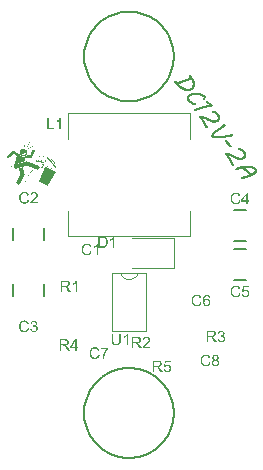
<source format=gto>
G04*
G04 #@! TF.GenerationSoftware,Altium Limited,Altium Designer,20.1.14 (287)*
G04*
G04 Layer_Color=65535*
%FSLAX25Y25*%
%MOIN*%
G70*
G04*
G04 #@! TF.SameCoordinates,279C02DF-711F-4997-8B9F-8018C1F95EB8*
G04*
G04*
G04 #@! TF.FilePolarity,Positive*
G04*
G01*
G75*
%ADD10C,0.00394*%
%ADD11C,0.00591*%
%ADD12C,0.00787*%
G36*
X17290Y108614D02*
X17332D01*
Y108604D01*
X17363D01*
Y108593D01*
X17384D01*
Y108583D01*
X17405D01*
Y108572D01*
X17416D01*
Y108562D01*
X17426D01*
Y108551D01*
X17437D01*
Y108541D01*
X17447D01*
Y108530D01*
Y108520D01*
Y108509D01*
X17458D01*
Y108499D01*
Y108488D01*
Y108478D01*
Y108467D01*
Y108457D01*
Y108446D01*
Y108436D01*
Y108425D01*
X17447D01*
Y108415D01*
Y108404D01*
Y108394D01*
Y108383D01*
Y108373D01*
Y108362D01*
Y108352D01*
Y108341D01*
Y108331D01*
Y108320D01*
Y108310D01*
Y108300D01*
Y108289D01*
Y108279D01*
Y108268D01*
Y108257D01*
Y108247D01*
X17437D01*
Y108237D01*
Y108226D01*
Y108216D01*
Y108205D01*
Y108195D01*
Y108184D01*
Y108174D01*
Y108163D01*
Y108153D01*
Y108142D01*
Y108132D01*
Y108121D01*
Y108111D01*
Y108100D01*
Y108090D01*
Y108079D01*
X17426D01*
Y108069D01*
Y108058D01*
Y108048D01*
Y108037D01*
Y108027D01*
Y108016D01*
Y108006D01*
Y107995D01*
Y107985D01*
Y107974D01*
Y107964D01*
Y107953D01*
Y107943D01*
Y107932D01*
X17416D01*
Y107922D01*
Y107911D01*
Y107901D01*
Y107890D01*
Y107880D01*
Y107870D01*
Y107859D01*
Y107849D01*
Y107838D01*
Y107827D01*
Y107817D01*
Y107807D01*
Y107796D01*
Y107786D01*
X17405D01*
Y107775D01*
Y107765D01*
Y107754D01*
Y107744D01*
Y107733D01*
Y107723D01*
Y107712D01*
Y107702D01*
Y107691D01*
Y107681D01*
Y107670D01*
Y107660D01*
Y107649D01*
Y107639D01*
X17395D01*
Y107628D01*
Y107618D01*
Y107607D01*
Y107597D01*
Y107586D01*
Y107576D01*
Y107565D01*
Y107555D01*
Y107544D01*
Y107534D01*
Y107523D01*
Y107513D01*
Y107502D01*
X17384D01*
Y107492D01*
Y107481D01*
Y107471D01*
Y107460D01*
Y107450D01*
Y107439D01*
Y107429D01*
Y107419D01*
Y107408D01*
Y107397D01*
Y107387D01*
Y107377D01*
Y107366D01*
X17374D01*
Y107356D01*
Y107345D01*
Y107335D01*
Y107324D01*
Y107314D01*
Y107303D01*
Y107293D01*
Y107282D01*
Y107272D01*
Y107261D01*
Y107251D01*
Y107240D01*
Y107230D01*
X17363D01*
Y107219D01*
Y107209D01*
Y107198D01*
Y107188D01*
Y107177D01*
Y107167D01*
Y107156D01*
Y107146D01*
Y107135D01*
Y107125D01*
Y107114D01*
Y107104D01*
Y107093D01*
X17353D01*
Y107083D01*
Y107072D01*
Y107062D01*
Y107051D01*
Y107041D01*
Y107030D01*
Y107020D01*
Y107009D01*
Y106999D01*
Y106989D01*
Y106978D01*
Y106967D01*
X17342D01*
Y106957D01*
Y106947D01*
Y106936D01*
Y106926D01*
Y106915D01*
Y106905D01*
Y106894D01*
Y106884D01*
Y106873D01*
Y106863D01*
Y106852D01*
Y106842D01*
X17332D01*
Y106831D01*
Y106821D01*
Y106810D01*
Y106800D01*
Y106789D01*
Y106779D01*
Y106768D01*
Y106758D01*
Y106747D01*
Y106737D01*
Y106726D01*
Y106716D01*
Y106705D01*
X17321D01*
Y106695D01*
Y106684D01*
Y106674D01*
Y106663D01*
Y106653D01*
Y106642D01*
Y106632D01*
Y106621D01*
Y106611D01*
Y106600D01*
Y106590D01*
X17311D01*
Y106579D01*
Y106569D01*
Y106559D01*
Y106548D01*
Y106537D01*
Y106527D01*
Y106517D01*
Y106506D01*
Y106496D01*
Y106485D01*
Y106475D01*
Y106464D01*
X17300D01*
Y106454D01*
Y106443D01*
Y106433D01*
Y106422D01*
Y106412D01*
Y106401D01*
Y106391D01*
Y106380D01*
Y106370D01*
Y106359D01*
Y106349D01*
X17290D01*
Y106338D01*
Y106328D01*
Y106317D01*
Y106307D01*
Y106296D01*
Y106286D01*
Y106275D01*
Y106265D01*
Y106254D01*
Y106244D01*
Y106233D01*
X17279D01*
Y106223D01*
Y106212D01*
Y106202D01*
Y106191D01*
Y106181D01*
Y106170D01*
Y106160D01*
Y106149D01*
Y106139D01*
Y106129D01*
Y106118D01*
X17269D01*
Y106107D01*
Y106097D01*
Y106087D01*
Y106076D01*
Y106066D01*
Y106055D01*
Y106045D01*
Y106034D01*
X17258D01*
Y106024D01*
Y106013D01*
X17217D01*
Y106024D01*
X17206D01*
Y106034D01*
X17196D01*
Y106045D01*
Y106055D01*
Y106066D01*
Y106076D01*
Y106087D01*
Y106097D01*
Y106107D01*
Y106118D01*
Y106129D01*
X17185D01*
Y106139D01*
Y106149D01*
Y106160D01*
Y106170D01*
Y106181D01*
Y106191D01*
Y106202D01*
Y106212D01*
Y106223D01*
Y106233D01*
Y106244D01*
Y106254D01*
Y106265D01*
Y106275D01*
Y106286D01*
Y106296D01*
Y106307D01*
Y106317D01*
Y106328D01*
Y106338D01*
Y106349D01*
Y106359D01*
Y106370D01*
Y106380D01*
Y106391D01*
Y106401D01*
Y106412D01*
Y106422D01*
Y106433D01*
Y106443D01*
Y106454D01*
Y106464D01*
Y106475D01*
Y106485D01*
Y106496D01*
Y106506D01*
Y106517D01*
Y106527D01*
Y106537D01*
Y106548D01*
Y106559D01*
Y106569D01*
Y106579D01*
Y106590D01*
Y106600D01*
Y106611D01*
Y106621D01*
Y106632D01*
Y106642D01*
Y106653D01*
Y106663D01*
Y106674D01*
Y106684D01*
X17196D01*
Y106695D01*
Y106705D01*
Y106716D01*
Y106726D01*
Y106737D01*
Y106747D01*
Y106758D01*
Y106768D01*
Y106779D01*
Y106789D01*
Y106800D01*
Y106810D01*
Y106821D01*
Y106831D01*
Y106842D01*
Y106852D01*
Y106863D01*
Y106873D01*
Y106884D01*
Y106894D01*
Y106905D01*
Y106915D01*
Y106926D01*
Y106936D01*
Y106947D01*
Y106957D01*
Y106967D01*
Y106978D01*
Y106989D01*
Y106999D01*
Y107009D01*
Y107020D01*
Y107030D01*
Y107041D01*
Y107051D01*
Y107062D01*
Y107072D01*
Y107083D01*
Y107093D01*
Y107104D01*
Y107114D01*
X17206D01*
Y107125D01*
Y107135D01*
Y107146D01*
Y107156D01*
Y107167D01*
Y107177D01*
Y107188D01*
Y107198D01*
Y107209D01*
Y107219D01*
Y107230D01*
Y107240D01*
Y107251D01*
Y107261D01*
Y107272D01*
Y107282D01*
Y107293D01*
Y107303D01*
Y107314D01*
Y107324D01*
Y107335D01*
Y107345D01*
Y107356D01*
Y107366D01*
Y107377D01*
Y107387D01*
Y107397D01*
Y107408D01*
Y107419D01*
Y107429D01*
Y107439D01*
Y107450D01*
Y107460D01*
Y107471D01*
Y107481D01*
Y107492D01*
X17217D01*
Y107502D01*
Y107513D01*
Y107523D01*
Y107534D01*
Y107544D01*
Y107555D01*
Y107565D01*
Y107576D01*
Y107586D01*
Y107597D01*
Y107607D01*
Y107618D01*
Y107628D01*
Y107639D01*
Y107649D01*
Y107660D01*
Y107670D01*
Y107681D01*
Y107691D01*
Y107702D01*
Y107712D01*
Y107723D01*
Y107733D01*
Y107744D01*
Y107754D01*
Y107765D01*
Y107775D01*
Y107786D01*
Y107796D01*
Y107807D01*
Y107817D01*
Y107827D01*
Y107838D01*
Y107849D01*
X17227D01*
Y107859D01*
Y107870D01*
Y107880D01*
Y107890D01*
Y107901D01*
Y107911D01*
Y107922D01*
Y107932D01*
Y107943D01*
Y107953D01*
Y107964D01*
Y107974D01*
Y107985D01*
Y107995D01*
Y108006D01*
Y108016D01*
Y108027D01*
Y108037D01*
Y108048D01*
Y108058D01*
Y108069D01*
Y108079D01*
Y108090D01*
Y108100D01*
Y108111D01*
Y108121D01*
Y108132D01*
Y108142D01*
Y108153D01*
Y108163D01*
Y108174D01*
Y108184D01*
Y108195D01*
X17237D01*
Y108205D01*
Y108216D01*
Y108226D01*
Y108237D01*
Y108247D01*
Y108257D01*
Y108268D01*
Y108279D01*
Y108289D01*
Y108300D01*
Y108310D01*
Y108320D01*
Y108331D01*
Y108341D01*
Y108352D01*
Y108362D01*
Y108373D01*
Y108383D01*
Y108394D01*
Y108404D01*
Y108415D01*
Y108425D01*
Y108436D01*
Y108446D01*
Y108457D01*
Y108467D01*
Y108478D01*
Y108488D01*
Y108499D01*
X17248D01*
Y108509D01*
Y108520D01*
Y108530D01*
Y108541D01*
Y108551D01*
Y108562D01*
Y108572D01*
Y108583D01*
Y108593D01*
Y108604D01*
Y108614D01*
Y108625D01*
X17290D01*
Y108614D01*
D02*
G37*
G36*
X19010Y108069D02*
X19020D01*
Y108058D01*
X19031D01*
Y108048D01*
X19052D01*
Y108037D01*
X19062D01*
Y108027D01*
X19073D01*
Y108016D01*
X19083D01*
Y108006D01*
Y107995D01*
X19094D01*
Y107985D01*
X19104D01*
Y107974D01*
X19115D01*
Y107964D01*
Y107953D01*
X19125D01*
Y107943D01*
X19136D01*
Y107932D01*
Y107922D01*
X19146D01*
Y107911D01*
Y107901D01*
X19136D01*
Y107890D01*
Y107880D01*
X19125D01*
Y107870D01*
Y107859D01*
X19115D01*
Y107849D01*
X19104D01*
Y107838D01*
Y107827D01*
X19094D01*
Y107817D01*
Y107807D01*
X19083D01*
Y107796D01*
X19073D01*
Y107786D01*
Y107775D01*
X19062D01*
Y107765D01*
Y107754D01*
X19052D01*
Y107744D01*
Y107733D01*
X19041D01*
Y107723D01*
X19031D01*
Y107712D01*
Y107702D01*
X19020D01*
Y107691D01*
Y107681D01*
X19010D01*
Y107670D01*
X19000D01*
Y107660D01*
Y107649D01*
X18989D01*
Y107639D01*
Y107628D01*
X18979D01*
Y107618D01*
X18968D01*
Y107607D01*
Y107597D01*
X18958D01*
Y107586D01*
Y107576D01*
X18947D01*
Y107565D01*
X18937D01*
Y107555D01*
Y107544D01*
X18926D01*
Y107534D01*
Y107523D01*
X18916D01*
Y107513D01*
X18905D01*
Y107502D01*
Y107492D01*
X18895D01*
Y107481D01*
Y107471D01*
X18884D01*
Y107460D01*
X18874D01*
Y107450D01*
Y107439D01*
X18863D01*
Y107429D01*
Y107419D01*
X18853D01*
Y107408D01*
X18842D01*
Y107397D01*
Y107387D01*
X18832D01*
Y107377D01*
Y107366D01*
X18821D01*
Y107356D01*
X18811D01*
Y107345D01*
Y107335D01*
X18800D01*
Y107324D01*
Y107314D01*
X18790D01*
Y107303D01*
X18779D01*
Y107293D01*
Y107282D01*
X18769D01*
Y107272D01*
Y107261D01*
X18758D01*
Y107251D01*
X18748D01*
Y107240D01*
Y107230D01*
X18737D01*
Y107219D01*
Y107209D01*
X18727D01*
Y107198D01*
X18716D01*
Y107188D01*
Y107177D01*
X18706D01*
Y107167D01*
Y107156D01*
X18695D01*
Y107146D01*
X18685D01*
Y107135D01*
Y107125D01*
X18674D01*
Y107114D01*
Y107104D01*
X18664D01*
Y107093D01*
X18653D01*
Y107083D01*
Y107072D01*
X18643D01*
Y107062D01*
Y107051D01*
X18632D01*
Y107041D01*
X18622D01*
Y107030D01*
Y107020D01*
X18611D01*
Y107009D01*
Y106999D01*
X18601D01*
Y106989D01*
X18590D01*
Y106978D01*
Y106967D01*
X18580D01*
Y106957D01*
Y106947D01*
X18570D01*
Y106936D01*
X18559D01*
Y106926D01*
Y106915D01*
X18549D01*
Y106905D01*
Y106894D01*
X18538D01*
Y106884D01*
X18528D01*
Y106873D01*
Y106863D01*
X18517D01*
Y106852D01*
Y106842D01*
X18507D01*
Y106831D01*
X18496D01*
Y106821D01*
Y106810D01*
X18486D01*
Y106800D01*
Y106789D01*
X18475D01*
Y106779D01*
X18465D01*
Y106768D01*
Y106758D01*
X18454D01*
Y106747D01*
Y106737D01*
X18444D01*
Y106726D01*
X18433D01*
Y106716D01*
Y106705D01*
X18423D01*
Y106695D01*
Y106684D01*
X18412D01*
Y106674D01*
X18402D01*
Y106663D01*
Y106653D01*
X18391D01*
Y106642D01*
Y106632D01*
X18381D01*
Y106621D01*
X18370D01*
Y106611D01*
Y106600D01*
X18360D01*
Y106590D01*
Y106579D01*
X18349D01*
Y106569D01*
X18339D01*
Y106559D01*
Y106548D01*
X18328D01*
Y106537D01*
Y106527D01*
X18318D01*
Y106517D01*
X18307D01*
Y106506D01*
Y106496D01*
X18297D01*
Y106485D01*
X18286D01*
Y106475D01*
Y106464D01*
X18276D01*
Y106454D01*
Y106443D01*
X18265D01*
Y106433D01*
X18255D01*
Y106422D01*
Y106412D01*
X18244D01*
Y106401D01*
Y106391D01*
X18234D01*
Y106380D01*
X18223D01*
Y106370D01*
Y106359D01*
X18213D01*
Y106349D01*
Y106338D01*
X18202D01*
Y106328D01*
X18192D01*
Y106317D01*
Y106307D01*
X18181D01*
Y106296D01*
Y106286D01*
X18171D01*
Y106275D01*
X18160D01*
Y106265D01*
Y106254D01*
X18150D01*
Y106244D01*
Y106233D01*
X18139D01*
Y106223D01*
X18129D01*
Y106212D01*
Y106202D01*
X18119D01*
Y106191D01*
Y106181D01*
X18108D01*
Y106170D01*
X18098D01*
Y106160D01*
Y106149D01*
X18087D01*
Y106139D01*
Y106129D01*
X18077D01*
Y106118D01*
X18066D01*
Y106107D01*
Y106097D01*
X18056D01*
Y106087D01*
X18045D01*
Y106076D01*
Y106066D01*
X18035D01*
Y106055D01*
Y106045D01*
X18024D01*
Y106034D01*
X18014D01*
Y106024D01*
Y106013D01*
X18003D01*
Y106003D01*
Y105992D01*
X17993D01*
Y105982D01*
X17982D01*
Y105971D01*
Y105961D01*
X17972D01*
Y105950D01*
Y105940D01*
X17961D01*
Y105929D01*
X17951D01*
Y105919D01*
Y105908D01*
X17940D01*
Y105898D01*
X17930D01*
Y105887D01*
Y105877D01*
X17919D01*
Y105866D01*
Y105856D01*
X17909D01*
Y105845D01*
X17898D01*
Y105835D01*
Y105824D01*
X17888D01*
Y105814D01*
X17877D01*
Y105803D01*
Y105793D01*
X17867D01*
Y105782D01*
Y105772D01*
X17856D01*
Y105761D01*
X17846D01*
Y105751D01*
X17804D01*
Y105761D01*
X17783D01*
Y105772D01*
Y105782D01*
X17772D01*
Y105793D01*
Y105803D01*
Y105814D01*
X17783D01*
Y105824D01*
Y105835D01*
Y105845D01*
X17793D01*
Y105856D01*
Y105866D01*
X17804D01*
Y105877D01*
Y105887D01*
X17814D01*
Y105898D01*
Y105908D01*
X17825D01*
Y105919D01*
Y105929D01*
X17835D01*
Y105940D01*
Y105950D01*
X17846D01*
Y105961D01*
Y105971D01*
X17856D01*
Y105982D01*
Y105992D01*
X17867D01*
Y106003D01*
X17877D01*
Y106013D01*
Y106024D01*
X17888D01*
Y106034D01*
Y106045D01*
X17898D01*
Y106055D01*
Y106066D01*
X17909D01*
Y106076D01*
Y106087D01*
X17919D01*
Y106097D01*
Y106107D01*
X17930D01*
Y106118D01*
Y106129D01*
X17940D01*
Y106139D01*
Y106149D01*
X17951D01*
Y106160D01*
X17961D01*
Y106170D01*
Y106181D01*
X17972D01*
Y106191D01*
Y106202D01*
X17982D01*
Y106212D01*
Y106223D01*
X17993D01*
Y106233D01*
Y106244D01*
X18003D01*
Y106254D01*
Y106265D01*
X18014D01*
Y106275D01*
Y106286D01*
X18024D01*
Y106296D01*
Y106307D01*
X18035D01*
Y106317D01*
X18045D01*
Y106328D01*
Y106338D01*
X18056D01*
Y106349D01*
Y106359D01*
X18066D01*
Y106370D01*
Y106380D01*
X18077D01*
Y106391D01*
Y106401D01*
X18087D01*
Y106412D01*
Y106422D01*
X18098D01*
Y106433D01*
X18108D01*
Y106443D01*
Y106454D01*
X18119D01*
Y106464D01*
Y106475D01*
X18129D01*
Y106485D01*
Y106496D01*
X18139D01*
Y106506D01*
Y106517D01*
X18150D01*
Y106527D01*
Y106537D01*
X18160D01*
Y106548D01*
Y106559D01*
X18171D01*
Y106569D01*
X18181D01*
Y106579D01*
Y106590D01*
X18192D01*
Y106600D01*
Y106611D01*
X18202D01*
Y106621D01*
Y106632D01*
X18213D01*
Y106642D01*
Y106653D01*
X18223D01*
Y106663D01*
Y106674D01*
X18234D01*
Y106684D01*
Y106695D01*
X18244D01*
Y106705D01*
X18255D01*
Y106716D01*
Y106726D01*
X18265D01*
Y106737D01*
Y106747D01*
X18276D01*
Y106758D01*
Y106768D01*
X18286D01*
Y106779D01*
Y106789D01*
X18297D01*
Y106800D01*
Y106810D01*
X18307D01*
Y106821D01*
Y106831D01*
X18318D01*
Y106842D01*
X18328D01*
Y106852D01*
Y106863D01*
X18339D01*
Y106873D01*
Y106884D01*
X18349D01*
Y106894D01*
Y106905D01*
X18360D01*
Y106915D01*
Y106926D01*
X18370D01*
Y106936D01*
Y106947D01*
X18381D01*
Y106957D01*
Y106967D01*
X18391D01*
Y106978D01*
X18402D01*
Y106989D01*
Y106999D01*
X18412D01*
Y107009D01*
Y107020D01*
X18423D01*
Y107030D01*
Y107041D01*
X18433D01*
Y107051D01*
Y107062D01*
X18444D01*
Y107072D01*
Y107083D01*
X18454D01*
Y107093D01*
Y107104D01*
X18465D01*
Y107114D01*
X18475D01*
Y107125D01*
Y107135D01*
X18486D01*
Y107146D01*
Y107156D01*
X18496D01*
Y107167D01*
Y107177D01*
X18507D01*
Y107188D01*
Y107198D01*
X18517D01*
Y107209D01*
Y107219D01*
X18528D01*
Y107230D01*
X18538D01*
Y107240D01*
Y107251D01*
X18549D01*
Y107261D01*
Y107272D01*
X18559D01*
Y107282D01*
Y107293D01*
X18570D01*
Y107303D01*
Y107314D01*
X18580D01*
Y107324D01*
Y107335D01*
X18590D01*
Y107345D01*
X18601D01*
Y107356D01*
Y107366D01*
X18611D01*
Y107377D01*
Y107387D01*
X18622D01*
Y107397D01*
Y107408D01*
X18632D01*
Y107419D01*
Y107429D01*
X18643D01*
Y107439D01*
Y107450D01*
X18653D01*
Y107460D01*
Y107471D01*
X18664D01*
Y107481D01*
X18674D01*
Y107492D01*
Y107502D01*
X18685D01*
Y107513D01*
Y107523D01*
X18695D01*
Y107534D01*
Y107544D01*
X18706D01*
Y107555D01*
Y107565D01*
X18716D01*
Y107576D01*
Y107586D01*
X18727D01*
Y107597D01*
X18737D01*
Y107607D01*
Y107618D01*
X18748D01*
Y107628D01*
Y107639D01*
X18758D01*
Y107649D01*
Y107660D01*
X18769D01*
Y107670D01*
Y107681D01*
X18779D01*
Y107691D01*
Y107702D01*
X18790D01*
Y107712D01*
Y107723D01*
X18800D01*
Y107733D01*
X18811D01*
Y107744D01*
Y107754D01*
X18821D01*
Y107765D01*
Y107775D01*
X18832D01*
Y107786D01*
Y107796D01*
X18842D01*
Y107807D01*
Y107817D01*
X18853D01*
Y107827D01*
Y107838D01*
X18863D01*
Y107849D01*
X18874D01*
Y107859D01*
Y107870D01*
X18884D01*
Y107880D01*
Y107890D01*
X18895D01*
Y107901D01*
Y107911D01*
X18905D01*
Y107922D01*
Y107932D01*
X18916D01*
Y107943D01*
Y107953D01*
X18926D01*
Y107964D01*
X18937D01*
Y107974D01*
Y107985D01*
X18947D01*
Y107995D01*
Y108006D01*
X18958D01*
Y108016D01*
Y108027D01*
X18968D01*
Y108037D01*
Y108048D01*
X18979D01*
Y108058D01*
X18989D01*
Y108069D01*
Y108079D01*
X19010D01*
Y108069D01*
D02*
G37*
G36*
X20311Y106684D02*
Y106674D01*
X20321D01*
Y106663D01*
Y106653D01*
Y106642D01*
X20331D01*
Y106632D01*
Y106621D01*
Y106611D01*
Y106600D01*
X20342D01*
Y106590D01*
Y106579D01*
Y106569D01*
Y106559D01*
Y106548D01*
X20331D01*
Y106537D01*
Y106527D01*
X20321D01*
Y106517D01*
X20311D01*
Y106506D01*
X20290D01*
Y106496D01*
X20279D01*
Y106485D01*
X20268D01*
Y106475D01*
X20247D01*
Y106464D01*
X20237D01*
Y106454D01*
X20216D01*
Y106443D01*
X20206D01*
Y106433D01*
X20185D01*
Y106422D01*
X20164D01*
Y106412D01*
X20143D01*
Y106401D01*
X20132D01*
Y106391D01*
X20111D01*
Y106380D01*
X20090D01*
Y106370D01*
X20069D01*
Y106359D01*
X20059D01*
Y106349D01*
X20038D01*
Y106338D01*
X20017D01*
Y106328D01*
X19996D01*
Y106317D01*
X19975D01*
Y106307D01*
X19964D01*
Y106296D01*
X19943D01*
Y106286D01*
X19922D01*
Y106275D01*
X19901D01*
Y106265D01*
X19881D01*
Y106254D01*
X19860D01*
Y106244D01*
X19839D01*
Y106233D01*
X19828D01*
Y106223D01*
X19807D01*
Y106212D01*
X19786D01*
Y106202D01*
X19765D01*
Y106191D01*
X19744D01*
Y106181D01*
X19723D01*
Y106170D01*
X19702D01*
Y106160D01*
X19681D01*
Y106149D01*
X19671D01*
Y106139D01*
X19650D01*
Y106129D01*
X19629D01*
Y106118D01*
X19608D01*
Y106107D01*
X19587D01*
Y106097D01*
X19566D01*
Y106087D01*
X19545D01*
Y106076D01*
X19524D01*
Y106066D01*
X19503D01*
Y106055D01*
X19482D01*
Y106045D01*
X19461D01*
Y106034D01*
X19451D01*
Y106024D01*
X19430D01*
Y106013D01*
X19409D01*
Y106003D01*
X19387D01*
Y105992D01*
X19367D01*
Y105982D01*
X19346D01*
Y105971D01*
X19325D01*
Y105961D01*
X19304D01*
Y105950D01*
X19283D01*
Y105940D01*
X19262D01*
Y105929D01*
X19251D01*
Y105919D01*
X19230D01*
Y105908D01*
X19209D01*
Y105898D01*
X19188D01*
Y105887D01*
X19167D01*
Y105877D01*
X19146D01*
Y105866D01*
X19125D01*
Y105856D01*
X19104D01*
Y105845D01*
X19083D01*
Y105835D01*
X19062D01*
Y105824D01*
X19041D01*
Y105814D01*
X19020D01*
Y105803D01*
X19000D01*
Y105793D01*
X18989D01*
Y105782D01*
X18968D01*
Y105772D01*
X18947D01*
Y105761D01*
X18926D01*
Y105751D01*
X18905D01*
Y105740D01*
X18884D01*
Y105730D01*
X18863D01*
Y105719D01*
X18842D01*
Y105709D01*
X18821D01*
Y105699D01*
X18800D01*
Y105688D01*
X18779D01*
Y105677D01*
X18758D01*
Y105667D01*
X18737D01*
Y105657D01*
X18716D01*
Y105646D01*
X18695D01*
Y105636D01*
X18674D01*
Y105625D01*
X18653D01*
Y105615D01*
X18643D01*
Y105604D01*
X18622D01*
Y105594D01*
X18601D01*
Y105583D01*
X18580D01*
Y105573D01*
X18559D01*
Y105562D01*
X18538D01*
Y105552D01*
X18517D01*
Y105541D01*
X18496D01*
Y105531D01*
X18475D01*
Y105520D01*
X18454D01*
Y105510D01*
X18433D01*
Y105499D01*
X18402D01*
Y105489D01*
X18381D01*
Y105478D01*
X18360D01*
Y105468D01*
X18339D01*
Y105457D01*
X18318D01*
Y105447D01*
X18297D01*
Y105436D01*
X18276D01*
Y105426D01*
X18255D01*
Y105415D01*
X18223D01*
Y105405D01*
X18202D01*
Y105394D01*
X18181D01*
Y105384D01*
X18150D01*
Y105373D01*
X18129D01*
Y105363D01*
X18087D01*
Y105352D01*
X18077D01*
Y105363D01*
X18066D01*
Y105373D01*
Y105384D01*
Y105394D01*
X18056D01*
Y105405D01*
X18066D01*
Y105415D01*
X18077D01*
Y105426D01*
X18098D01*
Y105436D01*
X18108D01*
Y105447D01*
X18129D01*
Y105457D01*
X18150D01*
Y105468D01*
X18160D01*
Y105478D01*
X18181D01*
Y105489D01*
X18202D01*
Y105499D01*
X18213D01*
Y105510D01*
X18234D01*
Y105520D01*
X18255D01*
Y105531D01*
X18265D01*
Y105541D01*
X18286D01*
Y105552D01*
X18307D01*
Y105562D01*
X18318D01*
Y105573D01*
X18339D01*
Y105583D01*
X18360D01*
Y105594D01*
X18370D01*
Y105604D01*
X18391D01*
Y105615D01*
X18412D01*
Y105625D01*
X18423D01*
Y105636D01*
X18444D01*
Y105646D01*
X18465D01*
Y105657D01*
X18486D01*
Y105667D01*
X18496D01*
Y105677D01*
X18517D01*
Y105688D01*
X18538D01*
Y105699D01*
X18549D01*
Y105709D01*
X18570D01*
Y105719D01*
X18590D01*
Y105730D01*
X18601D01*
Y105740D01*
X18622D01*
Y105751D01*
X18643D01*
Y105761D01*
X18653D01*
Y105772D01*
X18674D01*
Y105782D01*
X18695D01*
Y105793D01*
X18706D01*
Y105803D01*
X18727D01*
Y105814D01*
X18748D01*
Y105824D01*
X18769D01*
Y105835D01*
X18779D01*
Y105845D01*
X18800D01*
Y105856D01*
X18821D01*
Y105866D01*
X18832D01*
Y105877D01*
X18853D01*
Y105887D01*
X18874D01*
Y105898D01*
X18884D01*
Y105908D01*
X18905D01*
Y105919D01*
X18926D01*
Y105929D01*
X18947D01*
Y105940D01*
X18958D01*
Y105950D01*
X18979D01*
Y105961D01*
X19000D01*
Y105971D01*
X19010D01*
Y105982D01*
X19031D01*
Y105992D01*
X19052D01*
Y106003D01*
X19062D01*
Y106013D01*
X19083D01*
Y106024D01*
X19104D01*
Y106034D01*
X19115D01*
Y106045D01*
X19136D01*
Y106055D01*
X19157D01*
Y106066D01*
X19178D01*
Y106076D01*
X19188D01*
Y106087D01*
X19209D01*
Y106097D01*
X19230D01*
Y106107D01*
X19241D01*
Y106118D01*
X19262D01*
Y106129D01*
X19283D01*
Y106139D01*
X19293D01*
Y106149D01*
X19314D01*
Y106160D01*
X19335D01*
Y106170D01*
X19356D01*
Y106181D01*
X19367D01*
Y106191D01*
X19387D01*
Y106202D01*
X19409D01*
Y106212D01*
X19419D01*
Y106223D01*
X19440D01*
Y106233D01*
X19461D01*
Y106244D01*
X19482D01*
Y106254D01*
X19492D01*
Y106265D01*
X19513D01*
Y106275D01*
X19534D01*
Y106286D01*
X19545D01*
Y106296D01*
X19566D01*
Y106307D01*
X19587D01*
Y106317D01*
X19608D01*
Y106328D01*
X19618D01*
Y106338D01*
X19639D01*
Y106349D01*
X19660D01*
Y106359D01*
X19681D01*
Y106370D01*
X19692D01*
Y106380D01*
X19713D01*
Y106391D01*
X19734D01*
Y106401D01*
X19755D01*
Y106412D01*
X19765D01*
Y106422D01*
X19786D01*
Y106433D01*
X19807D01*
Y106443D01*
X19828D01*
Y106454D01*
X19839D01*
Y106464D01*
X19860D01*
Y106475D01*
X19881D01*
Y106485D01*
X19901D01*
Y106496D01*
X19922D01*
Y106506D01*
X19933D01*
Y106517D01*
X19954D01*
Y106527D01*
X19975D01*
Y106537D01*
X19996D01*
Y106548D01*
X20017D01*
Y106559D01*
X20027D01*
Y106569D01*
X20048D01*
Y106579D01*
X20069D01*
Y106590D01*
X20090D01*
Y106600D01*
X20111D01*
Y106611D01*
X20132D01*
Y106621D01*
X20153D01*
Y106632D01*
X20174D01*
Y106642D01*
X20195D01*
Y106653D01*
X20216D01*
Y106663D01*
X20237D01*
Y106674D01*
X20258D01*
Y106684D01*
X20290D01*
Y106695D01*
X20311D01*
Y106684D01*
D02*
G37*
G36*
X21716Y104262D02*
X21737D01*
Y104251D01*
X21758D01*
Y104241D01*
X21768D01*
Y104230D01*
X21779D01*
Y104220D01*
X21789D01*
Y104209D01*
X21800D01*
Y104199D01*
Y104188D01*
Y104178D01*
Y104167D01*
X21810D01*
Y104157D01*
Y104146D01*
X21800D01*
Y104136D01*
Y104125D01*
Y104115D01*
X21789D01*
Y104104D01*
Y104094D01*
X21779D01*
Y104083D01*
X21758D01*
Y104073D01*
X21726D01*
Y104062D01*
X21695D01*
Y104073D01*
X21653D01*
Y104083D01*
X21642D01*
Y104094D01*
X21621D01*
Y104104D01*
X21611D01*
Y104115D01*
X21600D01*
Y104125D01*
X21590D01*
Y104136D01*
Y104146D01*
X21579D01*
Y104157D01*
X21569D01*
Y104167D01*
Y104178D01*
Y104188D01*
X21558D01*
Y104199D01*
Y104209D01*
X21569D01*
Y104220D01*
Y104230D01*
X21579D01*
Y104241D01*
X21590D01*
Y104251D01*
X21611D01*
Y104262D01*
X21653D01*
Y104272D01*
X21716D01*
Y104262D01*
D02*
G37*
G36*
X16965Y105531D02*
X17038D01*
Y105520D01*
X17091D01*
Y105510D01*
X17133D01*
Y105499D01*
X17164D01*
Y105489D01*
X17206D01*
Y105478D01*
X17237D01*
Y105468D01*
X17258D01*
Y105457D01*
X17290D01*
Y105447D01*
X17311D01*
Y105436D01*
X17332D01*
Y105426D01*
X17363D01*
Y105415D01*
X17384D01*
Y105405D01*
X17405D01*
Y105394D01*
X17416D01*
Y105384D01*
X17437D01*
Y105373D01*
X17458D01*
Y105363D01*
X17479D01*
Y105352D01*
X17489D01*
Y105342D01*
X17510D01*
Y105331D01*
X17521D01*
Y105321D01*
X17542D01*
Y105310D01*
X17552D01*
Y105300D01*
X17573D01*
Y105289D01*
X17584D01*
Y105279D01*
X17594D01*
Y105269D01*
X17605D01*
Y105258D01*
X17626D01*
Y105247D01*
X17636D01*
Y105237D01*
X17647D01*
Y105227D01*
X17657D01*
Y105216D01*
X17668D01*
Y105206D01*
X17688D01*
Y105195D01*
X17699D01*
Y105185D01*
X17709D01*
Y105174D01*
X17720D01*
Y105164D01*
X17730D01*
Y105153D01*
X17741D01*
Y105143D01*
X17751D01*
Y105132D01*
X17762D01*
Y105122D01*
Y105111D01*
X17772D01*
Y105101D01*
X17783D01*
Y105090D01*
X17793D01*
Y105080D01*
X17804D01*
Y105069D01*
X17814D01*
Y105059D01*
X17825D01*
Y105048D01*
Y105038D01*
X17835D01*
Y105027D01*
X17846D01*
Y105017D01*
X17856D01*
Y105006D01*
Y104996D01*
X17867D01*
Y104985D01*
X17877D01*
Y104975D01*
Y104964D01*
X17888D01*
Y104954D01*
X17898D01*
Y104943D01*
Y104933D01*
X17909D01*
Y104922D01*
X17919D01*
Y104912D01*
Y104901D01*
X17930D01*
Y104891D01*
Y104880D01*
X17940D01*
Y104870D01*
Y104859D01*
X17951D01*
Y104849D01*
Y104839D01*
X17961D01*
Y104828D01*
Y104817D01*
X17972D01*
Y104807D01*
Y104797D01*
X17982D01*
Y104786D01*
Y104776D01*
X17993D01*
Y104765D01*
Y104755D01*
X18003D01*
Y104744D01*
Y104734D01*
Y104723D01*
X18014D01*
Y104713D01*
Y104702D01*
X18024D01*
Y104692D01*
Y104681D01*
Y104671D01*
Y104660D01*
X18035D01*
Y104650D01*
Y104639D01*
Y104629D01*
Y104618D01*
X18045D01*
Y104608D01*
Y104597D01*
Y104587D01*
Y104576D01*
Y104566D01*
Y104555D01*
X18056D01*
Y104545D01*
Y104534D01*
Y104524D01*
Y104513D01*
Y104503D01*
Y104492D01*
Y104482D01*
Y104471D01*
Y104461D01*
Y104451D01*
Y104440D01*
Y104429D01*
Y104419D01*
Y104409D01*
Y104398D01*
Y104387D01*
Y104377D01*
Y104367D01*
Y104356D01*
Y104346D01*
Y104335D01*
Y104325D01*
Y104314D01*
Y104304D01*
Y104293D01*
Y104283D01*
Y104272D01*
Y104262D01*
Y104251D01*
Y104241D01*
Y104230D01*
Y104220D01*
Y104209D01*
Y104199D01*
Y104188D01*
Y104178D01*
Y104167D01*
Y104157D01*
Y104146D01*
Y104136D01*
Y104125D01*
Y104115D01*
Y104104D01*
Y104094D01*
Y104083D01*
Y104073D01*
Y104062D01*
Y104052D01*
Y104041D01*
X18045D01*
Y104031D01*
Y104021D01*
Y104010D01*
Y103999D01*
Y103989D01*
Y103979D01*
X18035D01*
Y103968D01*
Y103957D01*
Y103947D01*
Y103937D01*
X18024D01*
Y103926D01*
Y103916D01*
Y103905D01*
X18014D01*
Y103895D01*
Y103884D01*
X18003D01*
Y103874D01*
Y103863D01*
Y103853D01*
X17993D01*
Y103842D01*
Y103832D01*
X17982D01*
Y103821D01*
Y103811D01*
X17972D01*
Y103800D01*
Y103790D01*
X17961D01*
Y103779D01*
Y103769D01*
X17951D01*
Y103758D01*
Y103748D01*
X17940D01*
Y103737D01*
Y103727D01*
X17930D01*
Y103716D01*
Y103706D01*
X17919D01*
Y103695D01*
Y103685D01*
X17909D01*
Y103674D01*
Y103664D01*
X17898D01*
Y103653D01*
X17888D01*
Y103643D01*
Y103632D01*
X17877D01*
Y103622D01*
X17867D01*
Y103611D01*
Y103601D01*
X17856D01*
Y103591D01*
X17846D01*
Y103580D01*
Y103569D01*
X17835D01*
Y103559D01*
X17825D01*
Y103549D01*
X17814D01*
Y103538D01*
Y103527D01*
X17804D01*
Y103517D01*
X17793D01*
Y103507D01*
X17783D01*
Y103496D01*
X17772D01*
Y103486D01*
X17762D01*
Y103475D01*
X17751D01*
Y103465D01*
Y103454D01*
X17741D01*
Y103444D01*
X17730D01*
Y103433D01*
X17720D01*
Y103423D01*
X17709D01*
Y103412D01*
X17699D01*
Y103402D01*
X17688D01*
Y103391D01*
X17678D01*
Y103381D01*
X17657D01*
Y103370D01*
X17647D01*
Y103360D01*
X17636D01*
Y103349D01*
X17626D01*
Y103339D01*
X17615D01*
Y103328D01*
X17594D01*
Y103318D01*
X17584D01*
Y103307D01*
X17573D01*
Y103297D01*
X17552D01*
Y103286D01*
X17542D01*
Y103276D01*
X17531D01*
Y103265D01*
X17510D01*
Y103255D01*
X17500D01*
Y103244D01*
X17479D01*
Y103234D01*
X17458D01*
Y103223D01*
X17447D01*
Y103213D01*
X17426D01*
Y103202D01*
X17405D01*
Y103192D01*
X17384D01*
Y103181D01*
X17363D01*
Y103171D01*
X17342D01*
Y103161D01*
X17311D01*
Y103150D01*
X17290D01*
Y103139D01*
X17269D01*
Y103129D01*
X17237D01*
Y103119D01*
X17206D01*
Y103108D01*
X17164D01*
Y103097D01*
X17133D01*
Y103087D01*
X17080D01*
Y103077D01*
X17038D01*
Y103066D01*
X16975D01*
Y103056D01*
X16881D01*
Y103045D01*
X16787D01*
Y103056D01*
X16692D01*
Y103066D01*
X16640D01*
Y103077D01*
X16598D01*
Y103087D01*
X16556D01*
Y103097D01*
X16514D01*
Y103108D01*
X16482D01*
Y103119D01*
X16451D01*
Y103129D01*
X16420D01*
Y103139D01*
X16388D01*
Y103150D01*
X16367D01*
Y103161D01*
X16336D01*
Y103171D01*
X16315D01*
Y103181D01*
X16294D01*
Y103192D01*
X16273D01*
Y103202D01*
X16252D01*
Y103213D01*
X16231D01*
Y103223D01*
X16220D01*
Y103234D01*
X16199D01*
Y103244D01*
X16178D01*
Y103255D01*
X16168D01*
Y103265D01*
X16147D01*
Y103276D01*
X16136D01*
Y103286D01*
X16115D01*
Y103297D01*
X16105D01*
Y103307D01*
X16084D01*
Y103318D01*
X16073D01*
Y103328D01*
X16063D01*
Y103339D01*
X16052D01*
Y103349D01*
X16032D01*
Y103360D01*
X16021D01*
Y103370D01*
X16011D01*
Y103381D01*
X16000D01*
Y103391D01*
X15990D01*
Y103402D01*
X15979D01*
Y103412D01*
X15969D01*
Y103423D01*
X15958D01*
Y103433D01*
X15948D01*
Y103444D01*
X15937D01*
Y103454D01*
X15927D01*
Y103465D01*
X15916D01*
Y103475D01*
X15906D01*
Y103486D01*
X15895D01*
Y103496D01*
X15885D01*
Y103507D01*
Y103517D01*
X15874D01*
Y103527D01*
X15864D01*
Y103538D01*
X15853D01*
Y103549D01*
X15843D01*
Y103559D01*
Y103569D01*
X15832D01*
Y103580D01*
X15822D01*
Y103591D01*
X15811D01*
Y103601D01*
Y103611D01*
X15801D01*
Y103622D01*
Y103632D01*
X15790D01*
Y103643D01*
X15780D01*
Y103653D01*
Y103664D01*
X15769D01*
Y103674D01*
X15759D01*
Y103685D01*
Y103695D01*
X15748D01*
Y103706D01*
Y103716D01*
X15738D01*
Y103727D01*
Y103737D01*
X15727D01*
Y103748D01*
Y103758D01*
X15717D01*
Y103769D01*
Y103779D01*
X15706D01*
Y103790D01*
Y103800D01*
Y103811D01*
X15696D01*
Y103821D01*
Y103832D01*
X15685D01*
Y103842D01*
Y103853D01*
Y103863D01*
X15675D01*
Y103874D01*
Y103884D01*
X15664D01*
Y103895D01*
Y103905D01*
Y103916D01*
X15654D01*
Y103926D01*
Y103937D01*
Y103947D01*
Y103957D01*
X15643D01*
Y103968D01*
Y103979D01*
Y103989D01*
X15633D01*
Y103999D01*
Y104010D01*
Y104021D01*
Y104031D01*
Y104041D01*
X15622D01*
Y104052D01*
Y104062D01*
Y104073D01*
Y104083D01*
Y104094D01*
X15612D01*
Y104104D01*
Y104115D01*
Y104125D01*
Y104136D01*
Y104146D01*
Y104157D01*
Y104167D01*
Y104178D01*
Y104188D01*
X15601D01*
Y104199D01*
Y104209D01*
Y104220D01*
Y104230D01*
Y104241D01*
Y104251D01*
Y104262D01*
Y104272D01*
Y104283D01*
Y104293D01*
Y104304D01*
Y104314D01*
Y104325D01*
Y104335D01*
Y104346D01*
Y104356D01*
Y104367D01*
Y104377D01*
X15612D01*
Y104387D01*
Y104398D01*
Y104409D01*
Y104419D01*
Y104429D01*
Y104440D01*
Y104451D01*
Y104461D01*
X15622D01*
Y104471D01*
Y104482D01*
Y104492D01*
Y104503D01*
Y104513D01*
Y104524D01*
X15633D01*
Y104534D01*
Y104545D01*
Y104555D01*
Y104566D01*
Y104576D01*
X15643D01*
Y104587D01*
Y104597D01*
Y104608D01*
X15654D01*
Y104618D01*
Y104629D01*
Y104639D01*
Y104650D01*
X15664D01*
Y104660D01*
Y104671D01*
Y104681D01*
X15675D01*
Y104692D01*
Y104702D01*
Y104713D01*
X15685D01*
Y104723D01*
Y104734D01*
X15696D01*
Y104744D01*
Y104755D01*
Y104765D01*
X15706D01*
Y104776D01*
Y104786D01*
X15717D01*
Y104797D01*
Y104807D01*
Y104817D01*
X15727D01*
Y104828D01*
Y104839D01*
X15738D01*
Y104849D01*
Y104859D01*
X15748D01*
Y104870D01*
Y104880D01*
X15759D01*
Y104891D01*
Y104901D01*
X15769D01*
Y104912D01*
Y104922D01*
X15780D01*
Y104933D01*
X15790D01*
Y104943D01*
Y104954D01*
X15801D01*
Y104964D01*
Y104975D01*
X15811D01*
Y104985D01*
X15822D01*
Y104996D01*
Y105006D01*
X15832D01*
Y105017D01*
X15843D01*
Y105027D01*
Y105038D01*
X15853D01*
Y105048D01*
X15864D01*
Y105059D01*
X15874D01*
Y105069D01*
Y105080D01*
X15885D01*
Y105090D01*
X15895D01*
Y105101D01*
X15906D01*
Y105111D01*
X15916D01*
Y105122D01*
Y105132D01*
X15927D01*
Y105143D01*
X15937D01*
Y105153D01*
X15948D01*
Y105164D01*
X15958D01*
Y105174D01*
X15969D01*
Y105185D01*
X15979D01*
Y105195D01*
X15990D01*
Y105206D01*
X16000D01*
Y105216D01*
X16011D01*
Y105227D01*
X16021D01*
Y105237D01*
X16032D01*
Y105247D01*
X16052D01*
Y105258D01*
X16063D01*
Y105269D01*
X16073D01*
Y105279D01*
X16084D01*
Y105289D01*
X16105D01*
Y105300D01*
X16115D01*
Y105310D01*
X16126D01*
Y105321D01*
X16147D01*
Y105331D01*
X16157D01*
Y105342D01*
X16178D01*
Y105352D01*
X16199D01*
Y105363D01*
X16210D01*
Y105373D01*
X16231D01*
Y105384D01*
X16252D01*
Y105394D01*
X16273D01*
Y105405D01*
X16294D01*
Y105415D01*
X16315D01*
Y105426D01*
X16336D01*
Y105436D01*
X16367D01*
Y105447D01*
X16388D01*
Y105457D01*
X16420D01*
Y105468D01*
X16451D01*
Y105478D01*
X16482D01*
Y105489D01*
X16514D01*
Y105499D01*
X16556D01*
Y105510D01*
X16598D01*
Y105520D01*
X16650D01*
Y105531D01*
X16724D01*
Y105541D01*
X16965D01*
Y105531D01*
D02*
G37*
G36*
X23635Y103129D02*
X23656D01*
Y103119D01*
X23666D01*
Y103108D01*
X23677D01*
Y103097D01*
X23698D01*
Y103087D01*
X23708D01*
Y103077D01*
X23719D01*
Y103066D01*
X23729D01*
Y103056D01*
Y103045D01*
X23740D01*
Y103035D01*
Y103024D01*
Y103014D01*
Y103003D01*
X23729D01*
Y102993D01*
Y102982D01*
X23719D01*
Y102972D01*
X23708D01*
Y102961D01*
X23698D01*
Y102951D01*
X23687D01*
Y102940D01*
X23677D01*
Y102930D01*
X23646D01*
Y102919D01*
X23604D01*
Y102930D01*
X23583D01*
Y102940D01*
X23562D01*
Y102951D01*
X23551D01*
Y102961D01*
X23541D01*
Y102972D01*
X23530D01*
Y102982D01*
X23520D01*
Y102993D01*
X23509D01*
Y103003D01*
X23499D01*
Y103014D01*
X23488D01*
Y103024D01*
X23478D01*
Y103035D01*
Y103045D01*
X23467D01*
Y103056D01*
Y103066D01*
Y103077D01*
X23478D01*
Y103087D01*
Y103097D01*
X23499D01*
Y103108D01*
X23520D01*
Y103119D01*
X23541D01*
Y103129D01*
X23562D01*
Y103139D01*
X23635D01*
Y103129D01*
D02*
G37*
G36*
X22261Y103139D02*
X22282D01*
Y103129D01*
X22293D01*
Y103119D01*
X22303D01*
Y103108D01*
X22314D01*
Y103097D01*
X22324D01*
Y103087D01*
X22335D01*
Y103077D01*
X22345D01*
Y103066D01*
Y103056D01*
X22356D01*
Y103045D01*
Y103035D01*
X22366D01*
Y103024D01*
Y103014D01*
Y103003D01*
Y102993D01*
Y102982D01*
Y102972D01*
X22356D01*
Y102961D01*
X22345D01*
Y102951D01*
X22335D01*
Y102940D01*
X22324D01*
Y102930D01*
X22293D01*
Y102919D01*
X22219D01*
Y102930D01*
X22198D01*
Y102940D01*
X22188D01*
Y102951D01*
X22177D01*
Y102961D01*
X22167D01*
Y102972D01*
X22156D01*
Y102982D01*
X22146D01*
Y102993D01*
X22135D01*
Y103003D01*
Y103014D01*
X22125D01*
Y103024D01*
Y103035D01*
Y103045D01*
Y103056D01*
Y103066D01*
Y103077D01*
X22135D01*
Y103087D01*
X22146D01*
Y103097D01*
X22156D01*
Y103108D01*
X22167D01*
Y103119D01*
X22177D01*
Y103129D01*
X22198D01*
Y103139D01*
X22219D01*
Y103150D01*
X22261D01*
Y103139D01*
D02*
G37*
G36*
X20185Y105216D02*
X20247D01*
Y105206D01*
X20279D01*
Y105195D01*
X20300D01*
Y105185D01*
X20331D01*
Y105174D01*
X20342D01*
Y105164D01*
X20363D01*
Y105153D01*
X20384D01*
Y105143D01*
X20394D01*
Y105132D01*
X20415D01*
Y105122D01*
X20426D01*
Y105111D01*
X20436D01*
Y105101D01*
X20447D01*
Y105090D01*
X20457D01*
Y105080D01*
X20468D01*
Y105069D01*
X20478D01*
Y105059D01*
X20489D01*
Y105048D01*
X20499D01*
Y105038D01*
X20510D01*
Y105027D01*
Y105017D01*
X20520D01*
Y105006D01*
X20531D01*
Y104996D01*
Y104985D01*
X20541D01*
Y104975D01*
X20552D01*
Y104964D01*
Y104954D01*
X20562D01*
Y104943D01*
Y104933D01*
Y104922D01*
X20573D01*
Y104912D01*
Y104901D01*
Y104891D01*
X20583D01*
Y104880D01*
Y104870D01*
Y104859D01*
Y104849D01*
X20594D01*
Y104839D01*
Y104828D01*
Y104817D01*
Y104807D01*
Y104797D01*
Y104786D01*
Y104776D01*
Y104765D01*
Y104755D01*
Y104744D01*
X20583D01*
Y104734D01*
Y104723D01*
Y104713D01*
Y104702D01*
X20573D01*
Y104692D01*
Y104681D01*
X20562D01*
Y104671D01*
Y104660D01*
Y104650D01*
X20552D01*
Y104639D01*
Y104629D01*
Y104618D01*
X20541D01*
Y104608D01*
Y104597D01*
X20531D01*
Y104587D01*
Y104576D01*
Y104566D01*
X20520D01*
Y104555D01*
Y104545D01*
Y104534D01*
X20510D01*
Y104524D01*
Y104513D01*
X20499D01*
Y104503D01*
Y104492D01*
X20489D01*
Y104482D01*
Y104471D01*
Y104461D01*
X20478D01*
Y104451D01*
Y104440D01*
X20468D01*
Y104429D01*
Y104419D01*
Y104409D01*
X20457D01*
Y104398D01*
Y104387D01*
X20447D01*
Y104377D01*
Y104367D01*
X20436D01*
Y104356D01*
Y104346D01*
Y104335D01*
X20426D01*
Y104325D01*
Y104314D01*
X20415D01*
Y104304D01*
Y104293D01*
X20405D01*
Y104283D01*
Y104272D01*
Y104262D01*
X20394D01*
Y104251D01*
Y104241D01*
X20384D01*
Y104230D01*
Y104220D01*
X20373D01*
Y104209D01*
Y104199D01*
Y104188D01*
X20363D01*
Y104178D01*
Y104167D01*
X20352D01*
Y104157D01*
Y104146D01*
X20342D01*
Y104136D01*
Y104125D01*
Y104115D01*
X20331D01*
Y104104D01*
Y104094D01*
X20321D01*
Y104083D01*
Y104073D01*
X20311D01*
Y104062D01*
Y104052D01*
Y104041D01*
X20300D01*
Y104031D01*
Y104021D01*
X20290D01*
Y104010D01*
Y103999D01*
X20279D01*
Y103989D01*
Y103979D01*
X20268D01*
Y103968D01*
Y103957D01*
Y103947D01*
X20258D01*
Y103937D01*
Y103926D01*
X20247D01*
Y103916D01*
Y103905D01*
X20237D01*
Y103895D01*
Y103884D01*
X20227D01*
Y103874D01*
Y103863D01*
Y103853D01*
X20216D01*
Y103842D01*
Y103832D01*
X20206D01*
Y103821D01*
Y103811D01*
X20195D01*
Y103800D01*
Y103790D01*
X20185D01*
Y103779D01*
Y103769D01*
X20174D01*
Y103758D01*
Y103748D01*
Y103737D01*
X20164D01*
Y103727D01*
Y103716D01*
X20153D01*
Y103706D01*
Y103695D01*
X20143D01*
Y103685D01*
Y103674D01*
X20132D01*
Y103664D01*
Y103653D01*
Y103643D01*
X20122D01*
Y103632D01*
Y103622D01*
X20111D01*
Y103611D01*
Y103601D01*
X20101D01*
Y103591D01*
Y103580D01*
X20090D01*
Y103569D01*
Y103559D01*
X20080D01*
Y103549D01*
Y103538D01*
X20069D01*
Y103527D01*
Y103517D01*
Y103507D01*
X20059D01*
Y103496D01*
Y103486D01*
X20048D01*
Y103475D01*
Y103465D01*
X20038D01*
Y103454D01*
Y103444D01*
X20027D01*
Y103433D01*
Y103423D01*
X20017D01*
Y103412D01*
Y103402D01*
Y103391D01*
X20006D01*
Y103381D01*
Y103370D01*
X19996D01*
Y103360D01*
Y103349D01*
X19985D01*
Y103339D01*
Y103328D01*
X19975D01*
Y103318D01*
Y103307D01*
X19964D01*
Y103297D01*
Y103286D01*
X19954D01*
Y103276D01*
Y103265D01*
X19943D01*
Y103255D01*
Y103244D01*
Y103234D01*
X19933D01*
Y103223D01*
Y103213D01*
X19922D01*
Y103202D01*
Y103192D01*
X19912D01*
Y103181D01*
Y103171D01*
X19901D01*
Y103161D01*
Y103150D01*
X19891D01*
Y103139D01*
Y103129D01*
X19881D01*
Y103119D01*
Y103108D01*
X19870D01*
Y103097D01*
Y103087D01*
X19860D01*
Y103077D01*
Y103066D01*
X19849D01*
Y103056D01*
Y103045D01*
X19839D01*
Y103035D01*
Y103024D01*
Y103014D01*
X19828D01*
Y103003D01*
Y102993D01*
X19817D01*
Y102982D01*
Y102972D01*
X19807D01*
Y102961D01*
Y102951D01*
X19797D01*
Y102940D01*
Y102930D01*
X19786D01*
Y102919D01*
Y102909D01*
X19776D01*
Y102898D01*
Y102888D01*
X19765D01*
Y102877D01*
Y102867D01*
X19755D01*
Y102856D01*
Y102846D01*
X19744D01*
Y102835D01*
Y102825D01*
X19734D01*
Y102814D01*
Y102804D01*
X19723D01*
Y102793D01*
Y102783D01*
X19713D01*
Y102772D01*
Y102762D01*
X19702D01*
Y102751D01*
X19692D01*
Y102741D01*
Y102731D01*
X19681D01*
Y102720D01*
Y102709D01*
X19671D01*
Y102699D01*
Y102689D01*
X19660D01*
Y102678D01*
X19650D01*
Y102668D01*
Y102657D01*
X19639D01*
Y102647D01*
X19618D01*
Y102636D01*
X19608D01*
Y102626D01*
X19597D01*
Y102615D01*
X19576D01*
Y102605D01*
X19566D01*
Y102594D01*
X19545D01*
Y102584D01*
X19524D01*
Y102573D01*
X19503D01*
Y102563D01*
X19471D01*
Y102552D01*
X19419D01*
Y102542D01*
X19325D01*
Y102531D01*
X19188D01*
Y102521D01*
X19031D01*
Y102510D01*
X18853D01*
Y102500D01*
X18643D01*
Y102489D01*
X18423D01*
Y102479D01*
X18202D01*
Y102468D01*
X17982D01*
Y102458D01*
X17804D01*
Y102447D01*
X17657D01*
Y102437D01*
X17542D01*
Y102426D01*
X17510D01*
Y102416D01*
Y102405D01*
X17500D01*
Y102395D01*
Y102384D01*
Y102374D01*
X17489D01*
Y102363D01*
Y102353D01*
Y102342D01*
X17479D01*
Y102332D01*
Y102322D01*
Y102311D01*
X17468D01*
Y102301D01*
Y102290D01*
Y102279D01*
X17458D01*
Y102269D01*
Y102259D01*
Y102248D01*
Y102237D01*
X17447D01*
Y102227D01*
Y102217D01*
Y102206D01*
X17437D01*
Y102196D01*
Y102185D01*
Y102175D01*
X17426D01*
Y102164D01*
Y102154D01*
Y102143D01*
Y102133D01*
X17416D01*
Y102122D01*
Y102112D01*
Y102101D01*
X17405D01*
Y102091D01*
Y102080D01*
Y102070D01*
Y102059D01*
X17395D01*
Y102049D01*
Y102038D01*
Y102028D01*
Y102017D01*
X17384D01*
Y102007D01*
Y101996D01*
Y101986D01*
X17374D01*
Y101975D01*
Y101965D01*
Y101954D01*
Y101944D01*
X17363D01*
Y101933D01*
Y101923D01*
Y101912D01*
Y101902D01*
X17353D01*
Y101891D01*
Y101881D01*
Y101871D01*
Y101860D01*
X17342D01*
Y101849D01*
Y101839D01*
Y101829D01*
X17332D01*
Y101818D01*
Y101808D01*
Y101797D01*
Y101787D01*
X17321D01*
Y101776D01*
Y101766D01*
Y101755D01*
Y101745D01*
X17311D01*
Y101734D01*
Y101724D01*
Y101713D01*
X17300D01*
Y101703D01*
Y101692D01*
Y101682D01*
Y101671D01*
X17290D01*
Y101661D01*
Y101650D01*
Y101640D01*
Y101629D01*
X17279D01*
Y101619D01*
Y101608D01*
Y101598D01*
X17269D01*
Y101587D01*
Y101577D01*
Y101566D01*
Y101556D01*
X17258D01*
Y101545D01*
Y101535D01*
Y101524D01*
Y101514D01*
X17248D01*
Y101503D01*
Y101493D01*
Y101482D01*
X17237D01*
Y101472D01*
Y101462D01*
Y101451D01*
Y101441D01*
X17227D01*
Y101430D01*
Y101419D01*
Y101409D01*
X17217D01*
Y101399D01*
Y101388D01*
X17206D01*
Y101378D01*
X17175D01*
Y101367D01*
X17143D01*
Y101357D01*
X17112D01*
Y101346D01*
X17080D01*
Y101336D01*
X17049D01*
Y101325D01*
X17017D01*
Y101315D01*
X16986D01*
Y101304D01*
X16954D01*
Y101294D01*
X16923D01*
Y101283D01*
X16881D01*
Y101273D01*
X16849D01*
Y101262D01*
X16818D01*
Y101252D01*
X16787D01*
Y101241D01*
X16755D01*
Y101231D01*
X16724D01*
Y101220D01*
X16692D01*
Y101210D01*
X16650D01*
Y101199D01*
X16619D01*
Y101189D01*
X16587D01*
Y101178D01*
X16556D01*
Y101168D01*
X16524D01*
Y101157D01*
X16493D01*
Y101147D01*
X16462D01*
Y101136D01*
X16420D01*
Y101126D01*
X16388D01*
Y101115D01*
X16357D01*
Y101105D01*
X16325D01*
Y101094D01*
X16294D01*
Y101084D01*
X16262D01*
Y101073D01*
X16231D01*
Y101063D01*
X16189D01*
Y101052D01*
X16157D01*
Y101042D01*
X16126D01*
Y101031D01*
X16094D01*
Y101021D01*
X16063D01*
Y101011D01*
X16032D01*
Y101000D01*
X16000D01*
Y100989D01*
X15958D01*
Y100979D01*
X15927D01*
Y100969D01*
X15895D01*
Y100958D01*
X15864D01*
Y100948D01*
X15832D01*
Y100937D01*
X15801D01*
Y100927D01*
X15769D01*
Y100916D01*
X15727D01*
Y100906D01*
X15696D01*
Y100895D01*
X15664D01*
Y100885D01*
X15633D01*
Y100874D01*
X15601D01*
Y100864D01*
X15570D01*
Y100853D01*
X15539D01*
Y100843D01*
X15507D01*
Y100832D01*
X15476D01*
Y100822D01*
X15444D01*
Y100811D01*
X15413D01*
Y100801D01*
X15381D01*
Y100790D01*
X15350D01*
Y100780D01*
X15318D01*
Y100769D01*
X15287D01*
Y100759D01*
X15266D01*
Y100748D01*
X15234D01*
Y100738D01*
X15203D01*
Y100727D01*
X15182D01*
Y100717D01*
X15150D01*
Y100706D01*
X15130D01*
Y100696D01*
X15109D01*
Y100685D01*
X15088D01*
Y100675D01*
X15067D01*
Y100664D01*
X15056D01*
Y100654D01*
X15046D01*
Y100643D01*
Y100633D01*
X15035D01*
Y100622D01*
Y100612D01*
Y100601D01*
Y100591D01*
Y100581D01*
Y100570D01*
Y100559D01*
Y100549D01*
X15088D01*
Y100559D01*
X15119D01*
Y100570D01*
X15150D01*
Y100581D01*
X15182D01*
Y100591D01*
X15213D01*
Y100601D01*
X15245D01*
Y100612D01*
X15276D01*
Y100622D01*
X15318D01*
Y100633D01*
X15350D01*
Y100643D01*
X15381D01*
Y100654D01*
X15413D01*
Y100664D01*
X15444D01*
Y100675D01*
X15476D01*
Y100685D01*
X15507D01*
Y100696D01*
X15539D01*
Y100706D01*
X15570D01*
Y100717D01*
X15601D01*
Y100727D01*
X15643D01*
Y100738D01*
X15675D01*
Y100748D01*
X15706D01*
Y100759D01*
X15738D01*
Y100769D01*
X15769D01*
Y100780D01*
X15801D01*
Y100790D01*
X15832D01*
Y100801D01*
X15864D01*
Y100811D01*
X15906D01*
Y100822D01*
X15937D01*
Y100832D01*
X15969D01*
Y100843D01*
X16000D01*
Y100853D01*
X16032D01*
Y100864D01*
X16063D01*
Y100874D01*
X16094D01*
Y100885D01*
X16126D01*
Y100895D01*
X16157D01*
Y100906D01*
X16199D01*
Y100916D01*
X16231D01*
Y100927D01*
X16262D01*
Y100937D01*
X16294D01*
Y100948D01*
X16325D01*
Y100958D01*
X16357D01*
Y100969D01*
X16388D01*
Y100979D01*
X16420D01*
Y100989D01*
X16462D01*
Y101000D01*
X16493D01*
Y101011D01*
X16524D01*
Y101021D01*
X16556D01*
Y101031D01*
X16587D01*
Y101042D01*
X16619D01*
Y101052D01*
X16661D01*
Y101063D01*
X16692D01*
Y101073D01*
X16724D01*
Y101084D01*
X16755D01*
Y101094D01*
X16787D01*
Y101105D01*
X16818D01*
Y101115D01*
X16860D01*
Y101126D01*
X16892D01*
Y101136D01*
X16923D01*
Y101147D01*
X16954D01*
Y101157D01*
X16986D01*
Y101168D01*
X17028D01*
Y101178D01*
X17059D01*
Y101189D01*
X17091D01*
Y101199D01*
X17122D01*
Y101210D01*
X17164D01*
Y101220D01*
X17196D01*
Y101231D01*
X17227D01*
Y101241D01*
X17269D01*
Y101252D01*
X17300D01*
Y101262D01*
X17332D01*
Y101273D01*
X17374D01*
Y101283D01*
X17405D01*
Y101294D01*
X17447D01*
Y101304D01*
X17479D01*
Y101315D01*
X17510D01*
Y101325D01*
X17552D01*
Y101336D01*
X17594D01*
Y101346D01*
X17636D01*
Y101357D01*
X17678D01*
Y101367D01*
X17720D01*
Y101378D01*
X17762D01*
Y101388D01*
X17814D01*
Y101399D01*
X17888D01*
Y101409D01*
X17951D01*
Y101399D01*
X18014D01*
Y101388D01*
X18066D01*
Y101378D01*
X18098D01*
Y101367D01*
X18139D01*
Y101357D01*
X18171D01*
Y101346D01*
X18202D01*
Y101336D01*
X18234D01*
Y101325D01*
X18265D01*
Y101315D01*
X18297D01*
Y101304D01*
X18328D01*
Y101294D01*
X18360D01*
Y101283D01*
X18391D01*
Y101273D01*
X18423D01*
Y101262D01*
X18444D01*
Y101252D01*
X18475D01*
Y101241D01*
X18507D01*
Y101231D01*
X18538D01*
Y101220D01*
X18559D01*
Y101210D01*
X18590D01*
Y101199D01*
X18622D01*
Y101189D01*
X18653D01*
Y101178D01*
X18674D01*
Y101168D01*
X18706D01*
Y101157D01*
X18737D01*
Y101147D01*
X18758D01*
Y101136D01*
X18790D01*
Y101126D01*
X18821D01*
Y101115D01*
X18842D01*
Y101105D01*
X18874D01*
Y101094D01*
X18905D01*
Y101084D01*
X18926D01*
Y101073D01*
X18958D01*
Y101063D01*
X18979D01*
Y101052D01*
X19010D01*
Y101042D01*
X19041D01*
Y101031D01*
X19062D01*
Y101021D01*
X19094D01*
Y101011D01*
X19125D01*
Y101000D01*
X19146D01*
Y100989D01*
X19178D01*
Y100979D01*
X19199D01*
Y100969D01*
X19230D01*
Y100958D01*
X19262D01*
Y100948D01*
X19283D01*
Y100937D01*
X19314D01*
Y100927D01*
X19335D01*
Y100916D01*
X19367D01*
Y100906D01*
X19398D01*
Y100895D01*
X19419D01*
Y100885D01*
X19451D01*
Y100874D01*
X19471D01*
Y100864D01*
X19503D01*
Y100853D01*
X19534D01*
Y100843D01*
X19555D01*
Y100832D01*
X19587D01*
Y100822D01*
X19608D01*
Y100811D01*
X19639D01*
Y100801D01*
X19660D01*
Y100790D01*
X19692D01*
Y100780D01*
X19723D01*
Y100769D01*
X19744D01*
Y100759D01*
X19776D01*
Y100748D01*
X19797D01*
Y100738D01*
X19828D01*
Y100727D01*
X19860D01*
Y100717D01*
X19881D01*
Y100706D01*
X19912D01*
Y100696D01*
X19933D01*
Y100685D01*
X19964D01*
Y100675D01*
X19985D01*
Y100664D01*
X20017D01*
Y100654D01*
X20048D01*
Y100643D01*
X20069D01*
Y100633D01*
X20101D01*
Y100622D01*
X20122D01*
Y100612D01*
X20153D01*
Y100601D01*
X20174D01*
Y100591D01*
X20206D01*
Y100581D01*
X20237D01*
Y100570D01*
X20258D01*
Y100559D01*
X20290D01*
Y100549D01*
X20311D01*
Y100539D01*
X20342D01*
Y100528D01*
X20363D01*
Y100518D01*
X20394D01*
Y100507D01*
X20426D01*
Y100497D01*
X20447D01*
Y100486D01*
X20478D01*
Y100476D01*
X20499D01*
Y100465D01*
X20531D01*
Y100455D01*
X20552D01*
Y100444D01*
X20583D01*
Y100434D01*
X20604D01*
Y100423D01*
X20636D01*
Y100413D01*
X20656D01*
Y100402D01*
X20688D01*
Y100392D01*
X20719D01*
Y100381D01*
X20741D01*
Y100371D01*
X20772D01*
Y100360D01*
X20793D01*
Y100350D01*
X20824D01*
Y100339D01*
X20845D01*
Y100329D01*
X20877D01*
Y100318D01*
X20898D01*
Y100308D01*
X20929D01*
Y100297D01*
X20950D01*
Y100287D01*
X20982D01*
Y100276D01*
X21003D01*
Y100266D01*
X21034D01*
Y100255D01*
X21055D01*
Y100245D01*
X21087D01*
Y100234D01*
X21107D01*
Y100224D01*
X21139D01*
Y100213D01*
X21160D01*
Y100203D01*
X21191D01*
Y100192D01*
X21212D01*
Y100182D01*
X21244D01*
Y100171D01*
X21265D01*
Y100161D01*
X21296D01*
Y100151D01*
X21317D01*
Y100140D01*
X21349D01*
Y100129D01*
X21370D01*
Y100119D01*
X21401D01*
Y100109D01*
X21422D01*
Y100098D01*
X21454D01*
Y100088D01*
X21475D01*
Y100077D01*
X21496D01*
Y100067D01*
X21527D01*
Y100056D01*
X21548D01*
Y100046D01*
X21579D01*
Y100035D01*
X21600D01*
Y100025D01*
X21621D01*
Y100014D01*
X21653D01*
Y100004D01*
X21674D01*
Y99993D01*
X21695D01*
Y99983D01*
X21726D01*
Y99972D01*
X21747D01*
Y99962D01*
X21768D01*
Y99951D01*
X21789D01*
Y99941D01*
X21821D01*
Y99930D01*
X21842D01*
Y99920D01*
X21863D01*
Y99909D01*
X21884D01*
Y99899D01*
X21905D01*
Y99888D01*
X21926D01*
Y99878D01*
X21947D01*
Y99867D01*
X21968D01*
Y99857D01*
X21989D01*
Y99846D01*
X21999D01*
Y99836D01*
X22020D01*
Y99825D01*
X22030D01*
Y99815D01*
X22041D01*
Y99804D01*
X22051D01*
Y99794D01*
X22062D01*
Y99783D01*
X22072D01*
Y99773D01*
Y99762D01*
X22083D01*
Y99752D01*
X22093D01*
Y99742D01*
X22104D01*
Y99731D01*
X22114D01*
Y99721D01*
Y99710D01*
X22125D01*
Y99699D01*
X22135D01*
Y99689D01*
Y99678D01*
X22146D01*
Y99668D01*
Y99658D01*
X22156D01*
Y99647D01*
X22167D01*
Y99637D01*
Y99626D01*
X22177D01*
Y99616D01*
Y99605D01*
Y99595D01*
X22188D01*
Y99584D01*
Y99574D01*
X22198D01*
Y99563D01*
Y99553D01*
Y99542D01*
X22209D01*
Y99532D01*
Y99521D01*
Y99511D01*
X22219D01*
Y99500D01*
Y99490D01*
Y99479D01*
Y99469D01*
Y99458D01*
X22230D01*
Y99448D01*
Y99437D01*
Y99427D01*
Y99416D01*
Y99406D01*
Y99395D01*
Y99385D01*
Y99374D01*
X22240D01*
Y99364D01*
Y99353D01*
Y99343D01*
Y99332D01*
Y99322D01*
Y99312D01*
Y99301D01*
Y99291D01*
Y99280D01*
Y99269D01*
X22230D01*
Y99259D01*
Y99249D01*
Y99238D01*
Y99228D01*
Y99217D01*
Y99207D01*
Y99196D01*
Y99186D01*
X22219D01*
Y99175D01*
Y99165D01*
Y99154D01*
Y99144D01*
X22209D01*
Y99133D01*
Y99123D01*
Y99112D01*
Y99102D01*
X22198D01*
Y99091D01*
Y99081D01*
Y99070D01*
X22188D01*
Y99060D01*
Y99049D01*
X22177D01*
Y99039D01*
Y99028D01*
Y99018D01*
X22167D01*
Y99007D01*
Y98997D01*
X22156D01*
Y98986D01*
Y98976D01*
X22146D01*
Y98965D01*
X22135D01*
Y98955D01*
Y98944D01*
X22125D01*
Y98934D01*
Y98923D01*
X22114D01*
Y98913D01*
X22104D01*
Y98902D01*
X22093D01*
Y98892D01*
Y98882D01*
X22083D01*
Y98871D01*
X22072D01*
Y98861D01*
X22062D01*
Y98850D01*
X22051D01*
Y98839D01*
X22041D01*
Y98829D01*
X22030D01*
Y98819D01*
X22020D01*
Y98808D01*
X22009D01*
Y98798D01*
X21999D01*
Y98787D01*
X21989D01*
Y98777D01*
X21968D01*
Y98766D01*
X21957D01*
Y98756D01*
X21947D01*
Y98745D01*
X21926D01*
Y98735D01*
X21905D01*
Y98724D01*
X21894D01*
Y98714D01*
X21873D01*
Y98703D01*
X21852D01*
Y98693D01*
X21821D01*
Y98682D01*
X21800D01*
Y98672D01*
X21768D01*
Y98661D01*
X21726D01*
Y98651D01*
X21663D01*
Y98640D01*
X21485D01*
Y98651D01*
X21433D01*
Y98661D01*
X21391D01*
Y98672D01*
X21359D01*
Y98682D01*
X21328D01*
Y98693D01*
X21296D01*
Y98703D01*
X21265D01*
Y98714D01*
X21244D01*
Y98724D01*
X21212D01*
Y98735D01*
X21181D01*
Y98745D01*
X21149D01*
Y98756D01*
X21128D01*
Y98766D01*
X21097D01*
Y98777D01*
X21066D01*
Y98787D01*
X21045D01*
Y98798D01*
X21013D01*
Y98808D01*
X20982D01*
Y98819D01*
X20961D01*
Y98829D01*
X20929D01*
Y98839D01*
X20898D01*
Y98850D01*
X20877D01*
Y98861D01*
X20845D01*
Y98871D01*
X20814D01*
Y98882D01*
X20793D01*
Y98892D01*
X20761D01*
Y98902D01*
X20730D01*
Y98913D01*
X20709D01*
Y98923D01*
X20677D01*
Y98934D01*
X20646D01*
Y98944D01*
X20625D01*
Y98955D01*
X20594D01*
Y98965D01*
X20573D01*
Y98976D01*
X20541D01*
Y98986D01*
X20510D01*
Y98997D01*
X20489D01*
Y99007D01*
X20457D01*
Y99018D01*
X20426D01*
Y99028D01*
X20405D01*
Y99039D01*
X20373D01*
Y99049D01*
X20352D01*
Y99060D01*
X20321D01*
Y99070D01*
X20290D01*
Y99081D01*
X20268D01*
Y99091D01*
X20237D01*
Y99102D01*
X20206D01*
Y99112D01*
X20185D01*
Y99123D01*
X20153D01*
Y99133D01*
X20132D01*
Y99144D01*
X20101D01*
Y99154D01*
X20069D01*
Y99165D01*
X20048D01*
Y99175D01*
X20017D01*
Y99186D01*
X19996D01*
Y99196D01*
X19964D01*
Y99207D01*
X19933D01*
Y99217D01*
X19912D01*
Y99228D01*
X19881D01*
Y99238D01*
X19860D01*
Y99249D01*
X19828D01*
Y99259D01*
X19797D01*
Y99269D01*
X19776D01*
Y99280D01*
X19744D01*
Y99291D01*
X19723D01*
Y99301D01*
X19692D01*
Y99312D01*
X19660D01*
Y99322D01*
X19639D01*
Y99332D01*
X19608D01*
Y99343D01*
X19587D01*
Y99353D01*
X19555D01*
Y99364D01*
X19524D01*
Y99374D01*
X19503D01*
Y99385D01*
X19471D01*
Y99395D01*
X19451D01*
Y99406D01*
X19419D01*
Y99416D01*
X19387D01*
Y99427D01*
X19367D01*
Y99437D01*
X19335D01*
Y99448D01*
X19314D01*
Y99458D01*
X19283D01*
Y99469D01*
X19262D01*
Y99479D01*
X19230D01*
Y99490D01*
X19199D01*
Y99500D01*
X19178D01*
Y99511D01*
X19146D01*
Y99521D01*
X19125D01*
Y99532D01*
X19094D01*
Y99542D01*
X19062D01*
Y99553D01*
X19041D01*
Y99563D01*
X19010D01*
Y99574D01*
X18989D01*
Y99584D01*
X18958D01*
Y99595D01*
X18937D01*
Y99605D01*
X18905D01*
Y99616D01*
X18874D01*
Y99626D01*
X18853D01*
Y99637D01*
X18821D01*
Y99647D01*
X18800D01*
Y99658D01*
X18769D01*
Y99668D01*
X18737D01*
Y99678D01*
X18716D01*
Y99689D01*
X18685D01*
Y99699D01*
X18664D01*
Y99710D01*
X18632D01*
Y99721D01*
X18601D01*
Y99731D01*
X18580D01*
Y99742D01*
X18549D01*
Y99752D01*
X18528D01*
Y99762D01*
X18496D01*
Y99773D01*
X18475D01*
Y99783D01*
X18444D01*
Y99794D01*
X18412D01*
Y99804D01*
X18391D01*
Y99815D01*
X18360D01*
Y99825D01*
X18339D01*
Y99836D01*
X18307D01*
Y99846D01*
X18276D01*
Y99857D01*
X18255D01*
Y99867D01*
X18223D01*
Y99878D01*
X18202D01*
Y99888D01*
X18171D01*
Y99899D01*
X18150D01*
Y99909D01*
X18119D01*
Y99920D01*
X18087D01*
Y99930D01*
X18066D01*
Y99941D01*
X18035D01*
Y99951D01*
X18014D01*
Y99962D01*
X17982D01*
Y99972D01*
X17951D01*
Y99983D01*
X17930D01*
Y99993D01*
X17898D01*
Y100004D01*
X17877D01*
Y99993D01*
X17846D01*
Y99983D01*
X17814D01*
Y99972D01*
X17783D01*
Y99962D01*
X17751D01*
Y99951D01*
X17720D01*
Y99941D01*
X17678D01*
Y99930D01*
X17647D01*
Y99920D01*
X17615D01*
Y99909D01*
X17584D01*
Y99899D01*
X17552D01*
Y99888D01*
X17521D01*
Y99878D01*
X17489D01*
Y99867D01*
X17447D01*
Y99857D01*
X17416D01*
Y99846D01*
X17384D01*
Y99836D01*
X17353D01*
Y99825D01*
X17321D01*
Y99815D01*
X17290D01*
Y99804D01*
X17248D01*
Y99794D01*
X17217D01*
Y99783D01*
X17185D01*
Y99773D01*
X17154D01*
Y99762D01*
X17122D01*
Y99752D01*
X17091D01*
Y99742D01*
X17059D01*
Y99731D01*
X17017D01*
Y99721D01*
X16986D01*
Y99710D01*
X16954D01*
Y99699D01*
X16923D01*
Y99689D01*
X16892D01*
Y99678D01*
X16860D01*
Y99668D01*
X16818D01*
Y99658D01*
X16787D01*
Y99647D01*
X16755D01*
Y99637D01*
X16724D01*
Y99626D01*
X16692D01*
Y99616D01*
X16661D01*
Y99605D01*
X16629D01*
Y99595D01*
X16587D01*
Y99584D01*
X16556D01*
Y99574D01*
X16524D01*
Y99563D01*
X16493D01*
Y99553D01*
X16462D01*
Y99542D01*
X16430D01*
Y99532D01*
X16388D01*
Y99521D01*
X16357D01*
Y99511D01*
X16325D01*
Y99500D01*
X16294D01*
Y99490D01*
X16262D01*
Y99479D01*
X16231D01*
Y99469D01*
X16199D01*
Y99458D01*
X16157D01*
Y99448D01*
X16126D01*
Y99437D01*
X16094D01*
Y99427D01*
X16063D01*
Y99416D01*
X16032D01*
Y99406D01*
X16000D01*
Y99395D01*
X15958D01*
Y99385D01*
X15927D01*
Y99374D01*
X15895D01*
Y99364D01*
X15864D01*
Y99353D01*
X15832D01*
Y99343D01*
X15790D01*
Y99332D01*
X15759D01*
Y99322D01*
X15727D01*
Y99312D01*
X15696D01*
Y99301D01*
X15664D01*
Y99291D01*
X15633D01*
Y99280D01*
X15591D01*
Y99269D01*
X15560D01*
Y99259D01*
X15528D01*
Y99249D01*
X15497D01*
Y99238D01*
X15465D01*
Y99228D01*
X15423D01*
Y99217D01*
X15392D01*
Y99207D01*
X15360D01*
Y99196D01*
X15329D01*
Y99186D01*
X15297D01*
Y99175D01*
X15255D01*
Y99165D01*
X15224D01*
Y99154D01*
X15192D01*
Y99144D01*
X15161D01*
Y99133D01*
X15130D01*
Y99123D01*
X15088D01*
Y99112D01*
X15056D01*
Y99102D01*
X15025D01*
Y99091D01*
X14993D01*
Y99081D01*
X14951D01*
Y99070D01*
X14920D01*
Y99060D01*
X14888D01*
Y99049D01*
X14846D01*
Y99039D01*
X14815D01*
Y99028D01*
X14783D01*
Y99018D01*
X14752D01*
Y99007D01*
X14710D01*
Y98997D01*
X14679D01*
Y98986D01*
X14647D01*
Y98976D01*
X14605D01*
Y98965D01*
X14574D01*
Y98955D01*
X14532D01*
Y98944D01*
X14500D01*
Y98934D01*
X14448D01*
Y98923D01*
X14301D01*
Y98934D01*
X14238D01*
Y98944D01*
X14207D01*
Y98955D01*
X14175D01*
Y98965D01*
X14144D01*
Y98976D01*
X14123D01*
Y98986D01*
X14091D01*
Y98997D01*
X14070D01*
Y99007D01*
X14060D01*
Y99018D01*
X14039D01*
Y99028D01*
X14018D01*
Y99039D01*
X14007D01*
Y99049D01*
X13986D01*
Y99060D01*
X13976D01*
Y99070D01*
X13955D01*
Y99081D01*
X13944D01*
Y99091D01*
X13934D01*
Y99102D01*
X13923D01*
Y99112D01*
X13913D01*
Y99123D01*
X13903D01*
Y99133D01*
X13892D01*
Y99144D01*
X13882D01*
Y99154D01*
X13871D01*
Y99165D01*
X13860D01*
Y99175D01*
X13850D01*
Y99186D01*
X13839D01*
Y99196D01*
X13829D01*
Y99207D01*
Y99217D01*
X13819D01*
Y99228D01*
X13808D01*
Y99238D01*
X13798D01*
Y99249D01*
Y99259D01*
X13787D01*
Y99269D01*
Y99280D01*
X13777D01*
Y99291D01*
X13766D01*
Y99301D01*
Y99312D01*
X13756D01*
Y99322D01*
Y99332D01*
Y99343D01*
X13745D01*
Y99353D01*
Y99364D01*
X13735D01*
Y99374D01*
Y99385D01*
Y99395D01*
Y99406D01*
X13724D01*
Y99416D01*
Y99427D01*
Y99437D01*
Y99448D01*
X13714D01*
Y99458D01*
Y99469D01*
Y99479D01*
Y99490D01*
Y99500D01*
X13703D01*
Y99511D01*
Y99521D01*
Y99532D01*
Y99542D01*
Y99553D01*
Y99563D01*
Y99574D01*
Y99584D01*
X13693D01*
Y99595D01*
Y99605D01*
Y99616D01*
Y99626D01*
X13703D01*
Y99637D01*
Y99647D01*
Y99658D01*
Y99668D01*
Y99678D01*
Y99689D01*
Y99699D01*
X13714D01*
Y99710D01*
Y99721D01*
Y99731D01*
Y99742D01*
Y99752D01*
X13724D01*
Y99762D01*
Y99773D01*
Y99783D01*
Y99794D01*
Y99804D01*
X13735D01*
Y99815D01*
Y99825D01*
Y99836D01*
Y99846D01*
Y99857D01*
X13745D01*
Y99867D01*
Y99878D01*
Y99888D01*
Y99899D01*
X13756D01*
Y99909D01*
Y99920D01*
Y99930D01*
Y99941D01*
Y99951D01*
X13766D01*
Y99962D01*
Y99972D01*
Y99983D01*
Y99993D01*
X13777D01*
Y100004D01*
Y100014D01*
Y100025D01*
Y100035D01*
Y100046D01*
X13787D01*
Y100056D01*
Y100067D01*
Y100077D01*
Y100088D01*
X13798D01*
Y100098D01*
Y100109D01*
Y100119D01*
Y100129D01*
X13808D01*
Y100140D01*
Y100151D01*
Y100161D01*
Y100171D01*
X13819D01*
Y100182D01*
Y100192D01*
Y100203D01*
Y100213D01*
X13829D01*
Y100224D01*
Y100234D01*
Y100245D01*
Y100255D01*
X13839D01*
Y100266D01*
Y100276D01*
Y100287D01*
Y100297D01*
X13850D01*
Y100308D01*
Y100318D01*
Y100329D01*
Y100339D01*
Y100350D01*
X13860D01*
Y100360D01*
Y100371D01*
Y100381D01*
Y100392D01*
X13871D01*
Y100402D01*
Y100413D01*
Y100423D01*
Y100434D01*
X13882D01*
Y100444D01*
Y100455D01*
Y100465D01*
Y100476D01*
X13892D01*
Y100486D01*
Y100497D01*
Y100507D01*
Y100518D01*
X13903D01*
Y100528D01*
Y100539D01*
Y100549D01*
Y100559D01*
X13913D01*
Y100570D01*
Y100581D01*
Y100591D01*
X13923D01*
Y100601D01*
Y100612D01*
Y100622D01*
Y100633D01*
X13934D01*
Y100643D01*
Y100654D01*
Y100664D01*
Y100675D01*
X13944D01*
Y100685D01*
Y100696D01*
Y100706D01*
Y100717D01*
X13955D01*
Y100727D01*
Y100738D01*
Y100748D01*
Y100759D01*
X13965D01*
Y100769D01*
Y100780D01*
Y100790D01*
Y100801D01*
X13976D01*
Y100811D01*
Y100822D01*
Y100832D01*
Y100843D01*
X13986D01*
Y100853D01*
Y100864D01*
Y100874D01*
Y100885D01*
X13997D01*
Y100895D01*
Y100906D01*
Y100916D01*
Y100927D01*
X14007D01*
Y100937D01*
Y100948D01*
Y100958D01*
X14018D01*
Y100969D01*
Y100979D01*
Y100989D01*
Y101000D01*
X14028D01*
Y101011D01*
Y101021D01*
Y101031D01*
Y101042D01*
X14039D01*
Y101052D01*
Y101063D01*
Y101073D01*
Y101084D01*
X14049D01*
Y101094D01*
Y101105D01*
Y101115D01*
Y101126D01*
X14060D01*
Y101136D01*
Y101147D01*
Y101157D01*
X14070D01*
Y101168D01*
Y101178D01*
Y101189D01*
Y101199D01*
X14081D01*
Y101210D01*
Y101220D01*
Y101231D01*
Y101241D01*
X14091D01*
Y101252D01*
Y101262D01*
Y101273D01*
Y101283D01*
X14102D01*
Y101294D01*
Y101304D01*
Y101315D01*
Y101325D01*
X14112D01*
Y101336D01*
Y101346D01*
Y101357D01*
Y101367D01*
X14123D01*
Y101378D01*
Y101388D01*
Y101399D01*
X14133D01*
Y101409D01*
Y101419D01*
Y101430D01*
Y101441D01*
X14144D01*
Y101451D01*
Y101462D01*
Y101472D01*
Y101482D01*
X14154D01*
Y101493D01*
Y101503D01*
Y101514D01*
Y101524D01*
X14165D01*
Y101535D01*
Y101545D01*
Y101556D01*
Y101566D01*
X14175D01*
Y101577D01*
Y101587D01*
Y101598D01*
Y101608D01*
X14186D01*
Y101619D01*
Y101629D01*
Y101640D01*
X14196D01*
Y101650D01*
Y101661D01*
Y101671D01*
Y101682D01*
X14207D01*
Y101692D01*
Y101703D01*
Y101713D01*
Y101724D01*
X14217D01*
Y101734D01*
Y101745D01*
Y101755D01*
Y101766D01*
X14228D01*
Y101776D01*
Y101787D01*
Y101797D01*
Y101808D01*
X14238D01*
Y101818D01*
Y101829D01*
Y101839D01*
X14249D01*
Y101849D01*
Y101860D01*
Y101871D01*
Y101881D01*
X14259D01*
Y101891D01*
Y101902D01*
Y101912D01*
Y101923D01*
X14269D01*
Y101933D01*
Y101944D01*
Y101954D01*
Y101965D01*
X14280D01*
Y101975D01*
Y101986D01*
Y101996D01*
Y102007D01*
X14290D01*
Y102017D01*
Y102028D01*
Y102038D01*
X14301D01*
Y102049D01*
Y102059D01*
Y102070D01*
Y102080D01*
X14311D01*
Y102091D01*
Y102101D01*
Y102112D01*
Y102122D01*
X14322D01*
Y102133D01*
Y102143D01*
Y102154D01*
Y102164D01*
X14333D01*
Y102175D01*
Y102185D01*
Y102196D01*
Y102206D01*
X14343D01*
Y102217D01*
Y102227D01*
Y102237D01*
X14353D01*
Y102248D01*
Y102259D01*
Y102269D01*
Y102279D01*
X14364D01*
Y102290D01*
Y102301D01*
Y102311D01*
Y102322D01*
X14374D01*
Y102332D01*
Y102342D01*
Y102353D01*
Y102363D01*
X14385D01*
Y102374D01*
Y102384D01*
Y102395D01*
Y102405D01*
X14395D01*
Y102416D01*
Y102426D01*
Y102437D01*
X14406D01*
Y102447D01*
Y102458D01*
Y102468D01*
Y102479D01*
X14416D01*
Y102489D01*
Y102500D01*
Y102510D01*
Y102521D01*
X14427D01*
Y102531D01*
Y102542D01*
Y102552D01*
Y102563D01*
X14437D01*
Y102573D01*
Y102584D01*
Y102594D01*
Y102605D01*
X14448D01*
Y102615D01*
Y102626D01*
Y102636D01*
X14458D01*
Y102647D01*
Y102657D01*
Y102668D01*
Y102678D01*
X14469D01*
Y102689D01*
Y102699D01*
Y102709D01*
Y102720D01*
X14479D01*
Y102731D01*
Y102741D01*
Y102751D01*
Y102762D01*
X14490D01*
Y102772D01*
Y102783D01*
Y102793D01*
Y102804D01*
X14500D01*
Y102814D01*
Y102825D01*
Y102835D01*
Y102846D01*
X14511D01*
Y102856D01*
Y102867D01*
Y102877D01*
X14521D01*
Y102888D01*
Y102898D01*
Y102909D01*
Y102919D01*
X14532D01*
Y102930D01*
Y102940D01*
Y102951D01*
Y102961D01*
X14542D01*
Y102972D01*
Y102982D01*
Y102993D01*
Y103003D01*
X14553D01*
Y103014D01*
Y103024D01*
Y103035D01*
Y103045D01*
X14563D01*
Y103056D01*
Y103066D01*
Y103077D01*
Y103087D01*
X14574D01*
Y103097D01*
Y103108D01*
Y103119D01*
Y103129D01*
X14584D01*
Y103139D01*
Y103150D01*
Y103161D01*
Y103171D01*
X14595D01*
Y103181D01*
Y103192D01*
Y103202D01*
Y103213D01*
X14605D01*
Y103223D01*
X14595D01*
Y103234D01*
X14584D01*
Y103244D01*
X14563D01*
Y103255D01*
X14553D01*
Y103265D01*
X14532D01*
Y103276D01*
X14521D01*
Y103286D01*
X14500D01*
Y103297D01*
X14490D01*
Y103307D01*
X14469D01*
Y103318D01*
X14458D01*
Y103328D01*
X14437D01*
Y103339D01*
X14427D01*
Y103349D01*
X14406D01*
Y103360D01*
X14395D01*
Y103370D01*
X14374D01*
Y103381D01*
X14364D01*
Y103391D01*
X14343D01*
Y103402D01*
X14333D01*
Y103412D01*
X14311D01*
Y103423D01*
X14301D01*
Y103433D01*
X14280D01*
Y103444D01*
X14269D01*
Y103454D01*
X14249D01*
Y103465D01*
X14238D01*
Y103475D01*
X14217D01*
Y103486D01*
X14207D01*
Y103496D01*
X14186D01*
Y103507D01*
X14175D01*
Y103517D01*
X14154D01*
Y103527D01*
X14144D01*
Y103538D01*
X14123D01*
Y103549D01*
X14112D01*
Y103559D01*
X14091D01*
Y103569D01*
X14081D01*
Y103580D01*
X14060D01*
Y103591D01*
X14049D01*
Y103601D01*
X14028D01*
Y103611D01*
X14018D01*
Y103622D01*
X13997D01*
Y103632D01*
X13986D01*
Y103643D01*
X13965D01*
Y103653D01*
X13955D01*
Y103664D01*
X13934D01*
Y103674D01*
X13923D01*
Y103685D01*
X13903D01*
Y103695D01*
X13892D01*
Y103706D01*
X13871D01*
Y103716D01*
X13860D01*
Y103727D01*
X13839D01*
Y103737D01*
X13829D01*
Y103748D01*
X13808D01*
Y103758D01*
X13798D01*
Y103769D01*
X13777D01*
Y103779D01*
X13766D01*
Y103790D01*
X13745D01*
Y103800D01*
X13735D01*
Y103811D01*
X13714D01*
Y103821D01*
X13703D01*
Y103832D01*
X13682D01*
Y103842D01*
X13672D01*
Y103853D01*
X13651D01*
Y103863D01*
X13640D01*
Y103874D01*
X13619D01*
Y103884D01*
X13609D01*
Y103895D01*
X13588D01*
Y103905D01*
X13577D01*
Y103916D01*
X13556D01*
Y103926D01*
X13546D01*
Y103937D01*
X13525D01*
Y103947D01*
X13514D01*
Y103957D01*
X13493D01*
Y103968D01*
X13483D01*
Y103957D01*
X13473D01*
Y103947D01*
X13462D01*
Y103937D01*
X13452D01*
Y103926D01*
X13441D01*
Y103916D01*
X13431D01*
Y103905D01*
X13420D01*
Y103895D01*
X13409D01*
Y103884D01*
X13399D01*
Y103874D01*
X13389D01*
Y103863D01*
X13378D01*
Y103853D01*
X13368D01*
Y103842D01*
X13357D01*
Y103832D01*
X13347D01*
Y103821D01*
X13336D01*
Y103811D01*
X13326D01*
Y103800D01*
X13315D01*
Y103790D01*
X13305D01*
Y103779D01*
X13294D01*
Y103769D01*
X13284D01*
Y103758D01*
X13273D01*
Y103748D01*
X13263D01*
Y103737D01*
X13252D01*
Y103727D01*
X13242D01*
Y103716D01*
X13231D01*
Y103706D01*
X13221D01*
Y103695D01*
X13210D01*
Y103685D01*
X13200D01*
Y103674D01*
X13189D01*
Y103664D01*
X13179D01*
Y103653D01*
X13168D01*
Y103643D01*
X13158D01*
Y103632D01*
X13147D01*
Y103622D01*
X13137D01*
Y103611D01*
X13126D01*
Y103601D01*
X13116D01*
Y103591D01*
X13105D01*
Y103580D01*
X13095D01*
Y103569D01*
X13084D01*
Y103559D01*
X13074D01*
Y103549D01*
X13063D01*
Y103538D01*
X13053D01*
Y103527D01*
X13043D01*
Y103517D01*
X13032D01*
Y103507D01*
X13022D01*
Y103496D01*
X13011D01*
Y103486D01*
X12990D01*
Y103475D01*
X12979D01*
Y103465D01*
X12969D01*
Y103454D01*
X12959D01*
Y103444D01*
X12948D01*
Y103433D01*
X12938D01*
Y103423D01*
X12927D01*
Y103412D01*
X12917D01*
Y103402D01*
X12906D01*
Y103391D01*
X12896D01*
Y103381D01*
X12885D01*
Y103370D01*
X12875D01*
Y103360D01*
X12864D01*
Y103349D01*
X12854D01*
Y103339D01*
X12843D01*
Y103328D01*
X12833D01*
Y103318D01*
X12822D01*
Y103307D01*
X12812D01*
Y103297D01*
X12801D01*
Y103286D01*
X12791D01*
Y103276D01*
X12780D01*
Y103265D01*
X12770D01*
Y103255D01*
X12759D01*
Y103244D01*
X12749D01*
Y103234D01*
X12738D01*
Y103223D01*
X12728D01*
Y103213D01*
X12717D01*
Y103202D01*
X12707D01*
Y103192D01*
X12696D01*
Y103181D01*
X12686D01*
Y103171D01*
X12675D01*
Y103161D01*
X12665D01*
Y103150D01*
X12654D01*
Y103139D01*
X12644D01*
Y103129D01*
X12633D01*
Y103119D01*
X12623D01*
Y103108D01*
X12612D01*
Y103097D01*
X12602D01*
Y103087D01*
X12592D01*
Y103077D01*
X12581D01*
Y103066D01*
X12571D01*
Y103056D01*
X12560D01*
Y103045D01*
X12550D01*
Y103035D01*
X12539D01*
Y103024D01*
X12529D01*
Y103014D01*
X12518D01*
Y103003D01*
X12508D01*
Y102993D01*
X12497D01*
Y102982D01*
X12487D01*
Y102972D01*
X12476D01*
Y102961D01*
X12466D01*
Y102951D01*
X12445D01*
Y102940D01*
X12434D01*
Y102930D01*
X12424D01*
Y102919D01*
X12413D01*
Y102909D01*
X12403D01*
Y102898D01*
X12392D01*
Y102888D01*
X12382D01*
Y102877D01*
X12371D01*
Y102867D01*
X12361D01*
Y102856D01*
X12350D01*
Y102846D01*
X12340D01*
Y102835D01*
X12329D01*
Y102825D01*
X12319D01*
Y102814D01*
X12308D01*
Y102804D01*
X12298D01*
Y102793D01*
X12287D01*
Y102783D01*
X12277D01*
Y102772D01*
X12266D01*
Y102762D01*
X12256D01*
Y102751D01*
X12245D01*
Y102741D01*
X12235D01*
Y102731D01*
X12214D01*
Y102720D01*
X12203D01*
Y102709D01*
X12193D01*
Y102699D01*
X12183D01*
Y102689D01*
X12172D01*
Y102678D01*
X12162D01*
Y102668D01*
X12151D01*
Y102657D01*
X12140D01*
Y102647D01*
X12130D01*
Y102636D01*
X12120D01*
Y102626D01*
X12109D01*
Y102615D01*
X12099D01*
Y102605D01*
X12088D01*
Y102594D01*
X12067D01*
Y102584D01*
X12057D01*
Y102573D01*
X12046D01*
Y102563D01*
X12036D01*
Y102552D01*
X12025D01*
Y102542D01*
X12015D01*
Y102531D01*
X11994D01*
Y102521D01*
X11973D01*
Y102510D01*
X11941D01*
Y102500D01*
X11889D01*
Y102489D01*
X11721D01*
Y102500D01*
X11669D01*
Y102510D01*
X11627D01*
Y102521D01*
X11606D01*
Y102531D01*
X11585D01*
Y102542D01*
X11574D01*
Y102552D01*
X11553D01*
Y102563D01*
X11543D01*
Y102573D01*
X11532D01*
Y102584D01*
X11522D01*
Y102594D01*
X11511D01*
Y102605D01*
X11501D01*
Y102615D01*
X11490D01*
Y102626D01*
X11480D01*
Y102636D01*
X11469D01*
Y102647D01*
Y102657D01*
X11459D01*
Y102668D01*
X11448D01*
Y102678D01*
X11438D01*
Y102689D01*
Y102699D01*
X11427D01*
Y102709D01*
Y102720D01*
X11417D01*
Y102731D01*
Y102741D01*
X11406D01*
Y102751D01*
Y102762D01*
X11396D01*
Y102772D01*
Y102783D01*
Y102793D01*
X11385D01*
Y102804D01*
Y102814D01*
Y102825D01*
Y102835D01*
Y102846D01*
Y102856D01*
X11375D01*
Y102867D01*
Y102877D01*
Y102888D01*
Y102898D01*
Y102909D01*
Y102919D01*
Y102930D01*
Y102940D01*
Y102951D01*
Y102961D01*
Y102972D01*
Y102982D01*
X11385D01*
Y102993D01*
Y103003D01*
Y103014D01*
Y103024D01*
Y103035D01*
X11396D01*
Y103045D01*
Y103056D01*
Y103066D01*
X11406D01*
Y103077D01*
Y103087D01*
Y103097D01*
X11417D01*
Y103108D01*
Y103119D01*
X11427D01*
Y103129D01*
Y103139D01*
X11438D01*
Y103150D01*
X11448D01*
Y103161D01*
Y103171D01*
X11459D01*
Y103181D01*
X11469D01*
Y103192D01*
X11480D01*
Y103202D01*
X11490D01*
Y103213D01*
X11501D01*
Y103223D01*
X11511D01*
Y103234D01*
X11522D01*
Y103244D01*
X11532D01*
Y103255D01*
X11543D01*
Y103265D01*
X11553D01*
Y103276D01*
X11564D01*
Y103286D01*
X11574D01*
Y103297D01*
X11585D01*
Y103307D01*
X11595D01*
Y103318D01*
X11606D01*
Y103328D01*
X11616D01*
Y103339D01*
X11627D01*
Y103349D01*
X11637D01*
Y103360D01*
X11648D01*
Y103370D01*
X11658D01*
Y103381D01*
X11669D01*
Y103391D01*
X11679D01*
Y103402D01*
X11689D01*
Y103412D01*
X11700D01*
Y103423D01*
X11710D01*
Y103433D01*
X11721D01*
Y103444D01*
X11732D01*
Y103454D01*
X11742D01*
Y103465D01*
X11752D01*
Y103475D01*
X11763D01*
Y103486D01*
X11773D01*
Y103496D01*
X11784D01*
Y103507D01*
X11794D01*
Y103517D01*
X11805D01*
Y103527D01*
X11815D01*
Y103538D01*
X11826D01*
Y103549D01*
X11836D01*
Y103559D01*
X11847D01*
Y103569D01*
X11857D01*
Y103580D01*
X11868D01*
Y103591D01*
X11878D01*
Y103601D01*
X11889D01*
Y103611D01*
X11899D01*
Y103622D01*
X11910D01*
Y103632D01*
X11920D01*
Y103643D01*
X11931D01*
Y103653D01*
X11941D01*
Y103664D01*
X11952D01*
Y103674D01*
X11962D01*
Y103685D01*
X11973D01*
Y103695D01*
X11983D01*
Y103706D01*
X11994D01*
Y103716D01*
X12004D01*
Y103727D01*
X12015D01*
Y103737D01*
X12025D01*
Y103748D01*
X12036D01*
Y103758D01*
X12046D01*
Y103769D01*
X12057D01*
Y103779D01*
X12067D01*
Y103790D01*
X12078D01*
Y103800D01*
X12088D01*
Y103811D01*
X12099D01*
Y103821D01*
X12109D01*
Y103832D01*
X12120D01*
Y103842D01*
X12130D01*
Y103853D01*
X12140D01*
Y103863D01*
X12151D01*
Y103874D01*
X12162D01*
Y103884D01*
X12172D01*
Y103895D01*
X12183D01*
Y103905D01*
X12193D01*
Y103916D01*
X12203D01*
Y103926D01*
X12214D01*
Y103937D01*
X12224D01*
Y103947D01*
X12235D01*
Y103957D01*
X12245D01*
Y103968D01*
X12256D01*
Y103979D01*
X12266D01*
Y103989D01*
X12277D01*
Y103999D01*
X12287D01*
Y104010D01*
X12298D01*
Y104021D01*
X12308D01*
Y104031D01*
X12319D01*
Y104041D01*
X12329D01*
Y104052D01*
X12340D01*
Y104062D01*
X12350D01*
Y104073D01*
X12361D01*
Y104083D01*
X12371D01*
Y104094D01*
X12382D01*
Y104104D01*
X12392D01*
Y104115D01*
X12403D01*
Y104125D01*
X12413D01*
Y104136D01*
X12424D01*
Y104146D01*
X12434D01*
Y104157D01*
X12445D01*
Y104167D01*
X12455D01*
Y104178D01*
X12466D01*
Y104188D01*
X12476D01*
Y104199D01*
X12487D01*
Y104209D01*
X12497D01*
Y104220D01*
X12508D01*
Y104230D01*
X12518D01*
Y104241D01*
X12529D01*
Y104251D01*
X12539D01*
Y104262D01*
X12550D01*
Y104272D01*
X12560D01*
Y104283D01*
X12571D01*
Y104293D01*
X12581D01*
Y104304D01*
X12592D01*
Y104314D01*
X12602D01*
Y104325D01*
X12612D01*
Y104335D01*
X12623D01*
Y104346D01*
X12633D01*
Y104356D01*
X12644D01*
Y104367D01*
X12654D01*
Y104377D01*
X12665D01*
Y104387D01*
X12675D01*
Y104398D01*
X12686D01*
Y104409D01*
X12696D01*
Y104419D01*
X12707D01*
Y104429D01*
X12728D01*
Y104440D01*
X12738D01*
Y104451D01*
X12749D01*
Y104461D01*
X12759D01*
Y104471D01*
X12770D01*
Y104482D01*
X12780D01*
Y104492D01*
X12791D01*
Y104503D01*
X12801D01*
Y104513D01*
X12812D01*
Y104524D01*
X12822D01*
Y104534D01*
X12833D01*
Y104545D01*
X12843D01*
Y104555D01*
X12854D01*
Y104566D01*
X12864D01*
Y104576D01*
X12875D01*
Y104587D01*
X12885D01*
Y104597D01*
X12896D01*
Y104608D01*
X12906D01*
Y104618D01*
X12917D01*
Y104629D01*
X12927D01*
Y104639D01*
X12938D01*
Y104650D01*
X12948D01*
Y104660D01*
X12959D01*
Y104671D01*
X12979D01*
Y104681D01*
X12990D01*
Y104692D01*
X13001D01*
Y104702D01*
X13011D01*
Y104713D01*
X13022D01*
Y104723D01*
X13032D01*
Y104734D01*
X13043D01*
Y104744D01*
X13053D01*
Y104755D01*
X13063D01*
Y104765D01*
X13074D01*
Y104776D01*
X13084D01*
Y104786D01*
X13105D01*
Y104797D01*
X13116D01*
Y104807D01*
X13126D01*
Y104817D01*
X13137D01*
Y104828D01*
X13147D01*
Y104839D01*
X13168D01*
Y104849D01*
X13179D01*
Y104859D01*
X13189D01*
Y104870D01*
X13200D01*
Y104880D01*
X13221D01*
Y104891D01*
X13231D01*
Y104901D01*
X13242D01*
Y104912D01*
X13263D01*
Y104922D01*
X13284D01*
Y104933D01*
X13305D01*
Y104943D01*
X13336D01*
Y104954D01*
X13409D01*
Y104964D01*
X13504D01*
Y104954D01*
X13546D01*
Y104943D01*
X13567D01*
Y104933D01*
X13588D01*
Y104922D01*
X13609D01*
Y104912D01*
X13630D01*
Y104901D01*
X13640D01*
Y104891D01*
X13661D01*
Y104880D01*
X13682D01*
Y104870D01*
X13693D01*
Y104859D01*
X13714D01*
Y104849D01*
X13735D01*
Y104839D01*
X13745D01*
Y104828D01*
X13766D01*
Y104817D01*
X13787D01*
Y104807D01*
X13798D01*
Y104797D01*
X13819D01*
Y104786D01*
X13829D01*
Y104776D01*
X13850D01*
Y104765D01*
X13871D01*
Y104755D01*
X13882D01*
Y104744D01*
X13903D01*
Y104734D01*
X13913D01*
Y104723D01*
X13934D01*
Y104713D01*
X13944D01*
Y104702D01*
X13965D01*
Y104692D01*
X13976D01*
Y104681D01*
X13997D01*
Y104671D01*
X14018D01*
Y104660D01*
X14028D01*
Y104650D01*
X14049D01*
Y104639D01*
X14060D01*
Y104629D01*
X14081D01*
Y104618D01*
X14091D01*
Y104608D01*
X14112D01*
Y104597D01*
X14133D01*
Y104587D01*
X14144D01*
Y104576D01*
X14165D01*
Y104566D01*
X14175D01*
Y104555D01*
X14196D01*
Y104545D01*
X14207D01*
Y104534D01*
X14228D01*
Y104524D01*
X14238D01*
Y104513D01*
X14259D01*
Y104503D01*
X14269D01*
Y104492D01*
X14290D01*
Y104482D01*
X14301D01*
Y104471D01*
X14322D01*
Y104461D01*
X14333D01*
Y104451D01*
X14353D01*
Y104440D01*
X14364D01*
Y104429D01*
X14385D01*
Y104419D01*
X14395D01*
Y104409D01*
X14416D01*
Y104398D01*
X14427D01*
Y104387D01*
X14448D01*
Y104377D01*
X14458D01*
Y104367D01*
X14479D01*
Y104356D01*
X14500D01*
Y104346D01*
X14511D01*
Y104335D01*
X14532D01*
Y104325D01*
X14542D01*
Y104314D01*
X14563D01*
Y104304D01*
X14574D01*
Y104293D01*
X14595D01*
Y104283D01*
X14605D01*
Y104272D01*
X14626D01*
Y104262D01*
X14637D01*
Y104251D01*
X14658D01*
Y104241D01*
X14668D01*
Y104230D01*
X14689D01*
Y104220D01*
X14699D01*
Y104209D01*
X14720D01*
Y104199D01*
X14731D01*
Y104188D01*
X14752D01*
Y104178D01*
X14762D01*
Y104167D01*
X14783D01*
Y104157D01*
X14804D01*
Y104146D01*
X14815D01*
Y104136D01*
X14836D01*
Y104125D01*
X14846D01*
Y104115D01*
X14867D01*
Y104104D01*
X14878D01*
Y104094D01*
X14899D01*
Y104083D01*
X14920D01*
Y104073D01*
X14930D01*
Y104062D01*
X14951D01*
Y104052D01*
X14962D01*
Y104041D01*
X14983D01*
Y104031D01*
X14993D01*
Y104021D01*
X15014D01*
Y104010D01*
X15035D01*
Y103999D01*
X15046D01*
Y103989D01*
X15067D01*
Y103979D01*
X15088D01*
Y103968D01*
X15098D01*
Y103957D01*
X15119D01*
Y103947D01*
X15140D01*
Y103937D01*
X15150D01*
Y103926D01*
X15171D01*
Y103916D01*
X15192D01*
Y103905D01*
X15203D01*
Y103895D01*
X15224D01*
Y103884D01*
X15245D01*
Y103874D01*
X15266D01*
Y103863D01*
X15276D01*
Y103853D01*
X15297D01*
Y103842D01*
X15318D01*
Y103832D01*
X15339D01*
Y103821D01*
X15360D01*
Y103811D01*
X15381D01*
Y103800D01*
X15402D01*
Y103790D01*
X15434D01*
Y103779D01*
X15476D01*
Y103769D01*
X15507D01*
Y103758D01*
X15528D01*
Y103748D01*
X15539D01*
Y103737D01*
X15560D01*
Y103727D01*
X15570D01*
Y103716D01*
X15581D01*
Y103706D01*
X15591D01*
Y103695D01*
X15601D01*
Y103685D01*
Y103674D01*
X15612D01*
Y103664D01*
X15622D01*
Y103653D01*
Y103643D01*
X15633D01*
Y103632D01*
Y103622D01*
X15643D01*
Y103611D01*
Y103601D01*
X15654D01*
Y103591D01*
X15664D01*
Y103580D01*
Y103569D01*
X15675D01*
Y103559D01*
X15685D01*
Y103549D01*
Y103538D01*
X15696D01*
Y103527D01*
X15706D01*
Y103517D01*
Y103507D01*
X15717D01*
Y103496D01*
X15727D01*
Y103486D01*
X15738D01*
Y103475D01*
Y103465D01*
X15748D01*
Y103454D01*
X15759D01*
Y103444D01*
X15769D01*
Y103433D01*
X15780D01*
Y103423D01*
X15790D01*
Y103412D01*
Y103402D01*
X15801D01*
Y103391D01*
X15811D01*
Y103381D01*
X15822D01*
Y103370D01*
X15832D01*
Y103360D01*
X15843D01*
Y103349D01*
X15853D01*
Y103339D01*
X15864D01*
Y103328D01*
X15874D01*
Y103318D01*
X15885D01*
Y103307D01*
X15895D01*
Y103297D01*
X15906D01*
Y103286D01*
X15916D01*
Y103276D01*
X15927D01*
Y103265D01*
X15937D01*
Y103255D01*
X15948D01*
Y103244D01*
X15969D01*
Y103234D01*
X15979D01*
Y103223D01*
X15990D01*
Y103213D01*
X16000D01*
Y103202D01*
X16021D01*
Y103192D01*
X16032D01*
Y103181D01*
X16042D01*
Y103171D01*
X16063D01*
Y103161D01*
X16073D01*
Y103150D01*
X16094D01*
Y103139D01*
X16105D01*
Y103129D01*
X16126D01*
Y103119D01*
X16136D01*
Y103108D01*
X16157D01*
Y103097D01*
X16178D01*
Y103087D01*
X16189D01*
Y103077D01*
X16210D01*
Y103066D01*
X16231D01*
Y103056D01*
X16252D01*
Y103045D01*
X16273D01*
Y103035D01*
X16294D01*
Y103024D01*
X16325D01*
Y103014D01*
X16346D01*
Y103003D01*
X16378D01*
Y102993D01*
X16409D01*
Y102982D01*
X16441D01*
Y102972D01*
X16472D01*
Y102961D01*
X16514D01*
Y102951D01*
X16556D01*
Y102940D01*
X16608D01*
Y102930D01*
X16692D01*
Y102919D01*
X16986D01*
Y102930D01*
X17059D01*
Y102940D01*
X17112D01*
Y102951D01*
X17164D01*
Y102961D01*
X17206D01*
Y102972D01*
X17237D01*
Y102982D01*
X17269D01*
Y102993D01*
X17300D01*
Y103003D01*
X17332D01*
Y103014D01*
X17353D01*
Y103024D01*
X17384D01*
Y103035D01*
X17405D01*
Y103045D01*
X17426D01*
Y103056D01*
X17447D01*
Y103066D01*
X17468D01*
Y103077D01*
X17489D01*
Y103087D01*
X17510D01*
Y103097D01*
X17531D01*
Y103108D01*
X17552D01*
Y103119D01*
X17573D01*
Y103129D01*
X17584D01*
Y103139D01*
X17605D01*
Y103150D01*
X17615D01*
Y103161D01*
X17636D01*
Y103171D01*
X17647D01*
Y103181D01*
X17668D01*
Y103192D01*
X17678D01*
Y103202D01*
X17699D01*
Y103213D01*
X17709D01*
Y103223D01*
X17720D01*
Y103234D01*
X17741D01*
Y103244D01*
X17751D01*
Y103255D01*
X17762D01*
Y103265D01*
X17772D01*
Y103276D01*
X17793D01*
Y103286D01*
X17814D01*
Y103297D01*
X17825D01*
Y103307D01*
X17846D01*
Y103318D01*
X17877D01*
Y103328D01*
X17930D01*
Y103339D01*
X18014D01*
Y103349D01*
X18150D01*
Y103360D01*
X18339D01*
Y103370D01*
X18559D01*
Y103381D01*
X18790D01*
Y103391D01*
X19052D01*
Y103402D01*
X19062D01*
Y103412D01*
Y103423D01*
X19073D01*
Y103433D01*
Y103444D01*
X19083D01*
Y103454D01*
Y103465D01*
X19094D01*
Y103475D01*
Y103486D01*
Y103496D01*
X19104D01*
Y103507D01*
Y103517D01*
X19115D01*
Y103527D01*
Y103538D01*
X19125D01*
Y103549D01*
Y103559D01*
X19136D01*
Y103569D01*
Y103580D01*
Y103591D01*
X19146D01*
Y103601D01*
Y103611D01*
X19157D01*
Y103622D01*
Y103632D01*
X19167D01*
Y103643D01*
Y103653D01*
X19178D01*
Y103664D01*
Y103674D01*
X19188D01*
Y103685D01*
Y103695D01*
Y103706D01*
X19199D01*
Y103716D01*
Y103727D01*
X19209D01*
Y103737D01*
Y103748D01*
X19220D01*
Y103758D01*
Y103769D01*
X19230D01*
Y103779D01*
Y103790D01*
Y103800D01*
X19241D01*
Y103811D01*
Y103821D01*
X19251D01*
Y103832D01*
Y103842D01*
X19262D01*
Y103853D01*
Y103863D01*
X19272D01*
Y103874D01*
Y103884D01*
Y103895D01*
X19283D01*
Y103905D01*
Y103916D01*
X19293D01*
Y103926D01*
Y103937D01*
X19304D01*
Y103947D01*
Y103957D01*
X19314D01*
Y103968D01*
Y103979D01*
Y103989D01*
X19325D01*
Y103999D01*
Y104010D01*
X19335D01*
Y104021D01*
Y104031D01*
X19346D01*
Y104041D01*
Y104052D01*
X19356D01*
Y104062D01*
Y104073D01*
Y104083D01*
X19367D01*
Y104094D01*
Y104104D01*
X19377D01*
Y104115D01*
Y104125D01*
X19387D01*
Y104136D01*
Y104146D01*
X19398D01*
Y104157D01*
Y104167D01*
X19409D01*
Y104178D01*
Y104188D01*
Y104199D01*
X19419D01*
Y104209D01*
Y104220D01*
X19430D01*
Y104230D01*
Y104241D01*
X19440D01*
Y104251D01*
Y104262D01*
X19451D01*
Y104272D01*
Y104283D01*
Y104293D01*
X19461D01*
Y104304D01*
Y104314D01*
X19471D01*
Y104325D01*
Y104335D01*
X19482D01*
Y104346D01*
Y104356D01*
X19492D01*
Y104367D01*
Y104377D01*
X19503D01*
Y104387D01*
Y104398D01*
Y104409D01*
X19513D01*
Y104419D01*
Y104429D01*
X19524D01*
Y104440D01*
Y104451D01*
X19534D01*
Y104461D01*
Y104471D01*
X19545D01*
Y104482D01*
Y104492D01*
X19555D01*
Y104503D01*
Y104513D01*
Y104524D01*
X19566D01*
Y104534D01*
Y104545D01*
X19576D01*
Y104555D01*
Y104566D01*
X19587D01*
Y104576D01*
Y104587D01*
X19597D01*
Y104597D01*
Y104608D01*
X19608D01*
Y104618D01*
Y104629D01*
X19618D01*
Y104639D01*
Y104650D01*
X19629D01*
Y104660D01*
Y104671D01*
Y104681D01*
X19639D01*
Y104692D01*
Y104702D01*
X19650D01*
Y104713D01*
Y104723D01*
X19660D01*
Y104734D01*
Y104744D01*
X19671D01*
Y104755D01*
Y104765D01*
X19681D01*
Y104776D01*
Y104786D01*
X19692D01*
Y104797D01*
Y104807D01*
X19702D01*
Y104817D01*
Y104828D01*
X19713D01*
Y104839D01*
Y104849D01*
X19723D01*
Y104859D01*
X19734D01*
Y104870D01*
Y104880D01*
X19744D01*
Y104891D01*
Y104901D01*
X19755D01*
Y104912D01*
Y104922D01*
X19765D01*
Y104933D01*
Y104943D01*
X19776D01*
Y104954D01*
X19786D01*
Y104964D01*
Y104975D01*
X19797D01*
Y104985D01*
Y104996D01*
X19807D01*
Y105006D01*
X19817D01*
Y105017D01*
Y105027D01*
X19828D01*
Y105038D01*
X19839D01*
Y105048D01*
X19849D01*
Y105059D01*
Y105069D01*
X19860D01*
Y105080D01*
X19870D01*
Y105090D01*
X19881D01*
Y105101D01*
X19891D01*
Y105111D01*
X19901D01*
Y105122D01*
X19912D01*
Y105132D01*
X19922D01*
Y105143D01*
X19933D01*
Y105153D01*
X19954D01*
Y105164D01*
X19964D01*
Y105174D01*
X19985D01*
Y105185D01*
X20006D01*
Y105195D01*
X20027D01*
Y105206D01*
X20059D01*
Y105216D01*
X20111D01*
Y105227D01*
X20185D01*
Y105216D01*
D02*
G37*
G36*
X24233Y101713D02*
X24285D01*
Y101703D01*
X24306D01*
Y101692D01*
X24317D01*
Y101682D01*
X24327D01*
Y101671D01*
X24338D01*
Y101661D01*
X24348D01*
Y101650D01*
Y101640D01*
X24359D01*
Y101629D01*
Y101619D01*
X24369D01*
Y101608D01*
Y101598D01*
X24380D01*
Y101587D01*
Y101577D01*
X24390D01*
Y101566D01*
Y101556D01*
Y101545D01*
Y101535D01*
Y101524D01*
Y101514D01*
Y101503D01*
Y101493D01*
X24380D01*
Y101482D01*
Y101472D01*
X24369D01*
Y101462D01*
Y101451D01*
X24359D01*
Y101441D01*
X24348D01*
Y101430D01*
Y101419D01*
X24338D01*
Y101409D01*
X24317D01*
Y101399D01*
X24306D01*
Y101388D01*
X24285D01*
Y101378D01*
X24264D01*
Y101367D01*
X24243D01*
Y101357D01*
X24212D01*
Y101346D01*
X24170D01*
Y101336D01*
X24065D01*
Y101346D01*
X24034D01*
Y101357D01*
X24013D01*
Y101367D01*
X24002D01*
Y101378D01*
X23981D01*
Y101388D01*
X23971D01*
Y101399D01*
X23950D01*
Y101409D01*
X23929D01*
Y101419D01*
X23918D01*
Y101430D01*
X23897D01*
Y101441D01*
Y101451D01*
Y101462D01*
X23908D01*
Y101472D01*
Y101482D01*
X23918D01*
Y101493D01*
Y101503D01*
Y101514D01*
X23929D01*
Y101524D01*
Y101535D01*
X23939D01*
Y101545D01*
Y101556D01*
X23950D01*
Y101566D01*
Y101577D01*
Y101587D01*
X23960D01*
Y101598D01*
Y101608D01*
X23971D01*
Y101619D01*
Y101629D01*
X23981D01*
Y101640D01*
Y101650D01*
X23992D01*
Y101661D01*
X24002D01*
Y101671D01*
Y101682D01*
X24023D01*
Y101692D01*
X24034D01*
Y101703D01*
X24076D01*
Y101713D01*
X24191D01*
Y101724D01*
X24233D01*
Y101713D01*
D02*
G37*
G36*
X22911Y101944D02*
X22922D01*
Y101933D01*
X22932D01*
Y101923D01*
X22943D01*
Y101912D01*
Y101902D01*
Y101891D01*
Y101881D01*
Y101871D01*
X22953D01*
Y101860D01*
Y101849D01*
Y101839D01*
Y101829D01*
Y101818D01*
Y101808D01*
Y101797D01*
Y101787D01*
Y101776D01*
Y101766D01*
Y101755D01*
Y101745D01*
Y101734D01*
Y101724D01*
Y101713D01*
Y101703D01*
Y101692D01*
Y101682D01*
Y101671D01*
Y101661D01*
X22943D01*
Y101650D01*
Y101640D01*
Y101629D01*
Y101619D01*
Y101608D01*
Y101598D01*
Y101587D01*
Y101577D01*
Y101566D01*
Y101556D01*
Y101545D01*
Y101535D01*
Y101524D01*
Y101514D01*
Y101503D01*
X22932D01*
Y101493D01*
Y101482D01*
Y101472D01*
Y101462D01*
Y101451D01*
Y101441D01*
Y101430D01*
Y101419D01*
Y101409D01*
Y101399D01*
Y101388D01*
Y101378D01*
Y101367D01*
X22922D01*
Y101357D01*
Y101346D01*
Y101336D01*
Y101325D01*
Y101315D01*
Y101304D01*
Y101294D01*
Y101283D01*
Y101273D01*
Y101262D01*
Y101252D01*
Y101241D01*
Y101231D01*
Y101220D01*
X22911D01*
Y101210D01*
Y101199D01*
Y101189D01*
Y101178D01*
Y101168D01*
Y101157D01*
Y101147D01*
Y101136D01*
Y101126D01*
Y101115D01*
Y101105D01*
Y101094D01*
Y101084D01*
Y101073D01*
Y101063D01*
Y101052D01*
Y101042D01*
X22964D01*
Y101052D01*
X23016D01*
Y101063D01*
X23058D01*
Y101073D01*
X23100D01*
Y101084D01*
X23142D01*
Y101094D01*
X23174D01*
Y101105D01*
X23216D01*
Y101115D01*
X23257D01*
Y101126D01*
X23289D01*
Y101136D01*
X23331D01*
Y101147D01*
X23373D01*
Y101157D01*
X23415D01*
Y101168D01*
X23457D01*
Y101178D01*
X23499D01*
Y101189D01*
X23551D01*
Y101199D01*
X23593D01*
Y101210D01*
X23666D01*
Y101220D01*
X23677D01*
Y101210D01*
X23698D01*
Y101199D01*
Y101189D01*
X23708D01*
Y101178D01*
Y101168D01*
Y101157D01*
Y101147D01*
X23698D01*
Y101136D01*
Y101126D01*
Y101115D01*
X23687D01*
Y101105D01*
Y101094D01*
X23677D01*
Y101084D01*
Y101073D01*
X23666D01*
Y101063D01*
Y101052D01*
X23656D01*
Y101042D01*
Y101031D01*
X23646D01*
Y101021D01*
Y101011D01*
X23635D01*
Y101000D01*
X23625D01*
Y100989D01*
Y100979D01*
X23614D01*
Y100969D01*
X23604D01*
Y100958D01*
Y100948D01*
X23593D01*
Y100937D01*
Y100927D01*
X23583D01*
Y100916D01*
X23572D01*
Y100906D01*
Y100895D01*
X23562D01*
Y100885D01*
X23551D01*
Y100874D01*
Y100864D01*
X23541D01*
Y100853D01*
X23530D01*
Y100843D01*
X23520D01*
Y100832D01*
Y100822D01*
X23509D01*
Y100811D01*
X23499D01*
Y100801D01*
Y100790D01*
X23488D01*
Y100780D01*
X23478D01*
Y100769D01*
Y100759D01*
X23467D01*
Y100748D01*
X23457D01*
Y100738D01*
Y100727D01*
X23446D01*
Y100717D01*
X23436D01*
Y100706D01*
Y100696D01*
X23425D01*
Y100685D01*
X23415D01*
Y100675D01*
Y100664D01*
X23404D01*
Y100654D01*
X23394D01*
Y100643D01*
Y100633D01*
X23383D01*
Y100622D01*
Y100612D01*
X23373D01*
Y100601D01*
X23362D01*
Y100591D01*
Y100581D01*
X23352D01*
Y100570D01*
Y100559D01*
X23341D01*
Y100549D01*
Y100539D01*
X23331D01*
Y100528D01*
Y100518D01*
X23320D01*
Y100507D01*
Y100497D01*
X23310D01*
Y100486D01*
Y100476D01*
Y100465D01*
X23299D01*
Y100455D01*
X23310D01*
Y100444D01*
X23331D01*
Y100434D01*
X23362D01*
Y100423D01*
X23404D01*
Y100413D01*
X23457D01*
Y100402D01*
X23499D01*
Y100392D01*
X23551D01*
Y100381D01*
X23614D01*
Y100371D01*
X23666D01*
Y100360D01*
X23729D01*
Y100350D01*
X23782D01*
Y100339D01*
X23834D01*
Y100329D01*
X23876D01*
Y100318D01*
X23918D01*
Y100308D01*
X23950D01*
Y100297D01*
X23971D01*
Y100287D01*
X23992D01*
Y100276D01*
X24002D01*
Y100266D01*
X24013D01*
Y100255D01*
X24023D01*
Y100245D01*
Y100234D01*
X24013D01*
Y100224D01*
Y100213D01*
X24002D01*
Y100203D01*
X23992D01*
Y100192D01*
X23981D01*
Y100182D01*
X23960D01*
Y100171D01*
X23950D01*
Y100161D01*
X23939D01*
Y100151D01*
X23918D01*
Y100140D01*
X23908D01*
Y100129D01*
X23887D01*
Y100119D01*
X23866D01*
Y100109D01*
X23855D01*
Y100098D01*
X23834D01*
Y100088D01*
X23813D01*
Y100077D01*
X23792D01*
Y100067D01*
X23771D01*
Y100056D01*
X23750D01*
Y100046D01*
X23740D01*
Y100035D01*
X23719D01*
Y100025D01*
X23698D01*
Y100014D01*
X23677D01*
Y100004D01*
X23656D01*
Y99993D01*
X23635D01*
Y99983D01*
X23614D01*
Y99972D01*
X23593D01*
Y99962D01*
X23572D01*
Y99951D01*
X23551D01*
Y99941D01*
X23530D01*
Y99930D01*
X23509D01*
Y99920D01*
X23488D01*
Y99909D01*
X23467D01*
Y99899D01*
X23457D01*
Y99888D01*
X23436D01*
Y99878D01*
X23415D01*
Y99867D01*
X23394D01*
Y99857D01*
X23373D01*
Y99846D01*
X23352D01*
Y99836D01*
X23331D01*
Y99825D01*
X23310D01*
Y99815D01*
X23289D01*
Y99804D01*
X23268D01*
Y99794D01*
X23257D01*
Y99783D01*
X23236D01*
Y99773D01*
X23216D01*
Y99762D01*
Y99752D01*
Y99742D01*
Y99731D01*
Y99721D01*
Y99710D01*
X23226D01*
Y99699D01*
Y99689D01*
X23236D01*
Y99678D01*
X23247D01*
Y99668D01*
X23257D01*
Y99658D01*
Y99647D01*
X23268D01*
Y99637D01*
X23279D01*
Y99626D01*
X23289D01*
Y99616D01*
Y99605D01*
X23299D01*
Y99595D01*
X23310D01*
Y99584D01*
X23320D01*
Y99574D01*
X23331D01*
Y99563D01*
X23341D01*
Y99553D01*
X23352D01*
Y99542D01*
Y99532D01*
X23362D01*
Y99521D01*
X23373D01*
Y99511D01*
X23383D01*
Y99500D01*
X23394D01*
Y99490D01*
X23404D01*
Y99479D01*
X23415D01*
Y99469D01*
Y99458D01*
X23425D01*
Y99448D01*
X23436D01*
Y99437D01*
X23446D01*
Y99427D01*
X23457D01*
Y99416D01*
Y99406D01*
X23467D01*
Y99395D01*
X23478D01*
Y99385D01*
X23488D01*
Y99374D01*
Y99364D01*
X23499D01*
Y99353D01*
X23509D01*
Y99343D01*
Y99332D01*
X23520D01*
Y99322D01*
Y99312D01*
X23530D01*
Y99301D01*
Y99291D01*
X23541D01*
Y99280D01*
Y99269D01*
X23530D01*
Y99259D01*
Y99249D01*
X23509D01*
Y99238D01*
X23478D01*
Y99228D01*
X23352D01*
Y99217D01*
X23320D01*
Y99228D01*
X23100D01*
Y99238D01*
X22974D01*
Y99249D01*
X22880D01*
Y99259D01*
X22838D01*
Y99269D01*
X22806D01*
Y99280D01*
X22796D01*
Y99291D01*
X22786D01*
Y99301D01*
Y99312D01*
Y99322D01*
X22775D01*
Y99332D01*
Y99343D01*
Y99353D01*
Y99364D01*
Y99374D01*
X22786D01*
Y99385D01*
X22828D01*
Y99395D01*
X23268D01*
Y99406D01*
Y99416D01*
X23257D01*
Y99427D01*
X23247D01*
Y99437D01*
X23236D01*
Y99448D01*
X23226D01*
Y99458D01*
X23216D01*
Y99469D01*
X23205D01*
Y99479D01*
X23195D01*
Y99490D01*
Y99500D01*
X23184D01*
Y99511D01*
X23174D01*
Y99521D01*
X23163D01*
Y99532D01*
X23153D01*
Y99542D01*
X23142D01*
Y99553D01*
X23132D01*
Y99563D01*
X23121D01*
Y99574D01*
Y99584D01*
X23111D01*
Y99595D01*
X23100D01*
Y99605D01*
X23090D01*
Y99616D01*
X23079D01*
Y99626D01*
X23069D01*
Y99637D01*
Y99647D01*
X23058D01*
Y99658D01*
X23048D01*
Y99668D01*
X23037D01*
Y99678D01*
Y99689D01*
X23027D01*
Y99699D01*
X23016D01*
Y99710D01*
X23006D01*
Y99721D01*
Y99731D01*
X22995D01*
Y99742D01*
X22985D01*
Y99752D01*
Y99762D01*
X22974D01*
Y99773D01*
Y99783D01*
Y99794D01*
X22985D01*
Y99804D01*
X22995D01*
Y99815D01*
X23016D01*
Y99825D01*
X23027D01*
Y99836D01*
X23048D01*
Y99846D01*
X23058D01*
Y99857D01*
X23079D01*
Y99867D01*
X23100D01*
Y99878D01*
X23111D01*
Y99888D01*
X23132D01*
Y99899D01*
X23153D01*
Y99909D01*
X23163D01*
Y99920D01*
X23184D01*
Y99930D01*
X23205D01*
Y99941D01*
X23226D01*
Y99951D01*
X23247D01*
Y99962D01*
X23268D01*
Y99972D01*
X23279D01*
Y99983D01*
X23299D01*
Y99993D01*
X23320D01*
Y100004D01*
X23341D01*
Y100014D01*
X23362D01*
Y100025D01*
X23383D01*
Y100035D01*
X23404D01*
Y100046D01*
X23425D01*
Y100056D01*
X23446D01*
Y100067D01*
X23467D01*
Y100077D01*
X23488D01*
Y100088D01*
X23509D01*
Y100098D01*
X23530D01*
Y100109D01*
X23551D01*
Y100119D01*
X23572D01*
Y100129D01*
X23593D01*
Y100140D01*
X23604D01*
Y100151D01*
X23625D01*
Y100161D01*
X23646D01*
Y100171D01*
X23666D01*
Y100182D01*
X23687D01*
Y100192D01*
X23708D01*
Y100203D01*
X23687D01*
Y100213D01*
X23625D01*
Y100224D01*
X23572D01*
Y100234D01*
X23509D01*
Y100245D01*
X23457D01*
Y100255D01*
X23394D01*
Y100266D01*
X23341D01*
Y100276D01*
X23289D01*
Y100287D01*
X23247D01*
Y100297D01*
X23205D01*
Y100308D01*
X23163D01*
Y100318D01*
X23121D01*
Y100329D01*
X23090D01*
Y100339D01*
X23069D01*
Y100350D01*
X23058D01*
Y100360D01*
Y100371D01*
Y100381D01*
Y100392D01*
Y100402D01*
X23069D01*
Y100413D01*
Y100423D01*
X23079D01*
Y100434D01*
Y100444D01*
X23090D01*
Y100455D01*
Y100465D01*
X23100D01*
Y100476D01*
Y100486D01*
X23111D01*
Y100497D01*
X23121D01*
Y100507D01*
Y100518D01*
X23132D01*
Y100528D01*
Y100539D01*
X23142D01*
Y100549D01*
X23153D01*
Y100559D01*
Y100570D01*
X23163D01*
Y100581D01*
X23174D01*
Y100591D01*
Y100601D01*
X23184D01*
Y100612D01*
X23195D01*
Y100622D01*
Y100633D01*
X23205D01*
Y100643D01*
X23216D01*
Y100654D01*
Y100664D01*
X23226D01*
Y100675D01*
X23236D01*
Y100685D01*
Y100696D01*
X23247D01*
Y100706D01*
X23257D01*
Y100717D01*
Y100727D01*
X23268D01*
Y100738D01*
X23279D01*
Y100748D01*
Y100759D01*
X23289D01*
Y100769D01*
X23299D01*
Y100780D01*
Y100790D01*
X23310D01*
Y100801D01*
X23320D01*
Y100811D01*
Y100822D01*
X23331D01*
Y100832D01*
X23341D01*
Y100843D01*
Y100853D01*
X23352D01*
Y100864D01*
X23362D01*
Y100874D01*
Y100885D01*
X23373D01*
Y100895D01*
X23383D01*
Y100906D01*
Y100916D01*
X23394D01*
Y100927D01*
X23404D01*
Y100937D01*
Y100948D01*
X23415D01*
Y100958D01*
Y100969D01*
X23425D01*
Y100979D01*
Y100989D01*
X23373D01*
Y100979D01*
X23320D01*
Y100969D01*
X23268D01*
Y100958D01*
X23226D01*
Y100948D01*
X23195D01*
Y100937D01*
X23153D01*
Y100927D01*
X23111D01*
Y100916D01*
X23069D01*
Y100906D01*
X23027D01*
Y100895D01*
X22985D01*
Y100885D01*
X22932D01*
Y100874D01*
X22880D01*
Y100864D01*
X22775D01*
Y100874D01*
X22765D01*
Y100885D01*
X22754D01*
Y100895D01*
Y100906D01*
Y100916D01*
Y100927D01*
X22744D01*
Y100937D01*
Y100948D01*
Y100958D01*
Y100969D01*
Y100979D01*
Y100989D01*
Y101000D01*
Y101011D01*
Y101021D01*
Y101031D01*
Y101042D01*
Y101052D01*
X22754D01*
Y101063D01*
Y101073D01*
Y101084D01*
Y101094D01*
Y101105D01*
Y101115D01*
Y101126D01*
Y101136D01*
Y101147D01*
Y101157D01*
Y101168D01*
Y101178D01*
Y101189D01*
Y101199D01*
Y101210D01*
Y101220D01*
X22765D01*
Y101231D01*
Y101241D01*
Y101252D01*
Y101262D01*
Y101273D01*
Y101283D01*
Y101294D01*
Y101304D01*
Y101315D01*
Y101325D01*
Y101336D01*
Y101346D01*
X22775D01*
Y101357D01*
Y101367D01*
Y101378D01*
Y101388D01*
Y101399D01*
Y101409D01*
Y101419D01*
Y101430D01*
Y101441D01*
Y101451D01*
X22786D01*
Y101462D01*
Y101472D01*
Y101482D01*
Y101493D01*
Y101503D01*
Y101514D01*
Y101524D01*
X22796D01*
Y101535D01*
Y101545D01*
Y101556D01*
Y101566D01*
Y101577D01*
X22775D01*
Y101566D01*
X22754D01*
Y101556D01*
X22744D01*
Y101545D01*
X22733D01*
Y101535D01*
X22723D01*
Y101524D01*
X22712D01*
Y101514D01*
X22702D01*
Y101503D01*
X22691D01*
Y101493D01*
X22681D01*
Y101482D01*
X22670D01*
Y101472D01*
X22660D01*
Y101462D01*
X22649D01*
Y101451D01*
X22639D01*
Y101441D01*
X22628D01*
Y101430D01*
X22618D01*
Y101419D01*
X22607D01*
Y101409D01*
X22597D01*
Y101399D01*
X22586D01*
Y101388D01*
X22576D01*
Y101378D01*
X22565D01*
Y101367D01*
X22555D01*
Y101357D01*
X22544D01*
Y101346D01*
X22534D01*
Y101336D01*
Y101325D01*
X22523D01*
Y101315D01*
X22513D01*
Y101304D01*
X22502D01*
Y101294D01*
X22492D01*
Y101283D01*
X22481D01*
Y101273D01*
X22471D01*
Y101262D01*
X22460D01*
Y101252D01*
X22450D01*
Y101241D01*
X22440D01*
Y101231D01*
X22429D01*
Y101220D01*
X22419D01*
Y101210D01*
X22408D01*
Y101199D01*
Y101189D01*
X22398D01*
Y101178D01*
X22387D01*
Y101168D01*
X22377D01*
Y101157D01*
X22366D01*
Y101147D01*
X22356D01*
Y101136D01*
X22345D01*
Y101126D01*
X22335D01*
Y101115D01*
X22324D01*
Y101105D01*
X22314D01*
Y101094D01*
X22303D01*
Y101084D01*
X22282D01*
Y101073D01*
X22272D01*
Y101063D01*
X22261D01*
Y101052D01*
X22230D01*
Y101063D01*
X22219D01*
Y101073D01*
X22209D01*
Y101084D01*
Y101094D01*
X22198D01*
Y101105D01*
X22188D01*
Y101115D01*
Y101126D01*
X22177D01*
Y101136D01*
Y101147D01*
X22167D01*
Y101157D01*
Y101168D01*
X22156D01*
Y101178D01*
X22146D01*
Y101189D01*
Y101199D01*
X22135D01*
Y101210D01*
Y101220D01*
X22125D01*
Y101231D01*
Y101241D01*
X22114D01*
Y101252D01*
Y101262D01*
X22104D01*
Y101273D01*
Y101283D01*
X22093D01*
Y101294D01*
Y101304D01*
X22083D01*
Y101315D01*
Y101325D01*
X22072D01*
Y101336D01*
Y101346D01*
X22062D01*
Y101357D01*
Y101367D01*
X22051D01*
Y101378D01*
Y101388D01*
X22041D01*
Y101399D01*
Y101409D01*
X22030D01*
Y101419D01*
Y101430D01*
X22020D01*
Y101441D01*
Y101451D01*
X22009D01*
Y101462D01*
Y101472D01*
X21999D01*
Y101482D01*
X21989D01*
Y101493D01*
Y101503D01*
X21978D01*
Y101514D01*
Y101524D01*
X21968D01*
Y101535D01*
X21957D01*
Y101545D01*
X21936D01*
Y101535D01*
X21926D01*
Y101524D01*
Y101514D01*
X21915D01*
Y101503D01*
Y101493D01*
Y101482D01*
X21905D01*
Y101472D01*
Y101462D01*
Y101451D01*
X21894D01*
Y101441D01*
Y101430D01*
Y101419D01*
Y101409D01*
X21884D01*
Y101399D01*
Y101388D01*
Y101378D01*
X21873D01*
Y101367D01*
Y101357D01*
Y101346D01*
X21863D01*
Y101336D01*
Y101325D01*
Y101315D01*
Y101304D01*
X21852D01*
Y101294D01*
Y101283D01*
Y101273D01*
X21842D01*
Y101262D01*
Y101252D01*
Y101241D01*
X21831D01*
Y101231D01*
Y101220D01*
Y101210D01*
X21821D01*
Y101199D01*
Y101189D01*
Y101178D01*
X21810D01*
Y101168D01*
Y101157D01*
X21800D01*
Y101147D01*
X21789D01*
Y101136D01*
Y101126D01*
X21779D01*
Y101115D01*
X21726D01*
Y101126D01*
X21705D01*
Y101136D01*
X21695D01*
Y101147D01*
X21674D01*
Y101157D01*
X21663D01*
Y101168D01*
X21642D01*
Y101178D01*
X21632D01*
Y101189D01*
X21621D01*
Y101199D01*
X21611D01*
Y101210D01*
X21590D01*
Y101220D01*
X21579D01*
Y101231D01*
X21569D01*
Y101241D01*
X21558D01*
Y101252D01*
X21548D01*
Y101262D01*
X21527D01*
Y101273D01*
X21517D01*
Y101283D01*
X21506D01*
Y101294D01*
X21496D01*
Y101304D01*
X21485D01*
Y101315D01*
X21475D01*
Y101325D01*
X21464D01*
Y101336D01*
X21443D01*
Y101346D01*
X21433D01*
Y101357D01*
X21422D01*
Y101367D01*
X21412D01*
Y101378D01*
X21401D01*
Y101388D01*
X21391D01*
Y101399D01*
X21380D01*
Y101409D01*
X21370D01*
Y101419D01*
X21359D01*
Y101430D01*
X21349D01*
Y101441D01*
X21338D01*
Y101451D01*
X21317D01*
Y101462D01*
X21307D01*
Y101472D01*
X21296D01*
Y101482D01*
X21286D01*
Y101493D01*
X21275D01*
Y101503D01*
X21265D01*
Y101514D01*
X21254D01*
Y101524D01*
X21244D01*
Y101514D01*
Y101503D01*
Y101493D01*
Y101482D01*
X21254D01*
Y101472D01*
Y101462D01*
Y101451D01*
Y101441D01*
Y101430D01*
X21265D01*
Y101419D01*
Y101409D01*
Y101399D01*
Y101388D01*
Y101378D01*
X21275D01*
Y101367D01*
Y101357D01*
Y101346D01*
Y101336D01*
Y101325D01*
X21286D01*
Y101315D01*
Y101304D01*
Y101294D01*
Y101283D01*
Y101273D01*
Y101262D01*
Y101252D01*
X21296D01*
Y101241D01*
Y101231D01*
Y101220D01*
Y101210D01*
Y101199D01*
Y101189D01*
Y101178D01*
X21307D01*
Y101168D01*
Y101157D01*
Y101147D01*
Y101136D01*
Y101126D01*
Y101115D01*
Y101105D01*
Y101094D01*
Y101084D01*
X21317D01*
Y101073D01*
Y101063D01*
Y101052D01*
Y101042D01*
Y101031D01*
Y101021D01*
Y101011D01*
Y101000D01*
Y100989D01*
Y100979D01*
Y100969D01*
X21307D01*
Y100958D01*
X21296D01*
Y100948D01*
X21223D01*
Y100958D01*
X21212D01*
Y100969D01*
X21202D01*
Y100979D01*
Y100989D01*
X21191D01*
Y101000D01*
Y101011D01*
Y101021D01*
X21181D01*
Y101031D01*
Y101042D01*
Y101052D01*
Y101063D01*
X21170D01*
Y101073D01*
Y101084D01*
Y101094D01*
Y101105D01*
X21160D01*
Y101115D01*
Y101126D01*
Y101136D01*
Y101147D01*
Y101157D01*
X21149D01*
Y101168D01*
Y101178D01*
Y101189D01*
Y101199D01*
Y101210D01*
X21139D01*
Y101220D01*
Y101231D01*
Y101241D01*
Y101252D01*
Y101262D01*
X21128D01*
Y101273D01*
Y101283D01*
Y101294D01*
Y101304D01*
Y101315D01*
X21118D01*
Y101325D01*
Y101336D01*
Y101346D01*
Y101357D01*
Y101367D01*
X21107D01*
Y101378D01*
Y101388D01*
Y101399D01*
Y101409D01*
Y101419D01*
Y101430D01*
X21097D01*
Y101441D01*
Y101451D01*
Y101462D01*
Y101472D01*
Y101482D01*
X21087D01*
Y101493D01*
Y101503D01*
Y101514D01*
Y101524D01*
Y101535D01*
Y101545D01*
X21076D01*
Y101556D01*
Y101566D01*
Y101577D01*
Y101587D01*
Y101598D01*
X21066D01*
Y101608D01*
Y101619D01*
Y101629D01*
Y101640D01*
Y101650D01*
Y101661D01*
Y101671D01*
X21055D01*
Y101682D01*
Y101692D01*
Y101703D01*
Y101713D01*
Y101724D01*
Y101734D01*
Y101745D01*
Y101755D01*
Y101766D01*
Y101776D01*
X21066D01*
Y101787D01*
Y101797D01*
Y101808D01*
X21076D01*
Y101818D01*
X21087D01*
Y101829D01*
X21139D01*
Y101818D01*
X21160D01*
Y101808D01*
X21170D01*
Y101797D01*
X21181D01*
Y101787D01*
X21202D01*
Y101776D01*
X21212D01*
Y101766D01*
X21223D01*
Y101755D01*
X21233D01*
Y101745D01*
X21244D01*
Y101734D01*
X21265D01*
Y101724D01*
X21275D01*
Y101713D01*
X21286D01*
Y101703D01*
X21296D01*
Y101692D01*
X21307D01*
Y101682D01*
X21317D01*
Y101671D01*
X21328D01*
Y101661D01*
X21338D01*
Y101650D01*
X21349D01*
Y101640D01*
X21359D01*
Y101629D01*
X21370D01*
Y101619D01*
X21380D01*
Y101608D01*
X21391D01*
Y101598D01*
X21401D01*
Y101587D01*
X21412D01*
Y101577D01*
X21422D01*
Y101566D01*
X21443D01*
Y101556D01*
X21454D01*
Y101545D01*
X21464D01*
Y101535D01*
X21475D01*
Y101524D01*
X21485D01*
Y101514D01*
X21496D01*
Y101503D01*
X21506D01*
Y101493D01*
X21517D01*
Y101482D01*
X21527D01*
Y101472D01*
X21538D01*
Y101462D01*
X21548D01*
Y101451D01*
X21558D01*
Y101441D01*
X21569D01*
Y101430D01*
X21579D01*
Y101419D01*
X21590D01*
Y101409D01*
X21600D01*
Y101399D01*
X21611D01*
Y101388D01*
X21621D01*
Y101378D01*
X21632D01*
Y101367D01*
X21642D01*
Y101357D01*
X21653D01*
Y101346D01*
X21663D01*
Y101336D01*
X21674D01*
Y101325D01*
X21684D01*
Y101315D01*
X21705D01*
Y101325D01*
Y101336D01*
X21716D01*
Y101346D01*
Y101357D01*
Y101367D01*
Y101378D01*
X21726D01*
Y101388D01*
Y101399D01*
Y101409D01*
X21737D01*
Y101419D01*
Y101430D01*
Y101441D01*
Y101451D01*
X21747D01*
Y101462D01*
Y101472D01*
Y101482D01*
X21758D01*
Y101493D01*
Y101503D01*
Y101514D01*
Y101524D01*
X21768D01*
Y101535D01*
Y101545D01*
Y101556D01*
X21779D01*
Y101566D01*
Y101577D01*
Y101587D01*
Y101598D01*
X21789D01*
Y101608D01*
Y101619D01*
Y101629D01*
X21800D01*
Y101640D01*
Y101650D01*
Y101661D01*
X21810D01*
Y101671D01*
Y101682D01*
Y101692D01*
Y101703D01*
X21821D01*
Y101713D01*
Y101724D01*
X21831D01*
Y101734D01*
Y101745D01*
Y101755D01*
X21842D01*
Y101766D01*
Y101776D01*
Y101787D01*
X21852D01*
Y101797D01*
Y101808D01*
X21863D01*
Y101818D01*
Y101829D01*
X21873D01*
Y101839D01*
Y101849D01*
X21884D01*
Y101860D01*
X21894D01*
Y101871D01*
X21905D01*
Y101881D01*
X21947D01*
Y101871D01*
X21957D01*
Y101860D01*
X21968D01*
Y101849D01*
X21978D01*
Y101839D01*
X21989D01*
Y101829D01*
X21999D01*
Y101818D01*
Y101808D01*
X22009D01*
Y101797D01*
X22020D01*
Y101787D01*
Y101776D01*
X22030D01*
Y101766D01*
Y101755D01*
X22041D01*
Y101745D01*
Y101734D01*
X22051D01*
Y101724D01*
Y101713D01*
X22062D01*
Y101703D01*
Y101692D01*
X22072D01*
Y101682D01*
Y101671D01*
X22083D01*
Y101661D01*
Y101650D01*
X22093D01*
Y101640D01*
Y101629D01*
X22104D01*
Y101619D01*
Y101608D01*
X22114D01*
Y101598D01*
Y101587D01*
X22125D01*
Y101577D01*
Y101566D01*
X22135D01*
Y101556D01*
Y101545D01*
X22146D01*
Y101535D01*
Y101524D01*
X22156D01*
Y101514D01*
Y101503D01*
X22167D01*
Y101493D01*
Y101482D01*
Y101472D01*
X22177D01*
Y101462D01*
X22188D01*
Y101451D01*
Y101441D01*
X22198D01*
Y101430D01*
Y101419D01*
X22209D01*
Y101409D01*
Y101399D01*
X22219D01*
Y101388D01*
Y101378D01*
X22230D01*
Y101367D01*
Y101357D01*
X22240D01*
Y101346D01*
Y101336D01*
X22251D01*
Y101325D01*
Y101315D01*
X22261D01*
Y101304D01*
X22272D01*
Y101294D01*
X22282D01*
Y101304D01*
X22293D01*
Y101315D01*
X22303D01*
Y101325D01*
X22314D01*
Y101336D01*
X22324D01*
Y101346D01*
X22335D01*
Y101357D01*
X22345D01*
Y101367D01*
X22356D01*
Y101378D01*
X22366D01*
Y101388D01*
X22377D01*
Y101399D01*
X22387D01*
Y101409D01*
X22398D01*
Y101419D01*
X22408D01*
Y101430D01*
X22419D01*
Y101441D01*
X22429D01*
Y101451D01*
X22440D01*
Y101462D01*
Y101472D01*
X22450D01*
Y101482D01*
X22460D01*
Y101493D01*
X22471D01*
Y101503D01*
X22481D01*
Y101514D01*
X22492D01*
Y101524D01*
X22502D01*
Y101535D01*
X22513D01*
Y101545D01*
X22523D01*
Y101556D01*
X22534D01*
Y101566D01*
Y101577D01*
X22544D01*
Y101587D01*
X22555D01*
Y101598D01*
X22565D01*
Y101608D01*
X22576D01*
Y101619D01*
X22586D01*
Y101629D01*
X22597D01*
Y101640D01*
X22607D01*
Y101650D01*
X22618D01*
Y101661D01*
Y101671D01*
X22628D01*
Y101682D01*
X22639D01*
Y101692D01*
X22649D01*
Y101703D01*
X22660D01*
Y101713D01*
X22670D01*
Y101724D01*
X22681D01*
Y101734D01*
X22691D01*
Y101745D01*
X22702D01*
Y101755D01*
X22712D01*
Y101766D01*
Y101776D01*
X22723D01*
Y101787D01*
X22733D01*
Y101797D01*
X22744D01*
Y101808D01*
X22754D01*
Y101818D01*
X22765D01*
Y101829D01*
X22775D01*
Y101839D01*
X22786D01*
Y101849D01*
X22796D01*
Y101860D01*
X22806D01*
Y101871D01*
X22817D01*
Y101881D01*
X22828D01*
Y101891D01*
X22838D01*
Y101902D01*
X22849D01*
Y101912D01*
X22859D01*
Y101923D01*
X22870D01*
Y101933D01*
X22880D01*
Y101944D01*
X22901D01*
Y101954D01*
X22911D01*
Y101944D01*
D02*
G37*
G36*
X24652Y100664D02*
X24715D01*
Y100654D01*
X24757D01*
Y100643D01*
X24799D01*
Y100633D01*
X24820D01*
Y100622D01*
X24841D01*
Y100612D01*
X24862D01*
Y100601D01*
X24883D01*
Y100591D01*
X24904D01*
Y100581D01*
X24915D01*
Y100570D01*
Y100559D01*
X24904D01*
Y100549D01*
X24894D01*
Y100539D01*
Y100528D01*
X24883D01*
Y100518D01*
X24873D01*
Y100507D01*
Y100497D01*
X24862D01*
Y100486D01*
X24852D01*
Y100476D01*
Y100465D01*
X24841D01*
Y100455D01*
X24831D01*
Y100444D01*
Y100434D01*
X24820D01*
Y100423D01*
X24810D01*
Y100413D01*
Y100402D01*
X24799D01*
Y100392D01*
X24789D01*
Y100381D01*
X24778D01*
Y100371D01*
X24768D01*
Y100360D01*
X24757D01*
Y100350D01*
X24736D01*
Y100339D01*
X24705D01*
Y100329D01*
X24631D01*
Y100339D01*
X24558D01*
Y100350D01*
X24527D01*
Y100360D01*
X24506D01*
Y100371D01*
X24495D01*
Y100381D01*
X24485D01*
Y100392D01*
Y100402D01*
X24474D01*
Y100413D01*
Y100423D01*
X24464D01*
Y100434D01*
Y100444D01*
Y100455D01*
X24453D01*
Y100465D01*
Y100476D01*
Y100486D01*
Y100497D01*
Y100507D01*
Y100518D01*
X24443D01*
Y100528D01*
Y100539D01*
Y100549D01*
Y100559D01*
Y100570D01*
Y100581D01*
Y100591D01*
Y100601D01*
Y100612D01*
Y100622D01*
Y100633D01*
X24453D01*
Y100643D01*
Y100654D01*
X24464D01*
Y100664D01*
X24495D01*
Y100675D01*
X24652D01*
Y100664D01*
D02*
G37*
G36*
X24778Y99836D02*
X24820D01*
Y99825D01*
X24852D01*
Y99815D01*
X24862D01*
Y99804D01*
X24873D01*
Y99794D01*
X24883D01*
Y99783D01*
X24894D01*
Y99773D01*
X24904D01*
Y99762D01*
Y99752D01*
X24915D01*
Y99742D01*
Y99731D01*
Y99721D01*
Y99710D01*
Y99699D01*
Y99689D01*
Y99678D01*
X24904D01*
Y99668D01*
X24894D01*
Y99658D01*
X24883D01*
Y99647D01*
X24873D01*
Y99637D01*
X24841D01*
Y99626D01*
X24789D01*
Y99637D01*
X24757D01*
Y99647D01*
X24736D01*
Y99658D01*
X24715D01*
Y99668D01*
X24705D01*
Y99678D01*
X24694D01*
Y99689D01*
X24684D01*
Y99699D01*
X24673D01*
Y99710D01*
Y99721D01*
X24663D01*
Y99731D01*
Y99742D01*
Y99752D01*
Y99762D01*
Y99773D01*
Y99783D01*
X24673D01*
Y99794D01*
X24684D01*
Y99804D01*
X24694D01*
Y99815D01*
X24705D01*
Y99825D01*
X24726D01*
Y99836D01*
X24768D01*
Y99846D01*
X24778D01*
Y99836D01*
D02*
G37*
G36*
X25502Y99553D02*
X25523D01*
Y99542D01*
X25533D01*
Y99532D01*
X25544D01*
Y99521D01*
X25554D01*
Y99511D01*
X25565D01*
Y99500D01*
Y99490D01*
X25575D01*
Y99479D01*
Y99469D01*
Y99458D01*
Y99448D01*
Y99437D01*
Y99427D01*
Y99416D01*
X25565D01*
Y99406D01*
Y99395D01*
X25554D01*
Y99385D01*
X25544D01*
Y99374D01*
X25533D01*
Y99364D01*
X25523D01*
Y99353D01*
X25512D01*
Y99343D01*
X25470D01*
Y99353D01*
X25439D01*
Y99364D01*
X25418D01*
Y99374D01*
X25397D01*
Y99385D01*
X25376D01*
Y99395D01*
X25365D01*
Y99406D01*
X25355D01*
Y99416D01*
X25345D01*
Y99427D01*
Y99437D01*
X25334D01*
Y99448D01*
Y99458D01*
Y99469D01*
Y99479D01*
Y99490D01*
Y99500D01*
X25345D01*
Y99511D01*
X25355D01*
Y99521D01*
X25365D01*
Y99532D01*
X25376D01*
Y99542D01*
X25397D01*
Y99553D01*
X25418D01*
Y99563D01*
X25502D01*
Y99553D01*
D02*
G37*
G36*
X13231Y99899D02*
X13242D01*
Y99888D01*
Y99878D01*
Y99867D01*
X13231D01*
Y99857D01*
Y99846D01*
Y99836D01*
X13221D01*
Y99825D01*
Y99815D01*
X13210D01*
Y99804D01*
X13200D01*
Y99794D01*
Y99783D01*
X13189D01*
Y99773D01*
Y99762D01*
X13179D01*
Y99752D01*
Y99742D01*
Y99731D01*
X13168D01*
Y99721D01*
Y99710D01*
Y99699D01*
Y99689D01*
Y99678D01*
Y99668D01*
Y99658D01*
Y99647D01*
Y99637D01*
Y99626D01*
Y99616D01*
Y99605D01*
Y99595D01*
Y99584D01*
Y99574D01*
Y99563D01*
X13179D01*
Y99553D01*
Y99542D01*
X13189D01*
Y99532D01*
Y99521D01*
X13200D01*
Y99511D01*
Y99500D01*
X13210D01*
Y99490D01*
X13221D01*
Y99479D01*
X13231D01*
Y99469D01*
X13242D01*
Y99458D01*
X13252D01*
Y99448D01*
X13263D01*
Y99437D01*
Y99427D01*
X13273D01*
Y99416D01*
X13284D01*
Y99406D01*
Y99395D01*
X13294D01*
Y99385D01*
Y99374D01*
Y99364D01*
X13284D01*
Y99353D01*
X13273D01*
Y99343D01*
X13242D01*
Y99353D01*
X13221D01*
Y99364D01*
X13200D01*
Y99374D01*
X13189D01*
Y99385D01*
X13179D01*
Y99395D01*
X13168D01*
Y99406D01*
X13158D01*
Y99416D01*
X13147D01*
Y99427D01*
X13137D01*
Y99437D01*
X13126D01*
Y99448D01*
Y99458D01*
X13116D01*
Y99469D01*
Y99479D01*
X13105D01*
Y99490D01*
Y99500D01*
X13095D01*
Y99511D01*
Y99521D01*
Y99532D01*
X13084D01*
Y99542D01*
Y99553D01*
Y99563D01*
Y99574D01*
Y99584D01*
X13074D01*
Y99595D01*
Y99605D01*
Y99616D01*
Y99626D01*
Y99637D01*
Y99647D01*
Y99658D01*
Y99668D01*
Y99678D01*
Y99689D01*
Y99699D01*
Y99710D01*
Y99721D01*
X13084D01*
Y99731D01*
Y99742D01*
Y99752D01*
Y99762D01*
Y99773D01*
X13095D01*
Y99783D01*
Y99794D01*
X13105D01*
Y99804D01*
Y99815D01*
Y99825D01*
X13116D01*
Y99836D01*
X13126D01*
Y99846D01*
Y99857D01*
X13137D01*
Y99867D01*
X13147D01*
Y99878D01*
X13158D01*
Y99888D01*
X13168D01*
Y99899D01*
X13189D01*
Y99909D01*
X13231D01*
Y99899D01*
D02*
G37*
G36*
X24894Y102699D02*
X24915D01*
Y102689D01*
X24936D01*
Y102678D01*
X24957D01*
Y102668D01*
X24967D01*
Y102657D01*
X24978D01*
Y102647D01*
X24998D01*
Y102636D01*
X25009D01*
Y102626D01*
X25019D01*
Y102615D01*
X25030D01*
Y102605D01*
X25040D01*
Y102594D01*
X25051D01*
Y102584D01*
X25061D01*
Y102573D01*
X25072D01*
Y102563D01*
X25082D01*
Y102552D01*
X25093D01*
Y102542D01*
X25103D01*
Y102531D01*
X25114D01*
Y102521D01*
X25124D01*
Y102510D01*
X25135D01*
Y102500D01*
X25145D01*
Y102489D01*
X25156D01*
Y102479D01*
X25166D01*
Y102468D01*
X25177D01*
Y102458D01*
Y102447D01*
X25187D01*
Y102437D01*
X25198D01*
Y102426D01*
X25208D01*
Y102416D01*
X25219D01*
Y102405D01*
X25229D01*
Y102395D01*
X25240D01*
Y102384D01*
X25250D01*
Y102374D01*
X25261D01*
Y102363D01*
X25271D01*
Y102353D01*
X25282D01*
Y102342D01*
X25292D01*
Y102332D01*
X25303D01*
Y102322D01*
Y102311D01*
X25313D01*
Y102301D01*
X25324D01*
Y102290D01*
X25334D01*
Y102279D01*
X25345D01*
Y102269D01*
X25355D01*
Y102259D01*
X25365D01*
Y102248D01*
X25376D01*
Y102237D01*
X25387D01*
Y102227D01*
X25397D01*
Y102217D01*
X25407D01*
Y102206D01*
X25418D01*
Y102196D01*
X25429D01*
Y102185D01*
Y102175D01*
X25439D01*
Y102164D01*
X25449D01*
Y102154D01*
X25460D01*
Y102143D01*
X25470D01*
Y102133D01*
X25481D01*
Y102122D01*
X25491D01*
Y102112D01*
X25502D01*
Y102101D01*
X25512D01*
Y102091D01*
X25523D01*
Y102080D01*
X25533D01*
Y102070D01*
X25544D01*
Y102059D01*
X25554D01*
Y102049D01*
X25565D01*
Y102038D01*
Y102028D01*
X25575D01*
Y102017D01*
X25586D01*
Y102007D01*
X25596D01*
Y101996D01*
X25607D01*
Y101986D01*
X25617D01*
Y101975D01*
X25628D01*
Y101965D01*
X25638D01*
Y101954D01*
X25649D01*
Y101944D01*
X25659D01*
Y101933D01*
X25670D01*
Y101923D01*
X25680D01*
Y101912D01*
X25691D01*
Y101902D01*
Y101891D01*
X25701D01*
Y101881D01*
X25722D01*
Y101891D01*
X25733D01*
Y101902D01*
X25743D01*
Y101912D01*
X25764D01*
Y101923D01*
X25775D01*
Y101933D01*
X25796D01*
Y101944D01*
X25806D01*
Y101954D01*
X25827D01*
Y101965D01*
X25837D01*
Y101975D01*
X25859D01*
Y101986D01*
X25879D01*
Y101996D01*
X25890D01*
Y102007D01*
X25921D01*
Y102017D01*
X25942D01*
Y102028D01*
X25974D01*
Y102038D01*
X26016D01*
Y102049D01*
X26068D01*
Y102059D01*
X26205D01*
Y102049D01*
X26267D01*
Y102038D01*
X26309D01*
Y102028D01*
X26341D01*
Y102017D01*
X26372D01*
Y102007D01*
X26393D01*
Y101996D01*
X26404D01*
Y101986D01*
X26425D01*
Y101975D01*
X26435D01*
Y101965D01*
X26446D01*
Y101954D01*
X26456D01*
Y101944D01*
X26467D01*
Y101933D01*
X26488D01*
Y101923D01*
X26498D01*
Y101912D01*
X26509D01*
Y101902D01*
X26519D01*
Y101891D01*
X26530D01*
Y101881D01*
X26540D01*
Y101871D01*
X26551D01*
Y101860D01*
X26561D01*
Y101849D01*
X26572D01*
Y101839D01*
X26582D01*
Y101829D01*
X26593D01*
Y101818D01*
X26603D01*
Y101808D01*
X26614D01*
Y101797D01*
X26624D01*
Y101787D01*
X26635D01*
Y101776D01*
X26645D01*
Y101766D01*
X26656D01*
Y101755D01*
X26666D01*
Y101745D01*
X26676D01*
Y101734D01*
X26687D01*
Y101724D01*
X26697D01*
Y101713D01*
X26708D01*
Y101703D01*
X26719D01*
Y101692D01*
X26729D01*
Y101682D01*
X26739D01*
Y101671D01*
X26750D01*
Y101661D01*
X26760D01*
Y101650D01*
X26771D01*
Y101640D01*
Y101629D01*
X26781D01*
Y101619D01*
X26792D01*
Y101608D01*
X26802D01*
Y101598D01*
X26813D01*
Y101587D01*
X26823D01*
Y101577D01*
X26834D01*
Y101566D01*
X26844D01*
Y101556D01*
X26855D01*
Y101545D01*
X26865D01*
Y101535D01*
X26876D01*
Y101524D01*
X26886D01*
Y101514D01*
X26897D01*
Y101503D01*
Y101493D01*
X26907D01*
Y101482D01*
X26918D01*
Y101472D01*
X26928D01*
Y101462D01*
X26939D01*
Y101451D01*
X26949D01*
Y101441D01*
X26960D01*
Y101430D01*
X26970D01*
Y101419D01*
X26981D01*
Y101409D01*
Y101399D01*
X26991D01*
Y101388D01*
X27002D01*
Y101378D01*
X27012D01*
Y101367D01*
X27023D01*
Y101357D01*
X27033D01*
Y101346D01*
X27044D01*
Y101336D01*
Y101325D01*
X27054D01*
Y101315D01*
X27065D01*
Y101304D01*
X27075D01*
Y101294D01*
X27086D01*
Y101283D01*
X27096D01*
Y101273D01*
X27106D01*
Y101262D01*
Y101252D01*
X27117D01*
Y101241D01*
X27128D01*
Y101231D01*
X27138D01*
Y101220D01*
X27149D01*
Y101210D01*
Y101199D01*
X27159D01*
Y101189D01*
X27169D01*
Y101178D01*
X27180D01*
Y101168D01*
Y101157D01*
X27190D01*
Y101147D01*
X27201D01*
Y101136D01*
Y101126D01*
X27211D01*
Y101115D01*
X27222D01*
Y101105D01*
Y101094D01*
X27232D01*
Y101084D01*
Y101073D01*
X27243D01*
Y101063D01*
Y101052D01*
X27253D01*
Y101042D01*
Y101031D01*
Y101021D01*
X27264D01*
Y101011D01*
Y101000D01*
Y100989D01*
Y100979D01*
X27274D01*
Y100969D01*
Y100958D01*
Y100948D01*
Y100937D01*
Y100927D01*
Y100916D01*
X27285D01*
Y100906D01*
Y100895D01*
Y100885D01*
Y100874D01*
Y100864D01*
Y100853D01*
Y100843D01*
Y100832D01*
X27274D01*
Y100822D01*
Y100811D01*
Y100801D01*
Y100790D01*
Y100780D01*
X27264D01*
Y100769D01*
Y100759D01*
Y100748D01*
X27253D01*
Y100738D01*
Y100727D01*
Y100717D01*
Y100706D01*
X27243D01*
Y100696D01*
Y100685D01*
Y100675D01*
X27232D01*
Y100664D01*
Y100654D01*
X27222D01*
Y100643D01*
Y100633D01*
Y100622D01*
X27211D01*
Y100612D01*
Y100601D01*
X27201D01*
Y100591D01*
Y100581D01*
X27190D01*
Y100570D01*
Y100559D01*
X27180D01*
Y100549D01*
Y100539D01*
X27169D01*
Y100528D01*
Y100518D01*
X27159D01*
Y100507D01*
X27149D01*
Y100497D01*
X27138D01*
Y100486D01*
X27128D01*
Y100476D01*
X27117D01*
Y100465D01*
X27106D01*
Y100455D01*
X27096D01*
Y100444D01*
Y100434D01*
X27086D01*
Y100423D01*
Y100413D01*
Y100402D01*
X27096D01*
Y100392D01*
X27106D01*
Y100381D01*
Y100371D01*
X27117D01*
Y100360D01*
X27128D01*
Y100350D01*
X27138D01*
Y100339D01*
X27149D01*
Y100329D01*
Y100318D01*
X27159D01*
Y100308D01*
X27169D01*
Y100297D01*
X27180D01*
Y100287D01*
X27190D01*
Y100276D01*
Y100266D01*
X27201D01*
Y100255D01*
X27211D01*
Y100245D01*
X27222D01*
Y100234D01*
X27232D01*
Y100224D01*
X27243D01*
Y100213D01*
X27253D01*
Y100203D01*
X27264D01*
Y100192D01*
Y100182D01*
X27274D01*
Y100171D01*
X27285D01*
Y100161D01*
X27295D01*
Y100151D01*
X27306D01*
Y100140D01*
X27316D01*
Y100129D01*
X27327D01*
Y100119D01*
X27337D01*
Y100109D01*
X27348D01*
Y100098D01*
Y100088D01*
X27358D01*
Y100077D01*
X27369D01*
Y100067D01*
X27379D01*
Y100056D01*
X27390D01*
Y100046D01*
X27400D01*
Y100035D01*
X27411D01*
Y100025D01*
X27421D01*
Y100014D01*
X27432D01*
Y100004D01*
X27442D01*
Y99993D01*
Y99983D01*
X27453D01*
Y99972D01*
X27463D01*
Y99962D01*
X27474D01*
Y99951D01*
X27484D01*
Y99941D01*
X27494D01*
Y99930D01*
X27505D01*
Y99920D01*
X27516D01*
Y99909D01*
X27526D01*
Y99899D01*
X27536D01*
Y99888D01*
X27547D01*
Y99878D01*
Y99867D01*
X27558D01*
Y99857D01*
X27568D01*
Y99846D01*
X27578D01*
Y99836D01*
X27589D01*
Y99825D01*
X27599D01*
Y99815D01*
X27610D01*
Y99804D01*
X27620D01*
Y99794D01*
Y99783D01*
X27631D01*
Y99773D01*
X27641D01*
Y99762D01*
X27652D01*
Y99752D01*
X27662D01*
Y99742D01*
X27673D01*
Y99731D01*
Y99721D01*
X27683D01*
Y99710D01*
X27694D01*
Y99699D01*
X27704D01*
Y99689D01*
X27715D01*
Y99678D01*
Y99668D01*
X27725D01*
Y99658D01*
X27736D01*
Y99647D01*
X27746D01*
Y99637D01*
Y99626D01*
X27757D01*
Y99616D01*
Y99605D01*
X27767D01*
Y99595D01*
X27778D01*
Y99584D01*
Y99574D01*
X27788D01*
Y99563D01*
Y99553D01*
Y99542D01*
X27799D01*
Y99532D01*
Y99521D01*
Y99511D01*
Y99500D01*
Y99490D01*
Y99479D01*
Y99469D01*
Y99458D01*
X27788D01*
Y99448D01*
Y99437D01*
X27778D01*
Y99427D01*
X27767D01*
Y99416D01*
X27757D01*
Y99406D01*
X27746D01*
Y99395D01*
X27736D01*
Y99385D01*
X27725D01*
Y99374D01*
X27715D01*
Y99364D01*
X27704D01*
Y99353D01*
X27694D01*
Y99343D01*
X27683D01*
Y99332D01*
X27662D01*
Y99322D01*
X27652D01*
Y99312D01*
X27631D01*
Y99301D01*
X27547D01*
Y99312D01*
X27526D01*
Y99322D01*
X27516D01*
Y99332D01*
X27494D01*
Y99343D01*
X27484D01*
Y99353D01*
X27474D01*
Y99364D01*
X27463D01*
Y99374D01*
X27442D01*
Y99385D01*
X27432D01*
Y99395D01*
X27421D01*
Y99406D01*
X27411D01*
Y99416D01*
X27400D01*
Y99427D01*
X27390D01*
Y99437D01*
X27379D01*
Y99448D01*
X27369D01*
Y99458D01*
X27358D01*
Y99469D01*
X27348D01*
Y99479D01*
X27337D01*
Y99490D01*
X27327D01*
Y99500D01*
X27316D01*
Y99511D01*
X27306D01*
Y99521D01*
X27295D01*
Y99532D01*
X27285D01*
Y99542D01*
X27274D01*
Y99553D01*
X27264D01*
Y99563D01*
X27253D01*
Y99574D01*
X27243D01*
Y99584D01*
X27232D01*
Y99595D01*
X27222D01*
Y99605D01*
X27211D01*
Y99616D01*
X27201D01*
Y99626D01*
Y99637D01*
X27190D01*
Y99647D01*
X27180D01*
Y99658D01*
X27169D01*
Y99668D01*
X27159D01*
Y99678D01*
X27149D01*
Y99689D01*
X27138D01*
Y99699D01*
X27128D01*
Y99710D01*
X27117D01*
Y99721D01*
X27106D01*
Y99731D01*
X27096D01*
Y99742D01*
X27086D01*
Y99752D01*
X27075D01*
Y99762D01*
X27065D01*
Y99773D01*
X27054D01*
Y99783D01*
X27044D01*
Y99794D01*
Y99804D01*
X27033D01*
Y99815D01*
X27023D01*
Y99825D01*
X27012D01*
Y99836D01*
X27002D01*
Y99846D01*
X26991D01*
Y99857D01*
X26981D01*
Y99867D01*
X26970D01*
Y99878D01*
X26960D01*
Y99888D01*
X26949D01*
Y99899D01*
X26939D01*
Y99909D01*
X26928D01*
Y99920D01*
X26918D01*
Y99930D01*
X26907D01*
Y99941D01*
X26897D01*
Y99951D01*
Y99962D01*
X26886D01*
Y99972D01*
X26876D01*
Y99983D01*
X26865D01*
Y99993D01*
X26855D01*
Y100004D01*
X26844D01*
Y100014D01*
X26834D01*
Y100025D01*
X26823D01*
Y100035D01*
X26813D01*
Y100046D01*
X26802D01*
Y100056D01*
X26792D01*
Y100067D01*
X26781D01*
Y100077D01*
X26771D01*
Y100088D01*
X26760D01*
Y100098D01*
Y100109D01*
X26750D01*
Y100119D01*
X26739D01*
Y100129D01*
X26729D01*
Y100140D01*
X26719D01*
Y100151D01*
X26708D01*
Y100161D01*
X26697D01*
Y100171D01*
X26687D01*
Y100182D01*
X26676D01*
Y100192D01*
X26666D01*
Y100203D01*
X26656D01*
Y100213D01*
X26645D01*
Y100224D01*
X26635D01*
Y100234D01*
X26624D01*
Y100245D01*
Y100255D01*
X26614D01*
Y100266D01*
X26603D01*
Y100276D01*
X26593D01*
Y100287D01*
X26582D01*
Y100297D01*
X26572D01*
Y100308D01*
X26561D01*
Y100318D01*
X26551D01*
Y100329D01*
X26540D01*
Y100339D01*
X26530D01*
Y100350D01*
X26519D01*
Y100360D01*
X26509D01*
Y100371D01*
X26498D01*
Y100381D01*
Y100392D01*
X26488D01*
Y100402D01*
X26477D01*
Y100413D01*
X26467D01*
Y100423D01*
X26456D01*
Y100434D01*
X26446D01*
Y100444D01*
X26435D01*
Y100455D01*
X26425D01*
Y100465D01*
X26414D01*
Y100476D01*
X26404D01*
Y100486D01*
X26393D01*
Y100497D01*
X26383D01*
Y100507D01*
X26372D01*
Y100518D01*
Y100528D01*
X26362D01*
Y100539D01*
X26351D01*
Y100549D01*
X26341D01*
Y100559D01*
X26330D01*
Y100570D01*
X26320D01*
Y100581D01*
X26309D01*
Y100591D01*
X26299D01*
Y100601D01*
X26289D01*
Y100612D01*
X26278D01*
Y100622D01*
X26267D01*
Y100633D01*
X26257D01*
Y100643D01*
X26247D01*
Y100654D01*
Y100664D01*
X26236D01*
Y100675D01*
X26226D01*
Y100685D01*
X26215D01*
Y100696D01*
X26205D01*
Y100706D01*
X26194D01*
Y100717D01*
X26184D01*
Y100727D01*
X26173D01*
Y100738D01*
X26163D01*
Y100748D01*
X26152D01*
Y100759D01*
X26142D01*
Y100769D01*
X26131D01*
Y100780D01*
Y100790D01*
X26121D01*
Y100801D01*
X26110D01*
Y100811D01*
X26100D01*
Y100822D01*
X26089D01*
Y100832D01*
X26079D01*
Y100843D01*
X26068D01*
Y100853D01*
X26058D01*
Y100864D01*
X26047D01*
Y100874D01*
X26037D01*
Y100885D01*
X26026D01*
Y100895D01*
X26016D01*
Y100906D01*
X26005D01*
Y100916D01*
Y100927D01*
X25995D01*
Y100937D01*
X25984D01*
Y100948D01*
X25974D01*
Y100958D01*
X25963D01*
Y100969D01*
X25953D01*
Y100979D01*
X25942D01*
Y100989D01*
X25932D01*
Y101000D01*
X25921D01*
Y101011D01*
X25911D01*
Y101021D01*
X25900D01*
Y101031D01*
X25890D01*
Y101042D01*
Y101052D01*
X25879D01*
Y101063D01*
X25869D01*
Y101073D01*
X25859D01*
Y101084D01*
X25848D01*
Y101094D01*
X25837D01*
Y101105D01*
X25827D01*
Y101115D01*
X25817D01*
Y101126D01*
X25806D01*
Y101136D01*
X25796D01*
Y101147D01*
X25785D01*
Y101157D01*
X25775D01*
Y101168D01*
Y101178D01*
X25764D01*
Y101189D01*
X25754D01*
Y101199D01*
X25743D01*
Y101210D01*
X25733D01*
Y101220D01*
X25722D01*
Y101231D01*
X25712D01*
Y101241D01*
X25701D01*
Y101252D01*
X25691D01*
Y101262D01*
X25680D01*
Y101273D01*
X25670D01*
Y101283D01*
Y101294D01*
X25659D01*
Y101304D01*
X25649D01*
Y101315D01*
X25638D01*
Y101325D01*
X25628D01*
Y101336D01*
X25617D01*
Y101346D01*
X25607D01*
Y101357D01*
X25596D01*
Y101367D01*
X25586D01*
Y101378D01*
X25575D01*
Y101388D01*
X25565D01*
Y101399D01*
X25554D01*
Y101409D01*
Y101419D01*
X25544D01*
Y101430D01*
X25533D01*
Y101441D01*
X25523D01*
Y101451D01*
X25512D01*
Y101462D01*
X25502D01*
Y101472D01*
X25491D01*
Y101482D01*
X25481D01*
Y101493D01*
X25470D01*
Y101503D01*
X25460D01*
Y101514D01*
Y101524D01*
X25449D01*
Y101535D01*
X25439D01*
Y101545D01*
X25429D01*
Y101556D01*
X25418D01*
Y101566D01*
X25407D01*
Y101577D01*
X25397D01*
Y101587D01*
X25387D01*
Y101598D01*
X25376D01*
Y101608D01*
X25365D01*
Y101619D01*
X25355D01*
Y101629D01*
Y101640D01*
X25345D01*
Y101650D01*
X25334D01*
Y101661D01*
X25324D01*
Y101671D01*
X25313D01*
Y101682D01*
X25303D01*
Y101692D01*
X25292D01*
Y101703D01*
X25282D01*
Y101713D01*
X25271D01*
Y101724D01*
Y101734D01*
X25261D01*
Y101745D01*
X25250D01*
Y101755D01*
X25240D01*
Y101766D01*
X25229D01*
Y101776D01*
X25219D01*
Y101787D01*
X25208D01*
Y101797D01*
X25198D01*
Y101808D01*
X25187D01*
Y101818D01*
X25177D01*
Y101829D01*
Y101839D01*
X25166D01*
Y101849D01*
X25156D01*
Y101860D01*
X25145D01*
Y101871D01*
X25135D01*
Y101881D01*
X25124D01*
Y101891D01*
X25114D01*
Y101902D01*
X25103D01*
Y101912D01*
X25093D01*
Y101923D01*
Y101933D01*
X25082D01*
Y101944D01*
X25072D01*
Y101954D01*
X25061D01*
Y101965D01*
X25051D01*
Y101975D01*
X25040D01*
Y101986D01*
X25030D01*
Y101996D01*
X25019D01*
Y102007D01*
Y102017D01*
X25009D01*
Y102028D01*
X24998D01*
Y102038D01*
X24988D01*
Y102049D01*
X24978D01*
Y102059D01*
X24967D01*
Y102070D01*
X24957D01*
Y102080D01*
X24946D01*
Y102091D01*
X24936D01*
Y102101D01*
Y102112D01*
X24925D01*
Y102122D01*
X24915D01*
Y102133D01*
X24904D01*
Y102143D01*
X24894D01*
Y102154D01*
X24883D01*
Y102164D01*
X24873D01*
Y102175D01*
Y102185D01*
X24862D01*
Y102196D01*
X24852D01*
Y102206D01*
X24841D01*
Y102217D01*
X24831D01*
Y102227D01*
X24820D01*
Y102237D01*
X24810D01*
Y102248D01*
Y102259D01*
X24799D01*
Y102269D01*
X24789D01*
Y102279D01*
X24778D01*
Y102290D01*
X24768D01*
Y102301D01*
X24757D01*
Y102311D01*
Y102322D01*
X24747D01*
Y102332D01*
X24736D01*
Y102342D01*
X24726D01*
Y102353D01*
X24715D01*
Y102363D01*
Y102374D01*
X24705D01*
Y102384D01*
X24694D01*
Y102395D01*
X24684D01*
Y102405D01*
X24673D01*
Y102416D01*
Y102426D01*
X24663D01*
Y102437D01*
X24652D01*
Y102447D01*
Y102458D01*
X24642D01*
Y102468D01*
Y102479D01*
Y102489D01*
Y102500D01*
X24652D01*
Y102510D01*
Y102521D01*
X24663D01*
Y102531D01*
Y102542D01*
X24673D01*
Y102552D01*
X24684D01*
Y102563D01*
Y102573D01*
X24694D01*
Y102584D01*
X24705D01*
Y102594D01*
X24715D01*
Y102605D01*
X24726D01*
Y102615D01*
X24736D01*
Y102626D01*
X24747D01*
Y102636D01*
X24757D01*
Y102647D01*
X24768D01*
Y102657D01*
X24789D01*
Y102668D01*
X24799D01*
Y102678D01*
X24820D01*
Y102689D01*
X24841D01*
Y102699D01*
X24873D01*
Y102709D01*
X24894D01*
Y102699D01*
D02*
G37*
G36*
X13001Y100046D02*
X13022D01*
Y100035D01*
Y100025D01*
X13011D01*
Y100014D01*
Y100004D01*
Y99993D01*
Y99983D01*
X13001D01*
Y99972D01*
Y99962D01*
X12990D01*
Y99951D01*
Y99941D01*
Y99930D01*
X12979D01*
Y99920D01*
Y99909D01*
X12969D01*
Y99899D01*
Y99888D01*
X12959D01*
Y99878D01*
Y99867D01*
Y99857D01*
X12948D01*
Y99846D01*
Y99836D01*
X12938D01*
Y99825D01*
Y99815D01*
X12927D01*
Y99804D01*
Y99794D01*
X12917D01*
Y99783D01*
Y99773D01*
X12906D01*
Y99762D01*
Y99752D01*
Y99742D01*
X12896D01*
Y99731D01*
Y99721D01*
Y99710D01*
X12885D01*
Y99699D01*
Y99689D01*
Y99678D01*
Y99668D01*
Y99658D01*
Y99647D01*
X12875D01*
Y99637D01*
Y99626D01*
Y99616D01*
Y99605D01*
Y99595D01*
X12885D01*
Y99584D01*
Y99574D01*
Y99563D01*
Y99553D01*
Y99542D01*
X12896D01*
Y99532D01*
Y99521D01*
Y99511D01*
X12906D01*
Y99500D01*
Y99490D01*
Y99479D01*
X12917D01*
Y99469D01*
Y99458D01*
X12927D01*
Y99448D01*
Y99437D01*
X12938D01*
Y99427D01*
X12948D01*
Y99416D01*
Y99406D01*
X12959D01*
Y99395D01*
Y99385D01*
X12969D01*
Y99374D01*
X12979D01*
Y99364D01*
Y99353D01*
X12990D01*
Y99343D01*
Y99332D01*
X13001D01*
Y99322D01*
X13011D01*
Y99312D01*
Y99301D01*
X13022D01*
Y99291D01*
Y99280D01*
X13032D01*
Y99269D01*
Y99259D01*
Y99249D01*
X13043D01*
Y99238D01*
Y99228D01*
Y99217D01*
Y99207D01*
X13032D01*
Y99196D01*
X13011D01*
Y99207D01*
X12990D01*
Y99217D01*
X12979D01*
Y99228D01*
X12969D01*
Y99238D01*
X12959D01*
Y99249D01*
X12948D01*
Y99259D01*
X12938D01*
Y99269D01*
X12927D01*
Y99280D01*
X12917D01*
Y99291D01*
X12906D01*
Y99301D01*
Y99312D01*
X12896D01*
Y99322D01*
X12885D01*
Y99332D01*
Y99343D01*
X12875D01*
Y99353D01*
X12864D01*
Y99364D01*
Y99374D01*
X12854D01*
Y99385D01*
X12843D01*
Y99395D01*
Y99406D01*
X12833D01*
Y99416D01*
Y99427D01*
X12822D01*
Y99437D01*
Y99448D01*
Y99458D01*
X12812D01*
Y99469D01*
Y99479D01*
X12801D01*
Y99490D01*
Y99500D01*
Y99511D01*
Y99521D01*
X12791D01*
Y99532D01*
Y99542D01*
Y99553D01*
Y99563D01*
X12780D01*
Y99574D01*
Y99584D01*
Y99595D01*
Y99605D01*
Y99616D01*
Y99626D01*
Y99637D01*
Y99647D01*
Y99658D01*
Y99668D01*
Y99678D01*
Y99689D01*
Y99699D01*
X12791D01*
Y99710D01*
Y99721D01*
Y99731D01*
Y99742D01*
X12801D01*
Y99752D01*
Y99762D01*
Y99773D01*
X12812D01*
Y99783D01*
Y99794D01*
Y99804D01*
X12822D01*
Y99815D01*
Y99825D01*
Y99836D01*
X12833D01*
Y99846D01*
Y99857D01*
X12843D01*
Y99867D01*
Y99878D01*
X12854D01*
Y99888D01*
Y99899D01*
X12864D01*
Y99909D01*
Y99920D01*
X12875D01*
Y99930D01*
Y99941D01*
X12885D01*
Y99951D01*
X12896D01*
Y99962D01*
Y99972D01*
X12906D01*
Y99983D01*
X12917D01*
Y99993D01*
X12927D01*
Y100004D01*
X12938D01*
Y100014D01*
Y100025D01*
X12959D01*
Y100035D01*
X12969D01*
Y100046D01*
X12990D01*
Y100056D01*
X13001D01*
Y100046D01*
D02*
G37*
G36*
X26299Y99291D02*
X26362D01*
Y99280D01*
X26393D01*
Y99269D01*
X26414D01*
Y99259D01*
X26425D01*
Y99249D01*
X26446D01*
Y99238D01*
X26456D01*
Y99228D01*
Y99217D01*
X26467D01*
Y99207D01*
Y99196D01*
X26477D01*
Y99186D01*
Y99175D01*
Y99165D01*
Y99154D01*
Y99144D01*
Y99133D01*
Y99123D01*
X26467D01*
Y99112D01*
Y99102D01*
X26456D01*
Y99091D01*
Y99081D01*
X26446D01*
Y99070D01*
Y99060D01*
X26435D01*
Y99049D01*
X26425D01*
Y99039D01*
Y99028D01*
X26414D01*
Y99018D01*
X26393D01*
Y99007D01*
X26372D01*
Y98997D01*
X26341D01*
Y98986D01*
X26299D01*
Y98976D01*
X26247D01*
Y98965D01*
X26236D01*
Y98976D01*
X26184D01*
Y98986D01*
X26163D01*
Y98997D01*
X26142D01*
Y99007D01*
X26131D01*
Y99018D01*
X26110D01*
Y99028D01*
X26100D01*
Y99039D01*
X26079D01*
Y99049D01*
X26068D01*
Y99060D01*
X26058D01*
Y99070D01*
Y99081D01*
Y99091D01*
Y99102D01*
X26068D01*
Y99112D01*
Y99123D01*
X26079D01*
Y99133D01*
Y99144D01*
Y99154D01*
X26089D01*
Y99165D01*
Y99175D01*
Y99186D01*
X26100D01*
Y99196D01*
Y99207D01*
X26110D01*
Y99217D01*
Y99228D01*
X26121D01*
Y99238D01*
Y99249D01*
X26131D01*
Y99259D01*
X26142D01*
Y99269D01*
X26152D01*
Y99280D01*
X26173D01*
Y99291D01*
X26215D01*
Y99301D01*
X26299D01*
Y99291D01*
D02*
G37*
G36*
X22586Y98546D02*
X22607D01*
Y98535D01*
X22618D01*
Y98525D01*
X22628D01*
Y98514D01*
X22639D01*
Y98504D01*
X22649D01*
Y98493D01*
Y98483D01*
X22660D01*
Y98472D01*
Y98462D01*
Y98452D01*
Y98441D01*
Y98431D01*
Y98420D01*
Y98409D01*
X22649D01*
Y98399D01*
Y98389D01*
X22639D01*
Y98378D01*
X22628D01*
Y98368D01*
X22618D01*
Y98357D01*
X22607D01*
Y98347D01*
X22597D01*
Y98336D01*
X22576D01*
Y98326D01*
X22565D01*
Y98336D01*
X22534D01*
Y98347D01*
X22523D01*
Y98357D01*
X22502D01*
Y98368D01*
X22492D01*
Y98378D01*
X22471D01*
Y98389D01*
X22460D01*
Y98399D01*
X22450D01*
Y98409D01*
X22440D01*
Y98420D01*
X22429D01*
Y98431D01*
Y98441D01*
X22419D01*
Y98452D01*
Y98462D01*
Y98472D01*
Y98483D01*
Y98493D01*
X22429D01*
Y98504D01*
Y98514D01*
X22440D01*
Y98525D01*
X22450D01*
Y98535D01*
X22471D01*
Y98546D01*
X22492D01*
Y98556D01*
X22586D01*
Y98546D01*
D02*
G37*
G36*
X13672Y98210D02*
X14207D01*
Y98200D01*
X14301D01*
Y98189D01*
X14333D01*
Y98179D01*
X14343D01*
Y98168D01*
X14333D01*
Y98158D01*
X14311D01*
Y98147D01*
X14238D01*
Y98137D01*
X13986D01*
Y98126D01*
X12707D01*
Y98137D01*
X12455D01*
Y98147D01*
X12382D01*
Y98158D01*
X12361D01*
Y98168D01*
X12350D01*
Y98179D01*
X12361D01*
Y98189D01*
X12392D01*
Y98200D01*
X12487D01*
Y98210D01*
X13022D01*
Y98221D01*
X13672D01*
Y98210D01*
D02*
G37*
G36*
X13766Y97875D02*
X13882D01*
Y97864D01*
X13923D01*
Y97854D01*
X13944D01*
Y97843D01*
Y97833D01*
Y97822D01*
Y97812D01*
Y97801D01*
X13923D01*
Y97791D01*
X13871D01*
Y97780D01*
X13724D01*
Y97770D01*
X11333D01*
Y97780D01*
X11176D01*
Y97791D01*
X11134D01*
Y97801D01*
X11113D01*
Y97812D01*
Y97822D01*
Y97833D01*
Y97843D01*
Y97854D01*
X11134D01*
Y97864D01*
X11165D01*
Y97875D01*
X11291D01*
Y97885D01*
X13766D01*
Y97875D01*
D02*
G37*
G36*
X14490Y97518D02*
X14689D01*
Y97508D01*
X14741D01*
Y97497D01*
X14762D01*
Y97487D01*
Y97476D01*
X14752D01*
Y97466D01*
X14720D01*
Y97455D01*
X14605D01*
Y97445D01*
X12906D01*
Y97455D01*
X12791D01*
Y97466D01*
X12759D01*
Y97476D01*
X12749D01*
Y97487D01*
Y97497D01*
X12770D01*
Y97508D01*
X12833D01*
Y97518D01*
X13032D01*
Y97529D01*
X14490D01*
Y97518D01*
D02*
G37*
G36*
X24065Y99605D02*
X24086D01*
Y99595D01*
X24107D01*
Y99584D01*
X24128D01*
Y99574D01*
X24149D01*
Y99563D01*
X24170D01*
Y99553D01*
X24201D01*
Y99542D01*
X24222D01*
Y99532D01*
X24243D01*
Y99521D01*
X24264D01*
Y99511D01*
X24285D01*
Y99500D01*
X24306D01*
Y99490D01*
X24327D01*
Y99479D01*
X24348D01*
Y99469D01*
X24369D01*
Y99458D01*
X24390D01*
Y99448D01*
X24411D01*
Y99437D01*
X24432D01*
Y99427D01*
X24453D01*
Y99416D01*
X24474D01*
Y99406D01*
X24495D01*
Y99395D01*
X24516D01*
Y99385D01*
X24537D01*
Y99374D01*
X24558D01*
Y99364D01*
X24579D01*
Y99353D01*
X24600D01*
Y99343D01*
X24621D01*
Y99332D01*
X24642D01*
Y99322D01*
X24663D01*
Y99312D01*
X24684D01*
Y99301D01*
X24705D01*
Y99291D01*
X24726D01*
Y99280D01*
X24747D01*
Y99269D01*
X24768D01*
Y99259D01*
X24789D01*
Y99249D01*
X24810D01*
Y99238D01*
X24831D01*
Y99228D01*
X24852D01*
Y99217D01*
X24873D01*
Y99207D01*
X24894D01*
Y99196D01*
X24915D01*
Y99186D01*
X24936D01*
Y99175D01*
X24957D01*
Y99165D01*
X24978D01*
Y99154D01*
X24998D01*
Y99144D01*
X25019D01*
Y99133D01*
X25040D01*
Y99123D01*
X25061D01*
Y99112D01*
X25082D01*
Y99102D01*
X25103D01*
Y99091D01*
X25124D01*
Y99081D01*
X25145D01*
Y99070D01*
X25166D01*
Y99060D01*
X25187D01*
Y99049D01*
X25208D01*
Y99039D01*
X25229D01*
Y99028D01*
X25250D01*
Y99018D01*
X25271D01*
Y99007D01*
X25292D01*
Y98997D01*
X25313D01*
Y98986D01*
X25334D01*
Y98976D01*
X25355D01*
Y98965D01*
X25376D01*
Y98955D01*
X25397D01*
Y98944D01*
X25418D01*
Y98934D01*
X25439D01*
Y98923D01*
X25460D01*
Y98913D01*
X25481D01*
Y98902D01*
X25502D01*
Y98892D01*
X25523D01*
Y98882D01*
X25544D01*
Y98871D01*
X25565D01*
Y98861D01*
X25586D01*
Y98850D01*
X25607D01*
Y98839D01*
X25628D01*
Y98829D01*
X25649D01*
Y98819D01*
X25670D01*
Y98808D01*
X25691D01*
Y98798D01*
X25701D01*
Y98787D01*
X25722D01*
Y98777D01*
X25743D01*
Y98766D01*
X25764D01*
Y98756D01*
X25785D01*
Y98745D01*
X25806D01*
Y98735D01*
X25827D01*
Y98724D01*
X25848D01*
Y98714D01*
X25869D01*
Y98703D01*
X25890D01*
Y98693D01*
X25911D01*
Y98682D01*
X25932D01*
Y98672D01*
X25953D01*
Y98661D01*
X25974D01*
Y98651D01*
X25995D01*
Y98640D01*
X26016D01*
Y98630D01*
X26037D01*
Y98619D01*
X26058D01*
Y98609D01*
X26079D01*
Y98598D01*
X26100D01*
Y98588D01*
X26121D01*
Y98577D01*
X26142D01*
Y98567D01*
X26163D01*
Y98556D01*
X26184D01*
Y98546D01*
X26205D01*
Y98535D01*
X26226D01*
Y98525D01*
X26247D01*
Y98514D01*
X26267D01*
Y98504D01*
X26289D01*
Y98493D01*
X26309D01*
Y98483D01*
X26330D01*
Y98472D01*
X26351D01*
Y98462D01*
X26372D01*
Y98452D01*
X26393D01*
Y98441D01*
X26414D01*
Y98431D01*
X26435D01*
Y98420D01*
X26456D01*
Y98409D01*
X26477D01*
Y98399D01*
X26498D01*
Y98389D01*
X26519D01*
Y98378D01*
X26540D01*
Y98368D01*
X26551D01*
Y98357D01*
X26572D01*
Y98347D01*
X26593D01*
Y98336D01*
X26614D01*
Y98326D01*
X26635D01*
Y98315D01*
X26656D01*
Y98305D01*
X26676D01*
Y98294D01*
X26697D01*
Y98284D01*
X26719D01*
Y98273D01*
X26739D01*
Y98263D01*
X26760D01*
Y98252D01*
X26781D01*
Y98242D01*
X26802D01*
Y98231D01*
X26823D01*
Y98221D01*
X26844D01*
Y98210D01*
X26865D01*
Y98200D01*
X26886D01*
Y98189D01*
X26907D01*
Y98179D01*
X26928D01*
Y98168D01*
X26949D01*
Y98158D01*
X26970D01*
Y98147D01*
X26991D01*
Y98137D01*
X27012D01*
Y98126D01*
X27033D01*
Y98116D01*
X27054D01*
Y98105D01*
X27075D01*
Y98095D01*
X27096D01*
Y98084D01*
X27106D01*
Y98074D01*
X27128D01*
Y98063D01*
X27149D01*
Y98053D01*
X27169D01*
Y98043D01*
X27190D01*
Y98032D01*
X27211D01*
Y98022D01*
X27232D01*
Y98011D01*
X27253D01*
Y98001D01*
X27274D01*
Y97990D01*
X27295D01*
Y97979D01*
X27316D01*
Y97969D01*
X27337D01*
Y97959D01*
X27358D01*
Y97948D01*
X27379D01*
Y97938D01*
X27400D01*
Y97927D01*
X27421D01*
Y97917D01*
X27442D01*
Y97906D01*
X27463D01*
Y97896D01*
X27474D01*
Y97885D01*
X27494D01*
Y97875D01*
X27516D01*
Y97864D01*
X27536D01*
Y97854D01*
X27558D01*
Y97843D01*
X27578D01*
Y97833D01*
X27599D01*
Y97822D01*
X27620D01*
Y97812D01*
X27631D01*
Y97801D01*
Y97791D01*
X27620D01*
Y97780D01*
Y97770D01*
X27610D01*
Y97759D01*
Y97749D01*
X27599D01*
Y97738D01*
X27589D01*
Y97728D01*
Y97717D01*
X27578D01*
Y97707D01*
Y97696D01*
X27568D01*
Y97686D01*
Y97675D01*
X27558D01*
Y97665D01*
X27547D01*
Y97654D01*
Y97644D01*
X27536D01*
Y97633D01*
Y97623D01*
X27526D01*
Y97613D01*
X27516D01*
Y97602D01*
Y97592D01*
X27505D01*
Y97581D01*
Y97571D01*
X27494D01*
Y97560D01*
X27484D01*
Y97549D01*
Y97539D01*
X27474D01*
Y97529D01*
Y97518D01*
X27463D01*
Y97508D01*
X27453D01*
Y97497D01*
Y97487D01*
X27442D01*
Y97476D01*
Y97466D01*
X27432D01*
Y97455D01*
X27421D01*
Y97445D01*
Y97434D01*
X27411D01*
Y97424D01*
Y97413D01*
X27400D01*
Y97403D01*
X27390D01*
Y97392D01*
Y97382D01*
X27379D01*
Y97371D01*
Y97361D01*
X27369D01*
Y97350D01*
X27358D01*
Y97340D01*
Y97329D01*
X27348D01*
Y97319D01*
Y97308D01*
X27337D01*
Y97298D01*
X27327D01*
Y97287D01*
Y97277D01*
X27316D01*
Y97266D01*
Y97256D01*
X27306D01*
Y97245D01*
X27295D01*
Y97235D01*
Y97224D01*
X27285D01*
Y97214D01*
Y97203D01*
X27274D01*
Y97193D01*
X27264D01*
Y97183D01*
Y97172D01*
X27253D01*
Y97162D01*
Y97151D01*
X27243D01*
Y97141D01*
X27232D01*
Y97130D01*
Y97119D01*
X27222D01*
Y97109D01*
X27211D01*
Y97099D01*
Y97088D01*
X27201D01*
Y97078D01*
Y97067D01*
X27190D01*
Y97057D01*
X27180D01*
Y97046D01*
Y97036D01*
X27169D01*
Y97025D01*
Y97015D01*
X27159D01*
Y97004D01*
X27149D01*
Y96994D01*
Y96983D01*
X27138D01*
Y96973D01*
Y96962D01*
X27128D01*
Y96952D01*
X27117D01*
Y96941D01*
Y96931D01*
X27106D01*
Y96920D01*
Y96910D01*
X27096D01*
Y96899D01*
X27086D01*
Y96889D01*
Y96878D01*
X27075D01*
Y96868D01*
X27065D01*
Y96857D01*
Y96847D01*
X27054D01*
Y96836D01*
Y96826D01*
X27044D01*
Y96815D01*
X27033D01*
Y96805D01*
Y96794D01*
X27023D01*
Y96784D01*
Y96773D01*
X27012D01*
Y96763D01*
X27002D01*
Y96753D01*
Y96742D01*
X26991D01*
Y96732D01*
Y96721D01*
X26981D01*
Y96710D01*
X26970D01*
Y96700D01*
Y96689D01*
X26960D01*
Y96679D01*
Y96669D01*
X26949D01*
Y96658D01*
X26939D01*
Y96648D01*
Y96637D01*
X26928D01*
Y96627D01*
Y96616D01*
X26918D01*
Y96606D01*
X26907D01*
Y96595D01*
Y96585D01*
X26897D01*
Y96574D01*
X26886D01*
Y96564D01*
Y96553D01*
X26876D01*
Y96543D01*
Y96532D01*
X26865D01*
Y96522D01*
X26855D01*
Y96511D01*
Y96501D01*
X26844D01*
Y96490D01*
Y96480D01*
X26834D01*
Y96469D01*
X26823D01*
Y96459D01*
Y96448D01*
X26813D01*
Y96438D01*
Y96427D01*
X26802D01*
Y96417D01*
X26792D01*
Y96406D01*
Y96396D01*
X26781D01*
Y96385D01*
X26771D01*
Y96375D01*
Y96364D01*
X26760D01*
Y96354D01*
Y96343D01*
X26750D01*
Y96333D01*
X26739D01*
Y96323D01*
Y96312D01*
X26729D01*
Y96302D01*
Y96291D01*
X26719D01*
Y96280D01*
X26708D01*
Y96270D01*
Y96260D01*
X26697D01*
Y96249D01*
Y96239D01*
X26687D01*
Y96228D01*
X26676D01*
Y96218D01*
Y96207D01*
X26666D01*
Y96197D01*
X26656D01*
Y96186D01*
Y96176D01*
X26645D01*
Y96165D01*
Y96155D01*
X26635D01*
Y96144D01*
X26624D01*
Y96134D01*
Y96123D01*
X26614D01*
Y96113D01*
Y96102D01*
X26603D01*
Y96092D01*
X26593D01*
Y96081D01*
Y96071D01*
X26582D01*
Y96060D01*
Y96050D01*
X26572D01*
Y96039D01*
X26561D01*
Y96029D01*
Y96018D01*
X26551D01*
Y96008D01*
X26540D01*
Y95997D01*
Y95987D01*
X26530D01*
Y95976D01*
Y95966D01*
X26519D01*
Y95955D01*
X26509D01*
Y95945D01*
Y95934D01*
X26498D01*
Y95924D01*
Y95913D01*
X26488D01*
Y95903D01*
X26477D01*
Y95893D01*
Y95882D01*
X26467D01*
Y95872D01*
Y95861D01*
X26456D01*
Y95850D01*
X26446D01*
Y95840D01*
Y95829D01*
X26435D01*
Y95819D01*
X26425D01*
Y95809D01*
Y95798D01*
X26414D01*
Y95788D01*
Y95777D01*
X26404D01*
Y95767D01*
X26393D01*
Y95756D01*
Y95746D01*
X26383D01*
Y95735D01*
Y95725D01*
X26372D01*
Y95714D01*
X26362D01*
Y95704D01*
Y95693D01*
X26351D01*
Y95683D01*
X26341D01*
Y95672D01*
Y95662D01*
X26330D01*
Y95651D01*
Y95641D01*
X26320D01*
Y95630D01*
X26309D01*
Y95620D01*
Y95609D01*
X26299D01*
Y95599D01*
Y95588D01*
X26289D01*
Y95578D01*
X26278D01*
Y95567D01*
Y95557D01*
X26267D01*
Y95546D01*
Y95536D01*
X26257D01*
Y95525D01*
X26247D01*
Y95515D01*
Y95504D01*
X26236D01*
Y95494D01*
X26226D01*
Y95483D01*
Y95473D01*
X26215D01*
Y95463D01*
Y95452D01*
X26205D01*
Y95442D01*
X26194D01*
Y95431D01*
Y95420D01*
X26184D01*
Y95410D01*
Y95400D01*
X26173D01*
Y95389D01*
X26163D01*
Y95379D01*
Y95368D01*
X26152D01*
Y95358D01*
X26142D01*
Y95347D01*
Y95337D01*
X26131D01*
Y95326D01*
Y95316D01*
X26121D01*
Y95305D01*
X26110D01*
Y95295D01*
Y95284D01*
X26100D01*
Y95274D01*
Y95263D01*
X26089D01*
Y95253D01*
X26079D01*
Y95242D01*
Y95232D01*
X26068D01*
Y95221D01*
Y95211D01*
X26058D01*
Y95200D01*
X26047D01*
Y95190D01*
Y95179D01*
X26037D01*
Y95169D01*
X26026D01*
Y95158D01*
Y95148D01*
X26016D01*
Y95137D01*
Y95127D01*
X26005D01*
Y95116D01*
X25995D01*
Y95106D01*
Y95095D01*
X25984D01*
Y95085D01*
Y95074D01*
X25974D01*
Y95064D01*
X25963D01*
Y95053D01*
Y95043D01*
X25953D01*
Y95033D01*
X25942D01*
Y95022D01*
Y95012D01*
X25932D01*
Y95001D01*
Y94990D01*
X25921D01*
Y94980D01*
X25911D01*
Y94970D01*
Y94959D01*
X25900D01*
Y94949D01*
Y94938D01*
X25890D01*
Y94928D01*
X25879D01*
Y94917D01*
Y94907D01*
X25869D01*
Y94896D01*
Y94886D01*
X25859D01*
Y94875D01*
X25848D01*
Y94865D01*
Y94854D01*
X25837D01*
Y94844D01*
X25827D01*
Y94833D01*
Y94823D01*
X25817D01*
Y94812D01*
Y94802D01*
X25806D01*
Y94791D01*
X25796D01*
Y94781D01*
Y94770D01*
X25785D01*
Y94760D01*
Y94749D01*
X25775D01*
Y94739D01*
X25764D01*
Y94728D01*
Y94718D01*
X25754D01*
Y94707D01*
Y94697D01*
X25743D01*
Y94686D01*
X25733D01*
Y94676D01*
Y94665D01*
X25722D01*
Y94655D01*
X25712D01*
Y94644D01*
Y94634D01*
X25701D01*
Y94624D01*
Y94613D01*
X25691D01*
Y94603D01*
X25680D01*
Y94592D01*
Y94582D01*
X25670D01*
Y94571D01*
Y94560D01*
X25659D01*
Y94550D01*
X25649D01*
Y94540D01*
Y94529D01*
X25638D01*
Y94519D01*
Y94508D01*
X25628D01*
Y94498D01*
X25617D01*
Y94487D01*
Y94477D01*
X25607D01*
Y94466D01*
X25596D01*
Y94456D01*
Y94445D01*
X25586D01*
Y94435D01*
Y94424D01*
X25575D01*
Y94414D01*
X25565D01*
Y94403D01*
Y94393D01*
X25554D01*
Y94382D01*
Y94372D01*
X25544D01*
Y94361D01*
X25533D01*
Y94351D01*
Y94340D01*
X25523D01*
Y94330D01*
Y94319D01*
X25512D01*
Y94309D01*
X25502D01*
Y94298D01*
Y94288D01*
X25491D01*
Y94277D01*
Y94267D01*
X25481D01*
Y94256D01*
X25470D01*
Y94246D01*
Y94235D01*
X25460D01*
Y94225D01*
Y94214D01*
X25449D01*
Y94204D01*
X25439D01*
Y94194D01*
Y94183D01*
X25429D01*
Y94173D01*
Y94162D01*
X25418D01*
Y94152D01*
X25407D01*
Y94141D01*
Y94131D01*
X25397D01*
Y94120D01*
Y94110D01*
X25387D01*
Y94099D01*
X25376D01*
Y94089D01*
Y94078D01*
X25365D01*
Y94068D01*
Y94057D01*
X25355D01*
Y94047D01*
X25345D01*
Y94036D01*
Y94026D01*
X25334D01*
Y94015D01*
Y94005D01*
X25324D01*
Y93994D01*
X25313D01*
Y93984D01*
Y93973D01*
X25303D01*
Y93963D01*
Y93952D01*
X25292D01*
Y93942D01*
X25282D01*
Y93931D01*
Y93921D01*
X25271D01*
Y93910D01*
Y93900D01*
X25261D01*
Y93889D01*
X25250D01*
Y93879D01*
Y93868D01*
X25240D01*
Y93858D01*
Y93847D01*
X25229D01*
Y93837D01*
Y93826D01*
X25219D01*
Y93816D01*
X25208D01*
Y93805D01*
Y93795D01*
X25198D01*
Y93784D01*
Y93774D01*
X25187D01*
Y93764D01*
Y93753D01*
X25177D01*
Y93743D01*
X25166D01*
Y93732D01*
Y93721D01*
X25156D01*
Y93711D01*
Y93700D01*
X25145D01*
Y93690D01*
Y93680D01*
X25135D01*
Y93669D01*
Y93659D01*
X25124D01*
Y93648D01*
X25114D01*
Y93638D01*
Y93627D01*
X25103D01*
Y93617D01*
Y93606D01*
X25093D01*
Y93596D01*
Y93585D01*
X25082D01*
Y93575D01*
Y93564D01*
X25072D01*
Y93554D01*
Y93543D01*
Y93533D01*
X25061D01*
Y93522D01*
Y93512D01*
X25051D01*
Y93501D01*
Y93491D01*
Y93480D01*
X25040D01*
Y93470D01*
Y93459D01*
Y93449D01*
Y93438D01*
Y93428D01*
Y93417D01*
Y93407D01*
X25051D01*
Y93396D01*
Y93386D01*
X25061D01*
Y93375D01*
Y93365D01*
X25072D01*
Y93354D01*
Y93344D01*
X25082D01*
Y93334D01*
Y93323D01*
Y93313D01*
Y93302D01*
Y93291D01*
X25072D01*
Y93281D01*
X25061D01*
Y93271D01*
Y93260D01*
X25051D01*
Y93250D01*
X25040D01*
Y93239D01*
X25030D01*
Y93229D01*
X25019D01*
Y93218D01*
X24998D01*
Y93208D01*
X24988D01*
Y93197D01*
X24967D01*
Y93187D01*
X24904D01*
Y93197D01*
X24883D01*
Y93208D01*
X24862D01*
Y93218D01*
X24841D01*
Y93229D01*
X24820D01*
Y93239D01*
X24799D01*
Y93250D01*
X24778D01*
Y93260D01*
X24747D01*
Y93271D01*
X24726D01*
Y93281D01*
X24705D01*
Y93291D01*
X24684D01*
Y93302D01*
X24663D01*
Y93313D01*
X24642D01*
Y93323D01*
X24621D01*
Y93334D01*
X24600D01*
Y93344D01*
X24579D01*
Y93354D01*
X24558D01*
Y93365D01*
X24537D01*
Y93375D01*
X24516D01*
Y93386D01*
X24495D01*
Y93396D01*
X24474D01*
Y93407D01*
X24453D01*
Y93417D01*
X24432D01*
Y93428D01*
X24411D01*
Y93438D01*
X24390D01*
Y93449D01*
X24369D01*
Y93459D01*
X24348D01*
Y93470D01*
X24327D01*
Y93480D01*
X24306D01*
Y93491D01*
X24285D01*
Y93501D01*
X24264D01*
Y93512D01*
X24243D01*
Y93522D01*
X24222D01*
Y93533D01*
X24201D01*
Y93543D01*
X24180D01*
Y93554D01*
X24160D01*
Y93564D01*
X24138D01*
Y93575D01*
X24117D01*
Y93585D01*
X24096D01*
Y93596D01*
X24076D01*
Y93606D01*
X24055D01*
Y93617D01*
X24034D01*
Y93627D01*
X24013D01*
Y93638D01*
X23992D01*
Y93648D01*
X23971D01*
Y93659D01*
X23950D01*
Y93669D01*
X23929D01*
Y93680D01*
X23908D01*
Y93690D01*
X23887D01*
Y93700D01*
X23866D01*
Y93711D01*
X23845D01*
Y93721D01*
X23824D01*
Y93732D01*
X23803D01*
Y93743D01*
X23782D01*
Y93753D01*
X23761D01*
Y93764D01*
X23740D01*
Y93774D01*
X23719D01*
Y93784D01*
X23698D01*
Y93795D01*
X23677D01*
Y93805D01*
X23656D01*
Y93816D01*
X23635D01*
Y93826D01*
X23614D01*
Y93837D01*
X23604D01*
Y93847D01*
X23583D01*
Y93858D01*
X23562D01*
Y93868D01*
X23541D01*
Y93879D01*
X23520D01*
Y93889D01*
X23499D01*
Y93900D01*
X23478D01*
Y93910D01*
X23457D01*
Y93921D01*
X23436D01*
Y93931D01*
X23415D01*
Y93942D01*
X23394D01*
Y93952D01*
X23373D01*
Y93963D01*
X23352D01*
Y93973D01*
X23331D01*
Y93984D01*
X23310D01*
Y93994D01*
X23289D01*
Y94005D01*
X23268D01*
Y94015D01*
X23247D01*
Y94026D01*
X23226D01*
Y94036D01*
X23205D01*
Y94047D01*
X23184D01*
Y94057D01*
X23163D01*
Y94068D01*
X23153D01*
Y94078D01*
X23132D01*
Y94089D01*
X23111D01*
Y94099D01*
X23090D01*
Y94110D01*
X23069D01*
Y94120D01*
X23048D01*
Y94131D01*
X23027D01*
Y94141D01*
X23006D01*
Y94152D01*
X22985D01*
Y94162D01*
X22964D01*
Y94173D01*
X22943D01*
Y94183D01*
X22922D01*
Y94194D01*
X22901D01*
Y94204D01*
X22880D01*
Y94214D01*
X22859D01*
Y94225D01*
X22838D01*
Y94235D01*
X22828D01*
Y94246D01*
X22806D01*
Y94256D01*
X22786D01*
Y94267D01*
X22765D01*
Y94277D01*
X22744D01*
Y94288D01*
X22723D01*
Y94298D01*
X22702D01*
Y94309D01*
X22681D01*
Y94319D01*
X22660D01*
Y94330D01*
X22639D01*
Y94340D01*
X22618D01*
Y94351D01*
X22597D01*
Y94361D01*
X22586D01*
Y94372D01*
X22565D01*
Y94382D01*
X22544D01*
Y94393D01*
X22523D01*
Y94403D01*
X22502D01*
Y94414D01*
X22481D01*
Y94424D01*
X22460D01*
Y94435D01*
X22440D01*
Y94445D01*
X22419D01*
Y94456D01*
X22398D01*
Y94466D01*
X22387D01*
Y94477D01*
X22366D01*
Y94487D01*
X22345D01*
Y94498D01*
X22324D01*
Y94508D01*
X22303D01*
Y94519D01*
X22282D01*
Y94529D01*
X22272D01*
Y94540D01*
X22251D01*
Y94550D01*
X22230D01*
Y94560D01*
X22209D01*
Y94571D01*
X22188D01*
Y94582D01*
X22167D01*
Y94592D01*
X22156D01*
Y94603D01*
X22135D01*
Y94613D01*
X22114D01*
Y94624D01*
X22104D01*
Y94634D01*
X22083D01*
Y94644D01*
X22062D01*
Y94655D01*
X22041D01*
Y94665D01*
X22030D01*
Y94676D01*
X22009D01*
Y94686D01*
X21999D01*
Y94697D01*
X21978D01*
Y94707D01*
X21968D01*
Y94718D01*
X21947D01*
Y94728D01*
X21936D01*
Y94739D01*
X21926D01*
Y94749D01*
X21915D01*
Y94760D01*
X21905D01*
Y94770D01*
Y94781D01*
X21894D01*
Y94791D01*
Y94802D01*
Y94812D01*
Y94823D01*
Y94833D01*
X21905D01*
Y94844D01*
Y94854D01*
X21915D01*
Y94865D01*
Y94875D01*
X21926D01*
Y94886D01*
Y94896D01*
X21936D01*
Y94907D01*
X21947D01*
Y94917D01*
X21957D01*
Y94928D01*
X21968D01*
Y94938D01*
X21989D01*
Y94949D01*
X22020D01*
Y94959D01*
X22051D01*
Y94949D01*
X22104D01*
Y94959D01*
X22114D01*
Y94970D01*
X22125D01*
Y94980D01*
Y94990D01*
X22135D01*
Y95001D01*
Y95012D01*
X22146D01*
Y95022D01*
Y95033D01*
Y95043D01*
X22156D01*
Y95053D01*
Y95064D01*
X22167D01*
Y95074D01*
Y95085D01*
Y95095D01*
X22177D01*
Y95106D01*
Y95116D01*
X22188D01*
Y95127D01*
Y95137D01*
X22198D01*
Y95148D01*
Y95158D01*
Y95169D01*
X22209D01*
Y95179D01*
Y95190D01*
X22219D01*
Y95200D01*
Y95211D01*
Y95221D01*
X22230D01*
Y95232D01*
Y95242D01*
X22240D01*
Y95253D01*
Y95263D01*
X22251D01*
Y95274D01*
Y95284D01*
Y95295D01*
X22261D01*
Y95305D01*
Y95316D01*
X22272D01*
Y95326D01*
Y95337D01*
Y95347D01*
X22282D01*
Y95358D01*
Y95368D01*
X22293D01*
Y95379D01*
Y95389D01*
X22303D01*
Y95400D01*
Y95410D01*
Y95420D01*
X22314D01*
Y95431D01*
Y95442D01*
X22324D01*
Y95452D01*
Y95463D01*
Y95473D01*
X22335D01*
Y95483D01*
Y95494D01*
X22345D01*
Y95504D01*
Y95515D01*
X22356D01*
Y95525D01*
Y95536D01*
Y95546D01*
X22366D01*
Y95557D01*
Y95567D01*
X22377D01*
Y95578D01*
Y95588D01*
Y95599D01*
X22387D01*
Y95609D01*
Y95620D01*
X22398D01*
Y95630D01*
Y95641D01*
Y95651D01*
X22408D01*
Y95662D01*
Y95672D01*
X22419D01*
Y95683D01*
Y95693D01*
X22429D01*
Y95704D01*
Y95714D01*
Y95725D01*
X22440D01*
Y95735D01*
Y95746D01*
X22450D01*
Y95756D01*
Y95767D01*
Y95777D01*
X22460D01*
Y95788D01*
Y95798D01*
X22471D01*
Y95809D01*
Y95819D01*
X22481D01*
Y95829D01*
Y95840D01*
Y95850D01*
X22492D01*
Y95861D01*
Y95872D01*
X22502D01*
Y95882D01*
Y95893D01*
Y95903D01*
X22513D01*
Y95913D01*
Y95924D01*
X22523D01*
Y95934D01*
Y95945D01*
Y95955D01*
X22534D01*
Y95966D01*
Y95976D01*
X22544D01*
Y95987D01*
Y95997D01*
X22555D01*
Y96008D01*
Y96018D01*
Y96029D01*
X22565D01*
Y96039D01*
Y96050D01*
X22576D01*
Y96060D01*
Y96071D01*
Y96081D01*
X22586D01*
Y96092D01*
Y96102D01*
X22597D01*
Y96113D01*
Y96123D01*
X22607D01*
Y96134D01*
Y96144D01*
Y96155D01*
X22618D01*
Y96165D01*
Y96176D01*
X22628D01*
Y96186D01*
Y96197D01*
Y96207D01*
X22639D01*
Y96218D01*
Y96228D01*
X22649D01*
Y96239D01*
Y96249D01*
X22660D01*
Y96260D01*
Y96270D01*
Y96280D01*
X22670D01*
Y96291D01*
Y96302D01*
X22681D01*
Y96312D01*
Y96323D01*
Y96333D01*
X22691D01*
Y96343D01*
Y96354D01*
X22702D01*
Y96364D01*
Y96375D01*
X22712D01*
Y96385D01*
Y96396D01*
Y96406D01*
X22723D01*
Y96417D01*
Y96427D01*
X22733D01*
Y96438D01*
Y96448D01*
Y96459D01*
X22744D01*
Y96469D01*
Y96480D01*
X22754D01*
Y96490D01*
Y96501D01*
X22765D01*
Y96511D01*
Y96522D01*
Y96532D01*
X22775D01*
Y96543D01*
Y96553D01*
X22786D01*
Y96564D01*
Y96574D01*
Y96585D01*
X22796D01*
Y96595D01*
Y96606D01*
X22806D01*
Y96616D01*
Y96627D01*
X22817D01*
Y96637D01*
Y96648D01*
Y96658D01*
X22828D01*
Y96669D01*
Y96679D01*
X22838D01*
Y96689D01*
Y96700D01*
Y96710D01*
X22849D01*
Y96721D01*
Y96732D01*
X22859D01*
Y96742D01*
Y96753D01*
X22870D01*
Y96763D01*
Y96773D01*
Y96784D01*
X22880D01*
Y96794D01*
Y96805D01*
X22890D01*
Y96815D01*
Y96826D01*
Y96836D01*
X22901D01*
Y96847D01*
Y96857D01*
X22911D01*
Y96868D01*
Y96878D01*
X22922D01*
Y96889D01*
Y96899D01*
Y96910D01*
X22932D01*
Y96920D01*
Y96931D01*
X22943D01*
Y96941D01*
Y96952D01*
Y96962D01*
X22953D01*
Y96973D01*
Y96983D01*
X22964D01*
Y96994D01*
Y97004D01*
X22974D01*
Y97015D01*
Y97025D01*
Y97036D01*
X22985D01*
Y97046D01*
Y97057D01*
X22995D01*
Y97067D01*
Y97078D01*
Y97088D01*
X23006D01*
Y97099D01*
Y97109D01*
X23016D01*
Y97119D01*
Y97130D01*
X23027D01*
Y97141D01*
Y97151D01*
Y97162D01*
X23037D01*
Y97172D01*
Y97183D01*
X23048D01*
Y97193D01*
Y97203D01*
Y97214D01*
X23058D01*
Y97224D01*
Y97235D01*
X23069D01*
Y97245D01*
Y97256D01*
X23079D01*
Y97266D01*
Y97277D01*
Y97287D01*
X23090D01*
Y97298D01*
Y97308D01*
X23100D01*
Y97319D01*
Y97329D01*
Y97340D01*
X23111D01*
Y97350D01*
Y97361D01*
X23121D01*
Y97371D01*
Y97382D01*
X23132D01*
Y97392D01*
Y97403D01*
Y97413D01*
X23142D01*
Y97424D01*
Y97434D01*
X23153D01*
Y97445D01*
Y97455D01*
Y97466D01*
X23163D01*
Y97476D01*
Y97487D01*
X23174D01*
Y97497D01*
Y97508D01*
X23184D01*
Y97518D01*
Y97529D01*
Y97539D01*
X23195D01*
Y97549D01*
Y97560D01*
X23205D01*
Y97571D01*
Y97581D01*
Y97592D01*
X23216D01*
Y97602D01*
Y97613D01*
X23226D01*
Y97623D01*
Y97633D01*
X23236D01*
Y97644D01*
Y97654D01*
Y97665D01*
X23247D01*
Y97675D01*
Y97686D01*
X23257D01*
Y97696D01*
Y97707D01*
Y97717D01*
X23268D01*
Y97728D01*
Y97738D01*
X23279D01*
Y97749D01*
Y97759D01*
X23289D01*
Y97770D01*
Y97780D01*
Y97791D01*
X23299D01*
Y97801D01*
Y97812D01*
X23310D01*
Y97822D01*
Y97833D01*
Y97843D01*
X23320D01*
Y97854D01*
Y97864D01*
X23331D01*
Y97875D01*
Y97885D01*
X23341D01*
Y97896D01*
Y97906D01*
Y97917D01*
X23352D01*
Y97927D01*
Y97938D01*
X23362D01*
Y97948D01*
Y97959D01*
Y97969D01*
X23373D01*
Y97979D01*
Y97990D01*
X23383D01*
Y98001D01*
Y98011D01*
X23394D01*
Y98022D01*
Y98032D01*
Y98043D01*
X23404D01*
Y98053D01*
Y98063D01*
X23415D01*
Y98074D01*
Y98084D01*
Y98095D01*
X23425D01*
Y98105D01*
Y98116D01*
X23436D01*
Y98126D01*
Y98137D01*
X23446D01*
Y98147D01*
Y98158D01*
Y98168D01*
X23457D01*
Y98179D01*
Y98189D01*
X23467D01*
Y98200D01*
Y98210D01*
X23478D01*
Y98221D01*
Y98231D01*
Y98242D01*
X23488D01*
Y98252D01*
Y98263D01*
X23499D01*
Y98273D01*
Y98284D01*
Y98294D01*
X23509D01*
Y98305D01*
Y98315D01*
X23520D01*
Y98326D01*
Y98336D01*
X23530D01*
Y98347D01*
Y98357D01*
Y98368D01*
X23541D01*
Y98378D01*
Y98389D01*
X23551D01*
Y98399D01*
Y98409D01*
Y98420D01*
X23562D01*
Y98431D01*
Y98441D01*
X23572D01*
Y98452D01*
Y98462D01*
X23583D01*
Y98472D01*
Y98483D01*
Y98493D01*
X23593D01*
Y98504D01*
Y98514D01*
X23604D01*
Y98525D01*
Y98535D01*
Y98546D01*
X23614D01*
Y98556D01*
Y98567D01*
X23625D01*
Y98577D01*
Y98588D01*
X23635D01*
Y98598D01*
Y98609D01*
Y98619D01*
X23646D01*
Y98630D01*
Y98640D01*
X23656D01*
Y98651D01*
Y98661D01*
Y98672D01*
X23666D01*
Y98682D01*
Y98693D01*
X23677D01*
Y98703D01*
Y98714D01*
X23687D01*
Y98724D01*
Y98735D01*
Y98745D01*
X23698D01*
Y98756D01*
Y98766D01*
X23708D01*
Y98777D01*
Y98787D01*
X23719D01*
Y98798D01*
Y98808D01*
Y98819D01*
X23729D01*
Y98829D01*
Y98839D01*
X23740D01*
Y98850D01*
Y98861D01*
Y98871D01*
X23750D01*
Y98882D01*
Y98892D01*
X23761D01*
Y98902D01*
Y98913D01*
X23771D01*
Y98923D01*
Y98934D01*
Y98944D01*
X23782D01*
Y98955D01*
Y98965D01*
X23792D01*
Y98976D01*
Y98986D01*
Y98997D01*
X23803D01*
Y99007D01*
Y99018D01*
X23813D01*
Y99028D01*
Y99039D01*
X23824D01*
Y99049D01*
Y99060D01*
Y99070D01*
X23834D01*
Y99081D01*
Y99091D01*
X23845D01*
Y99102D01*
Y99112D01*
Y99123D01*
X23855D01*
Y99133D01*
Y99144D01*
X23866D01*
Y99154D01*
Y99165D01*
X23876D01*
Y99175D01*
Y99186D01*
Y99196D01*
X23887D01*
Y99207D01*
Y99217D01*
X23897D01*
Y99228D01*
Y99238D01*
X23908D01*
Y99249D01*
Y99259D01*
Y99269D01*
X23918D01*
Y99280D01*
Y99291D01*
X23929D01*
Y99301D01*
Y99312D01*
Y99322D01*
X23939D01*
Y99332D01*
Y99343D01*
X23950D01*
Y99353D01*
Y99364D01*
X23960D01*
Y99374D01*
Y99385D01*
Y99395D01*
X23971D01*
Y99406D01*
Y99416D01*
X23981D01*
Y99427D01*
Y99437D01*
X23992D01*
Y99448D01*
Y99458D01*
Y99469D01*
X24002D01*
Y99479D01*
Y99490D01*
X24013D01*
Y99500D01*
Y99511D01*
X24023D01*
Y99521D01*
Y99532D01*
Y99542D01*
X24034D01*
Y99553D01*
Y99563D01*
X24044D01*
Y99574D01*
Y99584D01*
X24055D01*
Y99595D01*
Y99605D01*
Y99616D01*
X24065D01*
Y99605D01*
D02*
G37*
G36*
X20027Y98567D02*
X20038D01*
Y98556D01*
X20048D01*
Y98546D01*
Y98535D01*
X20038D01*
Y98525D01*
Y98514D01*
X20027D01*
Y98504D01*
X20017D01*
Y98493D01*
Y98483D01*
X20006D01*
Y98472D01*
X19996D01*
Y98462D01*
X19985D01*
Y98452D01*
X19975D01*
Y98441D01*
X19964D01*
Y98431D01*
X19954D01*
Y98420D01*
X19933D01*
Y98409D01*
X19922D01*
Y98399D01*
X19912D01*
Y98389D01*
X19901D01*
Y98378D01*
X19891D01*
Y98368D01*
X19881D01*
Y98357D01*
X19870D01*
Y98347D01*
X19860D01*
Y98336D01*
X19849D01*
Y98326D01*
X19839D01*
Y98315D01*
X19828D01*
Y98305D01*
X19807D01*
Y98294D01*
X19797D01*
Y98284D01*
X19786D01*
Y98273D01*
X19776D01*
Y98263D01*
X19765D01*
Y98252D01*
X19755D01*
Y98242D01*
X19744D01*
Y98231D01*
X19734D01*
Y98221D01*
X19723D01*
Y98210D01*
X19713D01*
Y98200D01*
X19702D01*
Y98189D01*
X19692D01*
Y98179D01*
X19681D01*
Y98168D01*
X19671D01*
Y98158D01*
X19660D01*
Y98147D01*
Y98137D01*
X19650D01*
Y98126D01*
X19639D01*
Y98116D01*
X19629D01*
Y98105D01*
X19618D01*
Y98095D01*
X19608D01*
Y98084D01*
X19597D01*
Y98074D01*
X19587D01*
Y98063D01*
X19576D01*
Y98053D01*
X19566D01*
Y98043D01*
X19555D01*
Y98032D01*
X19545D01*
Y98022D01*
X19534D01*
Y98011D01*
X19524D01*
Y98001D01*
X19513D01*
Y97990D01*
Y97979D01*
X19503D01*
Y97969D01*
X19492D01*
Y97959D01*
X19482D01*
Y97948D01*
X19471D01*
Y97938D01*
X19461D01*
Y97927D01*
X19451D01*
Y97917D01*
X19440D01*
Y97906D01*
X19430D01*
Y97896D01*
Y97885D01*
X19419D01*
Y97875D01*
X19409D01*
Y97864D01*
X19398D01*
Y97854D01*
X19387D01*
Y97843D01*
X19377D01*
Y97833D01*
X19367D01*
Y97822D01*
X19356D01*
Y97812D01*
Y97801D01*
X19346D01*
Y97791D01*
X19335D01*
Y97780D01*
X19325D01*
Y97770D01*
X19314D01*
Y97759D01*
X19304D01*
Y97749D01*
X19293D01*
Y97738D01*
Y97728D01*
X19283D01*
Y97717D01*
X19272D01*
Y97707D01*
X19262D01*
Y97696D01*
X19251D01*
Y97686D01*
X19241D01*
Y97675D01*
Y97665D01*
X19230D01*
Y97654D01*
X19220D01*
Y97644D01*
X19209D01*
Y97633D01*
X19199D01*
Y97623D01*
X19188D01*
Y97613D01*
Y97602D01*
X19178D01*
Y97592D01*
X19167D01*
Y97581D01*
X19157D01*
Y97571D01*
X19146D01*
Y97560D01*
Y97549D01*
X19136D01*
Y97539D01*
X19125D01*
Y97529D01*
X19115D01*
Y97518D01*
X19104D01*
Y97508D01*
Y97497D01*
X19094D01*
Y97487D01*
X19083D01*
Y97476D01*
X19073D01*
Y97466D01*
X19062D01*
Y97455D01*
Y97445D01*
X19052D01*
Y97434D01*
X19041D01*
Y97424D01*
X19031D01*
Y97413D01*
Y97403D01*
X19020D01*
Y97392D01*
X19010D01*
Y97382D01*
X19000D01*
Y97371D01*
X18989D01*
Y97361D01*
Y97350D01*
X18979D01*
Y97340D01*
X18968D01*
Y97329D01*
X18958D01*
Y97319D01*
Y97308D01*
X18947D01*
Y97298D01*
X18937D01*
Y97287D01*
X18926D01*
Y97277D01*
Y97266D01*
X18916D01*
Y97256D01*
X18905D01*
Y97245D01*
X18895D01*
Y97235D01*
Y97224D01*
X18884D01*
Y97214D01*
X18874D01*
Y97203D01*
Y97193D01*
X18863D01*
Y97183D01*
X18853D01*
Y97172D01*
X18842D01*
Y97162D01*
Y97151D01*
X18832D01*
Y97141D01*
X18821D01*
Y97130D01*
Y97119D01*
X18811D01*
Y97109D01*
X18800D01*
Y97099D01*
Y97088D01*
X18790D01*
Y97078D01*
X18779D01*
Y97067D01*
X18769D01*
Y97057D01*
Y97046D01*
X18758D01*
Y97036D01*
X18748D01*
Y97025D01*
Y97015D01*
X18737D01*
Y97004D01*
X18727D01*
Y96994D01*
Y96983D01*
X18716D01*
Y96973D01*
X18706D01*
Y96962D01*
Y96952D01*
X18695D01*
Y96941D01*
X18685D01*
Y96931D01*
Y96920D01*
X18674D01*
Y96910D01*
X18664D01*
Y96899D01*
Y96889D01*
X18653D01*
Y96878D01*
X18643D01*
Y96868D01*
Y96857D01*
X18632D01*
Y96847D01*
X18622D01*
Y96836D01*
Y96826D01*
X18611D01*
Y96815D01*
Y96805D01*
X18601D01*
Y96794D01*
X18590D01*
Y96784D01*
Y96773D01*
X18580D01*
Y96763D01*
X18570D01*
Y96753D01*
Y96742D01*
X18559D01*
Y96732D01*
X18549D01*
Y96721D01*
Y96710D01*
X18538D01*
Y96700D01*
Y96689D01*
X18528D01*
Y96679D01*
X18517D01*
Y96669D01*
Y96658D01*
X18507D01*
Y96648D01*
X18496D01*
Y96637D01*
Y96627D01*
X18486D01*
Y96616D01*
Y96606D01*
X18475D01*
Y96595D01*
X18465D01*
Y96585D01*
Y96574D01*
X18454D01*
Y96564D01*
Y96553D01*
X18444D01*
Y96543D01*
X18433D01*
Y96532D01*
Y96522D01*
X18423D01*
Y96511D01*
Y96501D01*
X18412D01*
Y96490D01*
X18402D01*
Y96480D01*
Y96469D01*
X18391D01*
Y96459D01*
Y96448D01*
X18381D01*
Y96438D01*
X18370D01*
Y96427D01*
Y96417D01*
X18360D01*
Y96406D01*
Y96396D01*
X18349D01*
Y96385D01*
X18339D01*
Y96375D01*
Y96364D01*
X18328D01*
Y96354D01*
Y96343D01*
X18318D01*
Y96333D01*
Y96323D01*
X18307D01*
Y96312D01*
X18297D01*
Y96302D01*
Y96291D01*
X18286D01*
Y96280D01*
Y96270D01*
X18276D01*
Y96260D01*
Y96249D01*
X18265D01*
Y96239D01*
X18255D01*
Y96228D01*
Y96218D01*
X18244D01*
Y96207D01*
Y96197D01*
X18234D01*
Y96186D01*
Y96176D01*
X18223D01*
Y96165D01*
Y96155D01*
X18213D01*
Y96144D01*
X18202D01*
Y96134D01*
Y96123D01*
X18192D01*
Y96113D01*
Y96102D01*
X18181D01*
Y96092D01*
Y96081D01*
X18171D01*
Y96071D01*
Y96060D01*
X18160D01*
Y96050D01*
Y96039D01*
X18150D01*
Y96029D01*
Y96018D01*
X18139D01*
Y96008D01*
X18129D01*
Y95997D01*
Y95987D01*
X18119D01*
Y95976D01*
Y95966D01*
X18108D01*
Y95955D01*
Y95945D01*
X18098D01*
Y95934D01*
Y95924D01*
X18087D01*
Y95913D01*
Y95903D01*
X18077D01*
Y95893D01*
Y95882D01*
X18066D01*
Y95872D01*
Y95861D01*
X18056D01*
Y95850D01*
Y95840D01*
X18045D01*
Y95829D01*
Y95819D01*
X18035D01*
Y95809D01*
Y95798D01*
X18024D01*
Y95788D01*
Y95777D01*
X18014D01*
Y95767D01*
Y95756D01*
X18003D01*
Y95746D01*
Y95735D01*
X17993D01*
Y95725D01*
Y95714D01*
X17982D01*
Y95704D01*
Y95693D01*
X17972D01*
Y95683D01*
Y95672D01*
X17961D01*
Y95662D01*
Y95651D01*
X17951D01*
Y95641D01*
Y95630D01*
X17940D01*
Y95620D01*
Y95609D01*
X17930D01*
Y95599D01*
Y95588D01*
X17919D01*
Y95578D01*
Y95567D01*
X17909D01*
Y95557D01*
Y95546D01*
X17898D01*
Y95536D01*
Y95525D01*
X17888D01*
Y95515D01*
Y95504D01*
X17877D01*
Y95494D01*
Y95483D01*
Y95473D01*
X17867D01*
Y95463D01*
Y95452D01*
X17856D01*
Y95442D01*
Y95431D01*
X17846D01*
Y95420D01*
Y95410D01*
X17835D01*
Y95400D01*
Y95389D01*
X17825D01*
Y95379D01*
Y95368D01*
X17814D01*
Y95358D01*
Y95347D01*
Y95337D01*
X17804D01*
Y95326D01*
Y95316D01*
X17793D01*
Y95305D01*
Y95295D01*
X17783D01*
Y95284D01*
Y95274D01*
X17772D01*
Y95263D01*
Y95253D01*
Y95242D01*
X17762D01*
Y95232D01*
Y95221D01*
X17751D01*
Y95211D01*
Y95200D01*
X17741D01*
Y95190D01*
Y95179D01*
X17730D01*
Y95169D01*
Y95158D01*
Y95148D01*
X17720D01*
Y95137D01*
Y95127D01*
X17709D01*
Y95116D01*
Y95106D01*
X17699D01*
Y95095D01*
Y95085D01*
Y95074D01*
X17688D01*
Y95064D01*
Y95053D01*
X17678D01*
Y95043D01*
Y95033D01*
X17668D01*
Y95022D01*
Y95012D01*
Y95001D01*
X17657D01*
Y94990D01*
Y94980D01*
X17647D01*
Y94970D01*
Y94959D01*
Y94949D01*
X17636D01*
Y94938D01*
Y94928D01*
X17626D01*
Y94917D01*
Y94907D01*
Y94896D01*
X17615D01*
Y94886D01*
Y94875D01*
X17605D01*
Y94865D01*
Y94854D01*
Y94844D01*
X17594D01*
Y94833D01*
Y94823D01*
X17584D01*
Y94812D01*
Y94802D01*
X17573D01*
Y94791D01*
Y94781D01*
Y94770D01*
X17563D01*
Y94760D01*
Y94749D01*
Y94739D01*
X17552D01*
Y94728D01*
Y94718D01*
X17542D01*
Y94707D01*
Y94697D01*
Y94686D01*
X17531D01*
Y94676D01*
Y94665D01*
X17521D01*
Y94655D01*
Y94644D01*
Y94634D01*
X17510D01*
Y94624D01*
Y94613D01*
Y94603D01*
X17500D01*
Y94592D01*
Y94582D01*
X17489D01*
Y94571D01*
Y94560D01*
Y94550D01*
X17479D01*
Y94540D01*
Y94529D01*
Y94519D01*
X17468D01*
Y94508D01*
Y94498D01*
X17458D01*
Y94487D01*
Y94477D01*
Y94466D01*
X17447D01*
Y94456D01*
Y94445D01*
Y94435D01*
X17437D01*
Y94424D01*
Y94414D01*
X17426D01*
Y94403D01*
Y94393D01*
Y94382D01*
X17416D01*
Y94372D01*
Y94361D01*
Y94351D01*
X17405D01*
Y94340D01*
Y94330D01*
Y94319D01*
X17395D01*
Y94309D01*
Y94298D01*
X17384D01*
Y94288D01*
Y94277D01*
Y94267D01*
X17374D01*
Y94256D01*
Y94246D01*
X17363D01*
Y94235D01*
Y94225D01*
Y94214D01*
X17353D01*
Y94204D01*
Y94194D01*
X17342D01*
Y94183D01*
Y94173D01*
X17332D01*
Y94162D01*
Y94152D01*
Y94141D01*
X17321D01*
Y94131D01*
Y94120D01*
X17311D01*
Y94110D01*
Y94099D01*
X17300D01*
Y94089D01*
X17290D01*
Y94078D01*
Y94068D01*
X17279D01*
Y94057D01*
X17269D01*
Y94047D01*
X17258D01*
Y94036D01*
X17237D01*
Y94047D01*
X17227D01*
Y94057D01*
Y94068D01*
Y94078D01*
Y94089D01*
Y94099D01*
X17237D01*
Y94110D01*
Y94120D01*
Y94131D01*
Y94141D01*
X17248D01*
Y94152D01*
Y94162D01*
Y94173D01*
Y94183D01*
X17258D01*
Y94194D01*
Y94204D01*
Y94214D01*
X17269D01*
Y94225D01*
Y94235D01*
Y94246D01*
X17279D01*
Y94256D01*
Y94267D01*
Y94277D01*
X17290D01*
Y94288D01*
Y94298D01*
Y94309D01*
X17300D01*
Y94319D01*
Y94330D01*
Y94340D01*
X17311D01*
Y94351D01*
Y94361D01*
Y94372D01*
X17321D01*
Y94382D01*
Y94393D01*
Y94403D01*
X17332D01*
Y94414D01*
Y94424D01*
Y94435D01*
X17342D01*
Y94445D01*
Y94456D01*
Y94466D01*
X17353D01*
Y94477D01*
Y94487D01*
X17363D01*
Y94498D01*
Y94508D01*
Y94519D01*
X17374D01*
Y94529D01*
Y94540D01*
Y94550D01*
X17384D01*
Y94560D01*
Y94571D01*
Y94582D01*
X17395D01*
Y94592D01*
Y94603D01*
X17405D01*
Y94613D01*
Y94624D01*
Y94634D01*
X17416D01*
Y94644D01*
Y94655D01*
Y94665D01*
X17426D01*
Y94676D01*
Y94686D01*
X17437D01*
Y94697D01*
Y94707D01*
Y94718D01*
X17447D01*
Y94728D01*
Y94739D01*
X17458D01*
Y94749D01*
Y94760D01*
Y94770D01*
X17468D01*
Y94781D01*
Y94791D01*
Y94802D01*
X17479D01*
Y94812D01*
Y94823D01*
X17489D01*
Y94833D01*
Y94844D01*
Y94854D01*
X17500D01*
Y94865D01*
Y94875D01*
X17510D01*
Y94886D01*
Y94896D01*
Y94907D01*
X17521D01*
Y94917D01*
Y94928D01*
X17531D01*
Y94938D01*
Y94949D01*
X17542D01*
Y94959D01*
Y94970D01*
Y94980D01*
X17552D01*
Y94990D01*
Y95001D01*
X17563D01*
Y95012D01*
Y95022D01*
Y95033D01*
X17573D01*
Y95043D01*
Y95053D01*
X17584D01*
Y95064D01*
Y95074D01*
X17594D01*
Y95085D01*
Y95095D01*
Y95106D01*
X17605D01*
Y95116D01*
Y95127D01*
X17615D01*
Y95137D01*
Y95148D01*
X17626D01*
Y95158D01*
Y95169D01*
Y95179D01*
X17636D01*
Y95190D01*
Y95200D01*
X17647D01*
Y95211D01*
Y95221D01*
X17657D01*
Y95232D01*
Y95242D01*
X17668D01*
Y95253D01*
Y95263D01*
X17678D01*
Y95274D01*
Y95284D01*
Y95295D01*
X17688D01*
Y95305D01*
Y95316D01*
X17699D01*
Y95326D01*
Y95337D01*
X17709D01*
Y95347D01*
Y95358D01*
X17720D01*
Y95368D01*
Y95379D01*
X17730D01*
Y95389D01*
Y95400D01*
X17741D01*
Y95410D01*
Y95420D01*
X17751D01*
Y95431D01*
Y95442D01*
Y95452D01*
X17762D01*
Y95463D01*
Y95473D01*
X17772D01*
Y95483D01*
Y95494D01*
X17783D01*
Y95504D01*
Y95515D01*
X17793D01*
Y95525D01*
Y95536D01*
X17804D01*
Y95546D01*
Y95557D01*
X17814D01*
Y95567D01*
Y95578D01*
X17825D01*
Y95588D01*
Y95599D01*
X17835D01*
Y95609D01*
Y95620D01*
X17846D01*
Y95630D01*
Y95641D01*
X17856D01*
Y95651D01*
Y95662D01*
X17867D01*
Y95672D01*
Y95683D01*
X17877D01*
Y95693D01*
Y95704D01*
X17888D01*
Y95714D01*
Y95725D01*
X17898D01*
Y95735D01*
Y95746D01*
X17909D01*
Y95756D01*
Y95767D01*
X17919D01*
Y95777D01*
Y95788D01*
X17930D01*
Y95798D01*
Y95809D01*
X17940D01*
Y95819D01*
Y95829D01*
X17951D01*
Y95840D01*
Y95850D01*
X17961D01*
Y95861D01*
Y95872D01*
X17972D01*
Y95882D01*
Y95893D01*
X17982D01*
Y95903D01*
Y95913D01*
X17993D01*
Y95924D01*
Y95934D01*
X18003D01*
Y95945D01*
Y95955D01*
X18014D01*
Y95966D01*
Y95976D01*
X18024D01*
Y95987D01*
Y95997D01*
X18035D01*
Y96008D01*
X18045D01*
Y96018D01*
Y96029D01*
X18056D01*
Y96039D01*
Y96050D01*
X18066D01*
Y96060D01*
Y96071D01*
X18077D01*
Y96081D01*
Y96092D01*
X18087D01*
Y96102D01*
Y96113D01*
X18098D01*
Y96123D01*
Y96134D01*
X18108D01*
Y96144D01*
X18119D01*
Y96155D01*
Y96165D01*
X18129D01*
Y96176D01*
Y96186D01*
X18139D01*
Y96197D01*
Y96207D01*
X18150D01*
Y96218D01*
Y96228D01*
X18160D01*
Y96239D01*
Y96249D01*
X18171D01*
Y96260D01*
X18181D01*
Y96270D01*
Y96280D01*
X18192D01*
Y96291D01*
Y96302D01*
X18202D01*
Y96312D01*
Y96323D01*
X18213D01*
Y96333D01*
Y96343D01*
X18223D01*
Y96354D01*
X18234D01*
Y96364D01*
Y96375D01*
X18244D01*
Y96385D01*
Y96396D01*
X18255D01*
Y96406D01*
X18265D01*
Y96417D01*
Y96427D01*
X18276D01*
Y96438D01*
Y96448D01*
X18286D01*
Y96459D01*
Y96469D01*
X18297D01*
Y96480D01*
X18307D01*
Y96490D01*
Y96501D01*
X18318D01*
Y96511D01*
Y96522D01*
X18328D01*
Y96532D01*
Y96543D01*
X18339D01*
Y96553D01*
X18349D01*
Y96564D01*
Y96574D01*
X18360D01*
Y96585D01*
Y96595D01*
X18370D01*
Y96606D01*
X18381D01*
Y96616D01*
Y96627D01*
X18391D01*
Y96637D01*
Y96648D01*
X18402D01*
Y96658D01*
X18412D01*
Y96669D01*
Y96679D01*
X18423D01*
Y96689D01*
Y96700D01*
X18433D01*
Y96710D01*
X18444D01*
Y96721D01*
Y96732D01*
X18454D01*
Y96742D01*
X18465D01*
Y96753D01*
Y96763D01*
X18475D01*
Y96773D01*
Y96784D01*
X18486D01*
Y96794D01*
X18496D01*
Y96805D01*
Y96815D01*
X18507D01*
Y96826D01*
X18517D01*
Y96836D01*
Y96847D01*
X18528D01*
Y96857D01*
X18538D01*
Y96868D01*
Y96878D01*
X18549D01*
Y96889D01*
Y96899D01*
X18559D01*
Y96910D01*
X18570D01*
Y96920D01*
Y96931D01*
X18580D01*
Y96941D01*
X18590D01*
Y96952D01*
Y96962D01*
X18601D01*
Y96973D01*
X18611D01*
Y96983D01*
Y96994D01*
X18622D01*
Y97004D01*
X18632D01*
Y97015D01*
X18643D01*
Y97025D01*
Y97036D01*
X18653D01*
Y97046D01*
X18664D01*
Y97057D01*
Y97067D01*
X18674D01*
Y97078D01*
X18685D01*
Y97088D01*
Y97099D01*
X18695D01*
Y97109D01*
X18706D01*
Y97119D01*
Y97130D01*
X18716D01*
Y97141D01*
X18727D01*
Y97151D01*
Y97162D01*
X18737D01*
Y97172D01*
X18748D01*
Y97183D01*
Y97193D01*
X18758D01*
Y97203D01*
X18769D01*
Y97214D01*
Y97224D01*
X18779D01*
Y97235D01*
X18790D01*
Y97245D01*
X18800D01*
Y97256D01*
Y97266D01*
X18811D01*
Y97277D01*
X18821D01*
Y97287D01*
Y97298D01*
X18832D01*
Y97308D01*
X18842D01*
Y97319D01*
Y97329D01*
X18853D01*
Y97340D01*
X18863D01*
Y97350D01*
X18874D01*
Y97361D01*
Y97371D01*
X18884D01*
Y97382D01*
X18895D01*
Y97392D01*
X18905D01*
Y97403D01*
Y97413D01*
X18916D01*
Y97424D01*
X18926D01*
Y97434D01*
Y97445D01*
X18937D01*
Y97455D01*
X18947D01*
Y97466D01*
X18958D01*
Y97476D01*
Y97487D01*
X18968D01*
Y97497D01*
X18979D01*
Y97508D01*
X18989D01*
Y97518D01*
Y97529D01*
X19000D01*
Y97539D01*
X19010D01*
Y97549D01*
X19020D01*
Y97560D01*
X19031D01*
Y97571D01*
Y97581D01*
X19041D01*
Y97592D01*
X19052D01*
Y97602D01*
X19062D01*
Y97613D01*
Y97623D01*
X19073D01*
Y97633D01*
X19083D01*
Y97644D01*
X19094D01*
Y97654D01*
X19104D01*
Y97665D01*
Y97675D01*
X19115D01*
Y97686D01*
X19125D01*
Y97696D01*
X19136D01*
Y97707D01*
X19146D01*
Y97717D01*
X19157D01*
Y97728D01*
Y97738D01*
X19167D01*
Y97749D01*
X19178D01*
Y97759D01*
X19188D01*
Y97770D01*
X19199D01*
Y97780D01*
X19209D01*
Y97791D01*
Y97801D01*
X19220D01*
Y97812D01*
X19230D01*
Y97822D01*
X19241D01*
Y97833D01*
X19251D01*
Y97843D01*
X19262D01*
Y97854D01*
X19272D01*
Y97864D01*
X19283D01*
Y97875D01*
X19293D01*
Y97885D01*
Y97896D01*
X19304D01*
Y97906D01*
X19314D01*
Y97917D01*
X19325D01*
Y97927D01*
X19335D01*
Y97938D01*
X19346D01*
Y97948D01*
X19356D01*
Y97959D01*
X19367D01*
Y97969D01*
X19377D01*
Y97979D01*
X19387D01*
Y97990D01*
X19398D01*
Y98001D01*
X19409D01*
Y98011D01*
X19419D01*
Y98022D01*
Y98032D01*
X19430D01*
Y98043D01*
X19440D01*
Y98053D01*
X19451D01*
Y98063D01*
X19461D01*
Y98074D01*
X19471D01*
Y98084D01*
X19482D01*
Y98095D01*
X19492D01*
Y98105D01*
X19503D01*
Y98116D01*
X19513D01*
Y98126D01*
X19524D01*
Y98137D01*
X19534D01*
Y98147D01*
X19545D01*
Y98158D01*
X19555D01*
Y98168D01*
X19566D01*
Y98179D01*
X19576D01*
Y98189D01*
X19587D01*
Y98200D01*
X19597D01*
Y98210D01*
X19608D01*
Y98221D01*
X19618D01*
Y98231D01*
X19629D01*
Y98242D01*
X19639D01*
Y98252D01*
X19650D01*
Y98263D01*
X19660D01*
Y98273D01*
X19671D01*
Y98284D01*
X19681D01*
Y98294D01*
X19692D01*
Y98305D01*
X19702D01*
Y98315D01*
X19713D01*
Y98326D01*
X19723D01*
Y98336D01*
X19734D01*
Y98347D01*
X19744D01*
Y98357D01*
X19755D01*
Y98368D01*
X19765D01*
Y98378D01*
X19776D01*
Y98389D01*
X19786D01*
Y98399D01*
X19797D01*
Y98409D01*
X19807D01*
Y98420D01*
X19817D01*
Y98431D01*
X19828D01*
Y98441D01*
X19839D01*
Y98452D01*
X19849D01*
Y98462D01*
X19860D01*
Y98472D01*
X19870D01*
Y98483D01*
X19881D01*
Y98493D01*
X19891D01*
Y98504D01*
X19912D01*
Y98514D01*
X19922D01*
Y98525D01*
X19933D01*
Y98535D01*
X19943D01*
Y98546D01*
X19964D01*
Y98556D01*
X19975D01*
Y98567D01*
X19996D01*
Y98577D01*
X20027D01*
Y98567D01*
D02*
G37*
G36*
X16692Y99437D02*
Y99427D01*
Y99416D01*
Y99406D01*
Y99395D01*
Y99385D01*
Y99374D01*
Y99364D01*
X16682D01*
Y99353D01*
Y99343D01*
Y99332D01*
Y99322D01*
Y99312D01*
X16671D01*
Y99301D01*
Y99291D01*
Y99280D01*
Y99269D01*
X16661D01*
Y99259D01*
Y99249D01*
Y99238D01*
Y99228D01*
Y99217D01*
Y99207D01*
Y99196D01*
Y99186D01*
Y99175D01*
Y99165D01*
Y99154D01*
Y99144D01*
X16671D01*
Y99133D01*
Y99123D01*
Y99112D01*
Y99102D01*
Y99091D01*
Y99081D01*
X16682D01*
Y99070D01*
Y99060D01*
Y99049D01*
Y99039D01*
Y99028D01*
X16692D01*
Y99018D01*
Y99007D01*
Y98997D01*
Y98986D01*
X16703D01*
Y98976D01*
Y98965D01*
Y98955D01*
Y98944D01*
X16713D01*
Y98934D01*
Y98923D01*
Y98913D01*
Y98902D01*
X16724D01*
Y98892D01*
Y98882D01*
Y98871D01*
Y98861D01*
X16734D01*
Y98850D01*
Y98839D01*
Y98829D01*
Y98819D01*
X16745D01*
Y98808D01*
Y98798D01*
Y98787D01*
X16755D01*
Y98777D01*
Y98766D01*
Y98756D01*
Y98745D01*
X16766D01*
Y98735D01*
Y98724D01*
Y98714D01*
Y98703D01*
X16776D01*
Y98693D01*
Y98682D01*
Y98672D01*
X16787D01*
Y98661D01*
Y98651D01*
Y98640D01*
Y98630D01*
X16797D01*
Y98619D01*
Y98609D01*
Y98598D01*
X16808D01*
Y98588D01*
Y98577D01*
Y98567D01*
Y98556D01*
X16818D01*
Y98546D01*
Y98535D01*
Y98525D01*
X16828D01*
Y98514D01*
Y98504D01*
Y98493D01*
Y98483D01*
X16839D01*
Y98472D01*
Y98462D01*
Y98452D01*
X16849D01*
Y98441D01*
Y98431D01*
Y98420D01*
Y98409D01*
X16860D01*
Y98399D01*
Y98389D01*
Y98378D01*
X16871D01*
Y98368D01*
Y98357D01*
Y98347D01*
X16881D01*
Y98336D01*
Y98326D01*
Y98315D01*
Y98305D01*
X16892D01*
Y98294D01*
Y98284D01*
Y98273D01*
X16902D01*
Y98263D01*
Y98252D01*
Y98242D01*
Y98231D01*
X16912D01*
Y98221D01*
Y98210D01*
Y98200D01*
X16923D01*
Y98189D01*
Y98179D01*
Y98168D01*
Y98158D01*
X16933D01*
Y98147D01*
Y98137D01*
Y98126D01*
X16944D01*
Y98116D01*
Y98105D01*
Y98095D01*
Y98084D01*
X16954D01*
Y98074D01*
Y98063D01*
Y98053D01*
X16965D01*
Y98043D01*
Y98032D01*
Y98022D01*
Y98011D01*
X16975D01*
Y98001D01*
Y97990D01*
Y97979D01*
X16986D01*
Y97969D01*
Y97959D01*
Y97948D01*
Y97938D01*
X16996D01*
Y97927D01*
Y97917D01*
Y97906D01*
X17007D01*
Y97896D01*
Y97885D01*
Y97875D01*
Y97864D01*
X17017D01*
Y97854D01*
Y97843D01*
Y97833D01*
X17028D01*
Y97822D01*
Y97812D01*
Y97801D01*
X17038D01*
Y97791D01*
Y97780D01*
Y97770D01*
Y97759D01*
X17049D01*
Y97749D01*
Y97738D01*
Y97728D01*
X17059D01*
Y97717D01*
Y97707D01*
Y97696D01*
Y97686D01*
X17070D01*
Y97675D01*
Y97665D01*
Y97654D01*
Y97644D01*
X17080D01*
Y97633D01*
Y97623D01*
Y97613D01*
X17091D01*
Y97602D01*
Y97592D01*
Y97581D01*
Y97571D01*
X17101D01*
Y97560D01*
Y97549D01*
Y97539D01*
X17112D01*
Y97529D01*
Y97518D01*
Y97508D01*
Y97497D01*
X17122D01*
Y97487D01*
Y97476D01*
Y97466D01*
X17133D01*
Y97455D01*
Y97445D01*
Y97434D01*
Y97424D01*
X17143D01*
Y97413D01*
Y97403D01*
Y97392D01*
Y97382D01*
X17154D01*
Y97371D01*
Y97361D01*
Y97350D01*
X17164D01*
Y97340D01*
Y97329D01*
Y97319D01*
Y97308D01*
X17175D01*
Y97298D01*
Y97287D01*
Y97277D01*
Y97266D01*
X17185D01*
Y97256D01*
Y97245D01*
Y97235D01*
Y97224D01*
X17196D01*
Y97214D01*
Y97203D01*
Y97193D01*
Y97183D01*
X17206D01*
Y97172D01*
Y97162D01*
Y97151D01*
Y97141D01*
X17217D01*
Y97130D01*
Y97119D01*
Y97109D01*
Y97099D01*
Y97088D01*
X17227D01*
Y97078D01*
Y97067D01*
Y97057D01*
Y97046D01*
Y97036D01*
X17237D01*
Y97025D01*
Y97015D01*
Y97004D01*
Y96994D01*
Y96983D01*
Y96973D01*
Y96962D01*
X17248D01*
Y96952D01*
Y96941D01*
Y96931D01*
Y96920D01*
Y96910D01*
Y96899D01*
Y96889D01*
Y96878D01*
Y96868D01*
X17237D01*
Y96857D01*
Y96847D01*
Y96836D01*
X17227D01*
Y96826D01*
Y96815D01*
Y96805D01*
X17217D01*
Y96794D01*
Y96784D01*
X17206D01*
Y96773D01*
Y96763D01*
Y96753D01*
X17196D01*
Y96742D01*
Y96732D01*
X17185D01*
Y96721D01*
Y96710D01*
X17175D01*
Y96700D01*
Y96689D01*
Y96679D01*
X17164D01*
Y96669D01*
Y96658D01*
X17154D01*
Y96648D01*
Y96637D01*
X17143D01*
Y96627D01*
Y96616D01*
X17133D01*
Y96606D01*
Y96595D01*
X17122D01*
Y96585D01*
Y96574D01*
X17112D01*
Y96564D01*
Y96553D01*
X17101D01*
Y96543D01*
Y96532D01*
X17091D01*
Y96522D01*
Y96511D01*
X17080D01*
Y96501D01*
Y96490D01*
Y96480D01*
X17070D01*
Y96469D01*
Y96459D01*
X17059D01*
Y96448D01*
Y96438D01*
X17049D01*
Y96427D01*
Y96417D01*
X17038D01*
Y96406D01*
Y96396D01*
X17028D01*
Y96385D01*
Y96375D01*
X17017D01*
Y96364D01*
Y96354D01*
X17007D01*
Y96343D01*
Y96333D01*
X16996D01*
Y96323D01*
Y96312D01*
X16986D01*
Y96302D01*
Y96291D01*
X16975D01*
Y96280D01*
Y96270D01*
X16965D01*
Y96260D01*
Y96249D01*
X16954D01*
Y96239D01*
Y96228D01*
X16944D01*
Y96218D01*
Y96207D01*
X16933D01*
Y96197D01*
Y96186D01*
X16923D01*
Y96176D01*
Y96165D01*
X16912D01*
Y96155D01*
Y96144D01*
X16902D01*
Y96134D01*
X16892D01*
Y96123D01*
Y96113D01*
X16881D01*
Y96102D01*
Y96092D01*
X16871D01*
Y96081D01*
Y96071D01*
X16860D01*
Y96060D01*
Y96050D01*
X16849D01*
Y96039D01*
Y96029D01*
X16839D01*
Y96018D01*
Y96008D01*
X16828D01*
Y95997D01*
Y95987D01*
X16818D01*
Y95976D01*
Y95966D01*
X16808D01*
Y95955D01*
Y95945D01*
X16797D01*
Y95934D01*
Y95924D01*
X16787D01*
Y95913D01*
Y95903D01*
X16776D01*
Y95893D01*
Y95882D01*
X16766D01*
Y95872D01*
Y95861D01*
X16755D01*
Y95850D01*
Y95840D01*
X16745D01*
Y95829D01*
Y95819D01*
X16734D01*
Y95809D01*
X16724D01*
Y95798D01*
Y95788D01*
X16713D01*
Y95777D01*
Y95767D01*
X16703D01*
Y95756D01*
Y95746D01*
X16692D01*
Y95735D01*
Y95725D01*
X16682D01*
Y95714D01*
Y95704D01*
X16671D01*
Y95693D01*
Y95683D01*
X16661D01*
Y95672D01*
Y95662D01*
X16650D01*
Y95651D01*
Y95641D01*
X16640D01*
Y95630D01*
Y95620D01*
X16629D01*
Y95609D01*
Y95599D01*
X16619D01*
Y95588D01*
Y95578D01*
X16608D01*
Y95567D01*
X16598D01*
Y95557D01*
Y95546D01*
X16587D01*
Y95536D01*
Y95525D01*
X16577D01*
Y95515D01*
Y95504D01*
X16566D01*
Y95494D01*
Y95483D01*
X16556D01*
Y95473D01*
Y95463D01*
X16545D01*
Y95452D01*
Y95442D01*
X16535D01*
Y95431D01*
Y95420D01*
X16524D01*
Y95410D01*
Y95400D01*
X16514D01*
Y95389D01*
X16503D01*
Y95379D01*
Y95368D01*
X16493D01*
Y95358D01*
Y95347D01*
X16482D01*
Y95337D01*
Y95326D01*
X16472D01*
Y95316D01*
Y95305D01*
X16462D01*
Y95295D01*
Y95284D01*
X16451D01*
Y95274D01*
Y95263D01*
X16441D01*
Y95253D01*
Y95242D01*
X16430D01*
Y95232D01*
Y95221D01*
X16420D01*
Y95211D01*
X16409D01*
Y95200D01*
Y95190D01*
X16398D01*
Y95179D01*
Y95169D01*
X16388D01*
Y95158D01*
Y95148D01*
X16378D01*
Y95137D01*
Y95127D01*
X16367D01*
Y95116D01*
Y95106D01*
X16357D01*
Y95095D01*
Y95085D01*
X16346D01*
Y95074D01*
Y95064D01*
X16336D01*
Y95053D01*
Y95043D01*
X16325D01*
Y95033D01*
X16315D01*
Y95022D01*
Y95012D01*
X16304D01*
Y95001D01*
Y94990D01*
X16294D01*
Y94980D01*
Y94970D01*
X16283D01*
Y94959D01*
Y94949D01*
X16273D01*
Y94938D01*
Y94928D01*
X16262D01*
Y94917D01*
Y94907D01*
X16252D01*
Y94896D01*
Y94886D01*
X16241D01*
Y94875D01*
X16231D01*
Y94865D01*
Y94854D01*
X16220D01*
Y94844D01*
Y94833D01*
X16210D01*
Y94823D01*
Y94812D01*
X16199D01*
Y94802D01*
Y94791D01*
X16189D01*
Y94781D01*
Y94770D01*
X16178D01*
Y94760D01*
Y94749D01*
X16168D01*
Y94739D01*
X16157D01*
Y94728D01*
Y94718D01*
X16147D01*
Y94707D01*
Y94697D01*
X16136D01*
Y94686D01*
Y94676D01*
X16126D01*
Y94665D01*
Y94655D01*
X16115D01*
Y94644D01*
Y94634D01*
X16105D01*
Y94624D01*
X16094D01*
Y94613D01*
Y94603D01*
X16084D01*
Y94592D01*
Y94582D01*
X16073D01*
Y94571D01*
Y94560D01*
X16063D01*
Y94550D01*
Y94540D01*
X16052D01*
Y94529D01*
Y94519D01*
X16042D01*
Y94508D01*
Y94498D01*
X16032D01*
Y94487D01*
X16021D01*
Y94477D01*
Y94466D01*
X16011D01*
Y94456D01*
Y94445D01*
X16000D01*
Y94435D01*
Y94424D01*
X15990D01*
Y94414D01*
Y94403D01*
X15979D01*
Y94393D01*
X15969D01*
Y94382D01*
Y94372D01*
X15958D01*
Y94361D01*
Y94351D01*
X15948D01*
Y94340D01*
Y94330D01*
X15937D01*
Y94319D01*
Y94309D01*
X15927D01*
Y94298D01*
X15916D01*
Y94288D01*
Y94277D01*
X15906D01*
Y94267D01*
Y94256D01*
X15895D01*
Y94246D01*
X15885D01*
Y94235D01*
Y94225D01*
X15874D01*
Y94214D01*
Y94204D01*
X15864D01*
Y94194D01*
Y94183D01*
X15853D01*
Y94173D01*
X15843D01*
Y94162D01*
Y94152D01*
X15832D01*
Y94141D01*
Y94131D01*
X15822D01*
Y94120D01*
X15811D01*
Y94110D01*
Y94099D01*
X15801D01*
Y94089D01*
Y94078D01*
X15790D01*
Y94068D01*
X15780D01*
Y94057D01*
Y94047D01*
X15769D01*
Y94036D01*
X15759D01*
Y94026D01*
Y94015D01*
X15748D01*
Y94005D01*
X15738D01*
Y93994D01*
Y93984D01*
X15727D01*
Y93973D01*
X15717D01*
Y93963D01*
Y93952D01*
X15706D01*
Y93942D01*
X15696D01*
Y93931D01*
X15685D01*
Y93921D01*
Y93910D01*
X15675D01*
Y93900D01*
X15664D01*
Y93889D01*
X15654D01*
Y93879D01*
Y93868D01*
X15643D01*
Y93858D01*
X15633D01*
Y93847D01*
X15622D01*
Y93837D01*
X15612D01*
Y93826D01*
X15601D01*
Y93816D01*
X15591D01*
Y93805D01*
X15581D01*
Y93795D01*
X15570D01*
Y93784D01*
X15560D01*
Y93774D01*
X15549D01*
Y93764D01*
X15539D01*
Y93753D01*
X15518D01*
Y93743D01*
X15507D01*
Y93732D01*
X15486D01*
Y93721D01*
X15465D01*
Y93711D01*
X15444D01*
Y93700D01*
X15413D01*
Y93690D01*
X15381D01*
Y93680D01*
X15339D01*
Y93669D01*
X15297D01*
Y93659D01*
X15245D01*
Y93648D01*
X15067D01*
Y93659D01*
X15025D01*
Y93669D01*
X14993D01*
Y93680D01*
X14962D01*
Y93690D01*
X14930D01*
Y93700D01*
X14909D01*
Y93711D01*
X14888D01*
Y93721D01*
X14867D01*
Y93732D01*
X14846D01*
Y93743D01*
X14836D01*
Y93753D01*
X14815D01*
Y93764D01*
X14804D01*
Y93774D01*
X14783D01*
Y93784D01*
X14773D01*
Y93795D01*
X14762D01*
Y93805D01*
X14741D01*
Y93816D01*
X14731D01*
Y93826D01*
X14720D01*
Y93837D01*
X14710D01*
Y93847D01*
X14699D01*
Y93858D01*
X14689D01*
Y93868D01*
X14679D01*
Y93879D01*
X14668D01*
Y93889D01*
X14658D01*
Y93900D01*
Y93910D01*
X14647D01*
Y93921D01*
X14637D01*
Y93931D01*
X14626D01*
Y93942D01*
Y93952D01*
X14616D01*
Y93963D01*
X14605D01*
Y93973D01*
Y93984D01*
X14595D01*
Y93994D01*
X14584D01*
Y94005D01*
Y94015D01*
X14574D01*
Y94026D01*
Y94036D01*
X14563D01*
Y94047D01*
Y94057D01*
X14553D01*
Y94068D01*
Y94078D01*
X14542D01*
Y94089D01*
Y94099D01*
X14532D01*
Y94110D01*
Y94120D01*
Y94131D01*
X14521D01*
Y94141D01*
Y94152D01*
Y94162D01*
X14511D01*
Y94173D01*
Y94183D01*
Y94194D01*
Y94204D01*
X14500D01*
Y94214D01*
Y94225D01*
Y94235D01*
Y94246D01*
Y94256D01*
X14490D01*
Y94267D01*
Y94277D01*
Y94288D01*
Y94298D01*
Y94309D01*
Y94319D01*
Y94330D01*
Y94340D01*
Y94351D01*
Y94361D01*
Y94372D01*
Y94382D01*
Y94393D01*
Y94403D01*
Y94414D01*
Y94424D01*
X14500D01*
Y94435D01*
Y94445D01*
Y94456D01*
Y94466D01*
Y94477D01*
X14511D01*
Y94487D01*
Y94498D01*
Y94508D01*
X14521D01*
Y94519D01*
Y94529D01*
Y94540D01*
X14532D01*
Y94550D01*
Y94560D01*
X14542D01*
Y94571D01*
Y94582D01*
X14553D01*
Y94592D01*
Y94603D01*
X14563D01*
Y94613D01*
Y94624D01*
X14574D01*
Y94634D01*
Y94644D01*
X14584D01*
Y94655D01*
Y94665D01*
X14595D01*
Y94676D01*
Y94686D01*
Y94697D01*
X14605D01*
Y94707D01*
Y94718D01*
X14616D01*
Y94728D01*
Y94739D01*
X14626D01*
Y94749D01*
Y94760D01*
X14637D01*
Y94770D01*
Y94781D01*
X14647D01*
Y94791D01*
Y94802D01*
X14658D01*
Y94812D01*
Y94823D01*
X14668D01*
Y94833D01*
Y94844D01*
X14679D01*
Y94854D01*
Y94865D01*
X14689D01*
Y94875D01*
Y94886D01*
X14699D01*
Y94896D01*
Y94907D01*
X14710D01*
Y94917D01*
Y94928D01*
X14720D01*
Y94938D01*
Y94949D01*
X14731D01*
Y94959D01*
Y94970D01*
X14741D01*
Y94980D01*
X14752D01*
Y94990D01*
Y95001D01*
X14762D01*
Y95012D01*
Y95022D01*
X14773D01*
Y95033D01*
Y95043D01*
X14783D01*
Y95053D01*
Y95064D01*
X14794D01*
Y95074D01*
Y95085D01*
X14804D01*
Y95095D01*
Y95106D01*
X14815D01*
Y95116D01*
Y95127D01*
X14825D01*
Y95137D01*
Y95148D01*
X14836D01*
Y95158D01*
Y95169D01*
X14846D01*
Y95179D01*
Y95190D01*
X14857D01*
Y95200D01*
Y95211D01*
X14867D01*
Y95221D01*
Y95232D01*
X14878D01*
Y95242D01*
Y95253D01*
X14888D01*
Y95263D01*
Y95274D01*
X14899D01*
Y95284D01*
Y95295D01*
X14909D01*
Y95305D01*
Y95316D01*
X14920D01*
Y95326D01*
X14930D01*
Y95337D01*
Y95347D01*
X14941D01*
Y95358D01*
Y95368D01*
X14951D01*
Y95379D01*
Y95389D01*
X14962D01*
Y95400D01*
Y95410D01*
X14972D01*
Y95420D01*
Y95431D01*
X14983D01*
Y95442D01*
Y95452D01*
X14993D01*
Y95463D01*
Y95473D01*
X15004D01*
Y95483D01*
Y95494D01*
X15014D01*
Y95504D01*
Y95515D01*
X15025D01*
Y95525D01*
Y95536D01*
X15035D01*
Y95546D01*
X15046D01*
Y95557D01*
Y95567D01*
X15056D01*
Y95578D01*
Y95588D01*
X15067D01*
Y95599D01*
Y95609D01*
X15077D01*
Y95620D01*
Y95630D01*
X15088D01*
Y95641D01*
Y95651D01*
X15098D01*
Y95662D01*
Y95672D01*
X15109D01*
Y95683D01*
Y95693D01*
X15119D01*
Y95704D01*
Y95714D01*
X15130D01*
Y95725D01*
Y95735D01*
X15140D01*
Y95746D01*
X15150D01*
Y95756D01*
Y95767D01*
X15161D01*
Y95777D01*
Y95788D01*
X15171D01*
Y95798D01*
Y95809D01*
X15182D01*
Y95819D01*
Y95829D01*
X15192D01*
Y95840D01*
Y95850D01*
X15203D01*
Y95861D01*
Y95872D01*
X15213D01*
Y95882D01*
Y95893D01*
X15224D01*
Y95903D01*
Y95913D01*
X15234D01*
Y95924D01*
X15245D01*
Y95934D01*
Y95945D01*
X15255D01*
Y95955D01*
Y95966D01*
X15266D01*
Y95976D01*
Y95987D01*
X15276D01*
Y95997D01*
Y96008D01*
X15287D01*
Y96018D01*
Y96029D01*
X15297D01*
Y96039D01*
Y96050D01*
X15308D01*
Y96060D01*
Y96071D01*
X15318D01*
Y96081D01*
X15329D01*
Y96092D01*
Y96102D01*
X15339D01*
Y96113D01*
Y96123D01*
X15350D01*
Y96134D01*
Y96144D01*
X15360D01*
Y96155D01*
Y96165D01*
X15371D01*
Y96176D01*
Y96186D01*
X15381D01*
Y96197D01*
Y96207D01*
X15392D01*
Y96218D01*
Y96228D01*
X15402D01*
Y96239D01*
Y96249D01*
X15413D01*
Y96260D01*
X15423D01*
Y96270D01*
Y96280D01*
X15434D01*
Y96291D01*
Y96302D01*
X15444D01*
Y96312D01*
Y96323D01*
X15455D01*
Y96333D01*
Y96343D01*
X15465D01*
Y96354D01*
Y96364D01*
X15476D01*
Y96375D01*
Y96385D01*
X15486D01*
Y96396D01*
Y96406D01*
X15497D01*
Y96417D01*
X15507D01*
Y96427D01*
Y96438D01*
X15518D01*
Y96448D01*
Y96459D01*
X15528D01*
Y96469D01*
Y96480D01*
X15539D01*
Y96490D01*
Y96501D01*
X15549D01*
Y96511D01*
Y96522D01*
X15560D01*
Y96532D01*
Y96543D01*
X15570D01*
Y96553D01*
Y96564D01*
X15581D01*
Y96574D01*
Y96585D01*
X15591D01*
Y96595D01*
X15601D01*
Y96606D01*
Y96616D01*
X15612D01*
Y96627D01*
Y96637D01*
X15622D01*
Y96648D01*
Y96658D01*
X15633D01*
Y96669D01*
Y96679D01*
X15643D01*
Y96689D01*
Y96700D01*
X15654D01*
Y96710D01*
Y96721D01*
X15664D01*
Y96732D01*
Y96742D01*
X15675D01*
Y96753D01*
X15685D01*
Y96763D01*
Y96773D01*
X15696D01*
Y96784D01*
Y96794D01*
X15706D01*
Y96805D01*
Y96815D01*
X15717D01*
Y96826D01*
Y96836D01*
X15727D01*
Y96847D01*
Y96857D01*
X15738D01*
Y96868D01*
Y96878D01*
X15748D01*
Y96889D01*
Y96899D01*
X15759D01*
Y96910D01*
Y96920D01*
X15769D01*
Y96931D01*
X15780D01*
Y96941D01*
Y96952D01*
X15790D01*
Y96962D01*
Y96973D01*
X15801D01*
Y96983D01*
Y96994D01*
X15811D01*
Y97004D01*
Y97015D01*
X15822D01*
Y97025D01*
Y97036D01*
Y97046D01*
Y97057D01*
X15811D01*
Y97067D01*
Y97078D01*
Y97088D01*
Y97099D01*
X15801D01*
Y97109D01*
Y97119D01*
Y97130D01*
X15790D01*
Y97141D01*
Y97151D01*
Y97162D01*
X15780D01*
Y97172D01*
Y97183D01*
Y97193D01*
Y97203D01*
X15769D01*
Y97214D01*
Y97224D01*
Y97235D01*
X15759D01*
Y97245D01*
Y97256D01*
Y97266D01*
Y97277D01*
X15748D01*
Y97287D01*
Y97298D01*
Y97308D01*
X15738D01*
Y97319D01*
Y97329D01*
Y97340D01*
X15727D01*
Y97350D01*
Y97361D01*
Y97371D01*
Y97382D01*
X15717D01*
Y97392D01*
Y97403D01*
Y97413D01*
X15706D01*
Y97424D01*
Y97434D01*
Y97445D01*
Y97455D01*
X15696D01*
Y97466D01*
Y97476D01*
Y97487D01*
X15685D01*
Y97497D01*
Y97508D01*
Y97518D01*
X15675D01*
Y97529D01*
Y97539D01*
Y97549D01*
Y97560D01*
X15664D01*
Y97571D01*
Y97581D01*
Y97592D01*
X15654D01*
Y97602D01*
Y97613D01*
Y97623D01*
Y97633D01*
X15643D01*
Y97644D01*
Y97654D01*
Y97665D01*
X15633D01*
Y97675D01*
Y97686D01*
Y97696D01*
X15622D01*
Y97707D01*
Y97717D01*
Y97728D01*
Y97738D01*
X15612D01*
Y97749D01*
Y97759D01*
Y97770D01*
X15601D01*
Y97780D01*
Y97791D01*
Y97801D01*
Y97812D01*
X15591D01*
Y97822D01*
Y97833D01*
Y97843D01*
X15581D01*
Y97854D01*
Y97864D01*
Y97875D01*
X15570D01*
Y97885D01*
Y97896D01*
Y97906D01*
Y97917D01*
X15560D01*
Y97927D01*
Y97938D01*
Y97948D01*
X15549D01*
Y97959D01*
Y97969D01*
Y97979D01*
Y97990D01*
X15539D01*
Y98001D01*
Y98011D01*
Y98022D01*
X15528D01*
Y98032D01*
Y98043D01*
Y98053D01*
X15518D01*
Y98063D01*
Y98074D01*
Y98084D01*
Y98095D01*
X15507D01*
Y98105D01*
Y98116D01*
Y98126D01*
X15497D01*
Y98137D01*
Y98147D01*
Y98158D01*
Y98168D01*
X15486D01*
Y98179D01*
Y98189D01*
Y98200D01*
X15476D01*
Y98210D01*
Y98221D01*
Y98231D01*
Y98242D01*
X15465D01*
Y98252D01*
Y98263D01*
Y98273D01*
X15455D01*
Y98284D01*
Y98294D01*
Y98305D01*
Y98315D01*
X15444D01*
Y98326D01*
Y98336D01*
Y98347D01*
X15434D01*
Y98357D01*
Y98368D01*
Y98378D01*
X15423D01*
Y98389D01*
Y98399D01*
Y98409D01*
Y98420D01*
X15413D01*
Y98431D01*
Y98441D01*
Y98452D01*
Y98462D01*
X15402D01*
Y98472D01*
Y98483D01*
Y98493D01*
X15392D01*
Y98504D01*
Y98514D01*
Y98525D01*
Y98535D01*
X15381D01*
Y98546D01*
Y98556D01*
Y98567D01*
X15371D01*
Y98577D01*
Y98588D01*
Y98598D01*
Y98609D01*
X15360D01*
Y98619D01*
Y98630D01*
Y98640D01*
Y98651D01*
X15350D01*
Y98661D01*
Y98672D01*
Y98682D01*
X15339D01*
Y98693D01*
Y98703D01*
Y98714D01*
Y98724D01*
X15329D01*
Y98735D01*
Y98745D01*
Y98756D01*
Y98766D01*
X15318D01*
Y98777D01*
Y98787D01*
Y98798D01*
X15308D01*
Y98808D01*
Y98819D01*
Y98829D01*
Y98839D01*
X15297D01*
Y98850D01*
Y98861D01*
Y98871D01*
Y98882D01*
X15287D01*
Y98892D01*
Y98902D01*
Y98913D01*
Y98923D01*
X15276D01*
Y98934D01*
Y98944D01*
Y98955D01*
Y98965D01*
Y98976D01*
X15266D01*
Y98986D01*
Y98997D01*
Y99007D01*
X15276D01*
Y99018D01*
X15297D01*
Y99028D01*
X15329D01*
Y99039D01*
X15350D01*
Y99049D01*
X15381D01*
Y99060D01*
X15413D01*
Y99070D01*
X15444D01*
Y99081D01*
X15476D01*
Y99091D01*
X15507D01*
Y99102D01*
X15539D01*
Y99112D01*
X15570D01*
Y99123D01*
X15601D01*
Y99133D01*
X15643D01*
Y99144D01*
X15675D01*
Y99154D01*
X15706D01*
Y99165D01*
X15738D01*
Y99175D01*
X15769D01*
Y99186D01*
X15801D01*
Y99196D01*
X15832D01*
Y99207D01*
X15874D01*
Y99217D01*
X15906D01*
Y99228D01*
X15937D01*
Y99238D01*
X15969D01*
Y99249D01*
X16011D01*
Y99259D01*
X16042D01*
Y99269D01*
X16073D01*
Y99280D01*
X16105D01*
Y99291D01*
X16147D01*
Y99301D01*
X16178D01*
Y99312D01*
X16210D01*
Y99322D01*
X16252D01*
Y99332D01*
X16283D01*
Y99343D01*
X16325D01*
Y99353D01*
X16357D01*
Y99364D01*
X16388D01*
Y99374D01*
X16430D01*
Y99385D01*
X16462D01*
Y99395D01*
X16503D01*
Y99406D01*
X16545D01*
Y99416D01*
X16577D01*
Y99427D01*
X16619D01*
Y99437D01*
X16661D01*
Y99448D01*
X16692D01*
Y99437D01*
D02*
G37*
G36*
X47185Y72604D02*
X46721D01*
Y75558D01*
X46718Y75555D01*
X46713Y75550D01*
X46705Y75542D01*
X46691Y75531D01*
X46674Y75517D01*
X46653Y75498D01*
X46628Y75479D01*
X46604Y75457D01*
X46571Y75435D01*
X46538Y75408D01*
X46503Y75383D01*
X46464Y75353D01*
X46421Y75326D01*
X46377Y75296D01*
X46279Y75236D01*
X46276Y75233D01*
X46268Y75227D01*
X46251Y75219D01*
X46232Y75211D01*
X46210Y75197D01*
X46183Y75181D01*
X46150Y75165D01*
X46117Y75146D01*
X46041Y75107D01*
X45959Y75069D01*
X45875Y75031D01*
X45793Y74998D01*
Y75446D01*
X45798Y75449D01*
X45809Y75454D01*
X45831Y75465D01*
X45858Y75479D01*
X45891Y75495D01*
X45932Y75517D01*
X45976Y75542D01*
X46022Y75569D01*
X46074Y75602D01*
X46128Y75634D01*
X46243Y75711D01*
X46360Y75795D01*
X46472Y75888D01*
X46475Y75891D01*
X46486Y75899D01*
X46500Y75913D01*
X46519Y75932D01*
X46543Y75956D01*
X46571Y75984D01*
X46601Y76016D01*
X46633Y76049D01*
X46666Y76087D01*
X46702Y76128D01*
X46770Y76213D01*
X46833Y76303D01*
X46860Y76350D01*
X46885Y76396D01*
X47185D01*
Y72604D01*
D02*
G37*
G36*
X43224Y76380D02*
X43267D01*
X43314Y76377D01*
X43366D01*
X43475Y76369D01*
X43587Y76360D01*
X43641Y76352D01*
X43693Y76347D01*
X43742Y76339D01*
X43789Y76328D01*
X43792D01*
X43802Y76325D01*
X43819Y76320D01*
X43843Y76314D01*
X43871Y76303D01*
X43903Y76292D01*
X43939Y76281D01*
X43980Y76265D01*
X44065Y76230D01*
X44157Y76180D01*
X44250Y76126D01*
X44297Y76093D01*
X44340Y76057D01*
X44343Y76055D01*
X44354Y76047D01*
X44370Y76030D01*
X44389Y76011D01*
X44414Y75986D01*
X44444Y75956D01*
X44474Y75921D01*
X44510Y75883D01*
X44545Y75836D01*
X44581Y75787D01*
X44619Y75735D01*
X44657Y75678D01*
X44693Y75615D01*
X44725Y75552D01*
X44758Y75481D01*
X44788Y75410D01*
X44791Y75405D01*
X44793Y75391D01*
X44802Y75372D01*
X44813Y75342D01*
X44824Y75304D01*
X44834Y75260D01*
X44848Y75208D01*
X44864Y75151D01*
X44878Y75088D01*
X44892Y75017D01*
X44903Y74944D01*
X44914Y74865D01*
X44925Y74783D01*
X44933Y74695D01*
X44935Y74605D01*
X44938Y74512D01*
Y74507D01*
Y74493D01*
Y74471D01*
X44935Y74439D01*
Y74403D01*
X44933Y74359D01*
X44930Y74310D01*
X44925Y74256D01*
X44919Y74198D01*
X44914Y74136D01*
X44894Y74007D01*
X44870Y73876D01*
X44837Y73748D01*
Y73745D01*
X44832Y73734D01*
X44826Y73715D01*
X44818Y73693D01*
X44810Y73666D01*
X44796Y73633D01*
X44783Y73595D01*
X44766Y73557D01*
X44731Y73469D01*
X44684Y73377D01*
X44635Y73286D01*
X44578Y73199D01*
X44575Y73196D01*
X44570Y73191D01*
X44561Y73177D01*
X44550Y73164D01*
X44537Y73145D01*
X44518Y73123D01*
X44477Y73074D01*
X44425Y73019D01*
X44368Y72962D01*
X44302Y72907D01*
X44234Y72855D01*
X44231D01*
X44226Y72850D01*
X44215Y72844D01*
X44201Y72836D01*
X44182Y72825D01*
X44160Y72814D01*
X44136Y72801D01*
X44108Y72787D01*
X44076Y72771D01*
X44043Y72754D01*
X44004Y72741D01*
X43966Y72724D01*
X43879Y72694D01*
X43783Y72667D01*
X43781D01*
X43773Y72664D01*
X43756Y72661D01*
X43737Y72656D01*
X43712Y72653D01*
X43682Y72648D01*
X43647Y72642D01*
X43609Y72637D01*
X43565Y72629D01*
X43519Y72623D01*
X43469Y72618D01*
X43415Y72615D01*
X43360Y72610D01*
X43300Y72607D01*
X43177Y72604D01*
X41815D01*
Y76382D01*
X43188D01*
X43224Y76380D01*
D02*
G37*
G36*
X34528Y39669D02*
X35039D01*
Y39243D01*
X34528D01*
Y38339D01*
X34064D01*
Y39243D01*
X32426D01*
Y39669D01*
X34148Y42118D01*
X34528D01*
Y39669D01*
D02*
G37*
G36*
X30717Y42115D02*
X30761D01*
X30810Y42112D01*
X30862Y42109D01*
X30922Y42104D01*
X30982Y42098D01*
X31045Y42093D01*
X31173Y42074D01*
X31233Y42063D01*
X31293Y42049D01*
X31350Y42033D01*
X31402Y42014D01*
X31405D01*
X31413Y42008D01*
X31427Y42003D01*
X31446Y41995D01*
X31468Y41984D01*
X31492Y41967D01*
X31522Y41951D01*
X31552Y41932D01*
X31585Y41907D01*
X31620Y41883D01*
X31656Y41853D01*
X31692Y41820D01*
X31724Y41782D01*
X31760Y41743D01*
X31793Y41700D01*
X31823Y41653D01*
X31825Y41651D01*
X31831Y41642D01*
X31836Y41629D01*
X31847Y41610D01*
X31858Y41585D01*
X31872Y41555D01*
X31888Y41522D01*
X31902Y41487D01*
X31915Y41446D01*
X31932Y41402D01*
X31945Y41356D01*
X31956Y41307D01*
X31967Y41255D01*
X31975Y41200D01*
X31978Y41143D01*
X31981Y41086D01*
Y41080D01*
Y41069D01*
X31978Y41047D01*
Y41017D01*
X31973Y40985D01*
X31967Y40944D01*
X31959Y40900D01*
X31948Y40851D01*
X31934Y40799D01*
X31918Y40744D01*
X31896Y40687D01*
X31872Y40630D01*
X31842Y40572D01*
X31806Y40518D01*
X31765Y40460D01*
X31719Y40409D01*
X31716Y40406D01*
X31708Y40398D01*
X31692Y40384D01*
X31670Y40365D01*
X31642Y40343D01*
X31607Y40318D01*
X31569Y40291D01*
X31522Y40261D01*
X31468Y40231D01*
X31410Y40201D01*
X31342Y40174D01*
X31271Y40144D01*
X31192Y40119D01*
X31107Y40095D01*
X31014Y40075D01*
X30916Y40059D01*
X30919D01*
X30924Y40054D01*
X30935Y40051D01*
X30949Y40043D01*
X30965Y40034D01*
X30984Y40024D01*
X31028Y39999D01*
X31077Y39972D01*
X31126Y39939D01*
X31173Y39906D01*
X31216Y39871D01*
X31219Y39868D01*
X31227Y39862D01*
X31238Y39849D01*
X31255Y39835D01*
X31274Y39813D01*
X31296Y39792D01*
X31323Y39764D01*
X31350Y39731D01*
X31380Y39696D01*
X31413Y39658D01*
X31449Y39617D01*
X31484Y39573D01*
X31519Y39524D01*
X31558Y39475D01*
X31631Y39366D01*
X32284Y38339D01*
X31659D01*
X31159Y39125D01*
X31156Y39128D01*
X31148Y39139D01*
X31137Y39158D01*
X31124Y39180D01*
X31105Y39210D01*
X31083Y39243D01*
X31058Y39278D01*
X31034Y39316D01*
X30976Y39401D01*
X30916Y39489D01*
X30856Y39570D01*
X30826Y39609D01*
X30799Y39644D01*
X30796Y39647D01*
X30793Y39652D01*
X30785Y39661D01*
X30774Y39674D01*
X30747Y39707D01*
X30714Y39745D01*
X30673Y39786D01*
X30632Y39830D01*
X30589Y39868D01*
X30545Y39898D01*
X30539Y39901D01*
X30526Y39909D01*
X30504Y39923D01*
X30474Y39936D01*
X30441Y39953D01*
X30403Y39972D01*
X30362Y39985D01*
X30318Y39999D01*
X30316D01*
X30302Y40002D01*
X30280Y40005D01*
X30253Y40010D01*
X30215Y40013D01*
X30165Y40015D01*
X30108Y40018D01*
X29461D01*
Y38339D01*
X28962D01*
Y42118D01*
X30684D01*
X30717Y42115D01*
D02*
G37*
G36*
X82806Y44927D02*
X82833D01*
X82866Y44922D01*
X82901Y44919D01*
X82940Y44914D01*
X82983Y44905D01*
X83027Y44897D01*
X83123Y44873D01*
X83175Y44859D01*
X83224Y44840D01*
X83273Y44821D01*
X83322Y44796D01*
X83325Y44794D01*
X83333Y44791D01*
X83346Y44783D01*
X83365Y44772D01*
X83387Y44758D01*
X83412Y44742D01*
X83439Y44723D01*
X83469Y44701D01*
X83535Y44649D01*
X83600Y44586D01*
X83663Y44515D01*
X83693Y44474D01*
X83720Y44433D01*
X83723Y44431D01*
X83726Y44422D01*
X83734Y44411D01*
X83742Y44392D01*
X83753Y44373D01*
X83764Y44346D01*
X83778Y44319D01*
X83791Y44286D01*
X83802Y44250D01*
X83816Y44215D01*
X83838Y44133D01*
X83854Y44043D01*
X83857Y43996D01*
X83860Y43947D01*
Y43945D01*
Y43936D01*
Y43923D01*
X83857Y43906D01*
Y43885D01*
X83851Y43860D01*
X83849Y43830D01*
X83843Y43800D01*
X83827Y43729D01*
X83802Y43655D01*
X83789Y43617D01*
X83770Y43576D01*
X83750Y43538D01*
X83726Y43500D01*
X83723Y43497D01*
X83720Y43491D01*
X83712Y43481D01*
X83701Y43467D01*
X83688Y43450D01*
X83671Y43431D01*
X83652Y43409D01*
X83628Y43385D01*
X83603Y43360D01*
X83573Y43336D01*
X83543Y43308D01*
X83508Y43281D01*
X83469Y43257D01*
X83428Y43229D01*
X83385Y43205D01*
X83338Y43183D01*
X83341D01*
X83352Y43180D01*
X83371Y43175D01*
X83393Y43167D01*
X83423Y43158D01*
X83456Y43145D01*
X83491Y43131D01*
X83529Y43112D01*
X83570Y43093D01*
X83614Y43068D01*
X83658Y43044D01*
X83701Y43014D01*
X83742Y42981D01*
X83783Y42945D01*
X83824Y42904D01*
X83860Y42861D01*
X83862Y42858D01*
X83868Y42850D01*
X83876Y42836D01*
X83890Y42817D01*
X83903Y42792D01*
X83920Y42765D01*
X83936Y42733D01*
X83952Y42694D01*
X83969Y42651D01*
X83988Y42604D01*
X84002Y42555D01*
X84015Y42500D01*
X84029Y42443D01*
X84037Y42383D01*
X84043Y42320D01*
X84045Y42252D01*
Y42246D01*
Y42230D01*
X84043Y42203D01*
X84040Y42170D01*
X84034Y42126D01*
X84026Y42077D01*
X84015Y42023D01*
X83999Y41963D01*
X83980Y41897D01*
X83958Y41832D01*
X83928Y41761D01*
X83892Y41690D01*
X83851Y41619D01*
X83802Y41548D01*
X83745Y41479D01*
X83682Y41414D01*
X83677Y41411D01*
X83666Y41400D01*
X83647Y41381D01*
X83617Y41359D01*
X83581Y41335D01*
X83540Y41305D01*
X83488Y41275D01*
X83434Y41242D01*
X83371Y41209D01*
X83300Y41179D01*
X83226Y41149D01*
X83144Y41124D01*
X83060Y41103D01*
X82967Y41083D01*
X82871Y41073D01*
X82770Y41070D01*
X82749D01*
X82721Y41073D01*
X82688Y41075D01*
X82645Y41078D01*
X82596Y41086D01*
X82541Y41094D01*
X82481Y41108D01*
X82418Y41122D01*
X82350Y41141D01*
X82282Y41165D01*
X82211Y41195D01*
X82143Y41228D01*
X82074Y41266D01*
X82006Y41313D01*
X81943Y41365D01*
X81941Y41368D01*
X81930Y41378D01*
X81913Y41395D01*
X81891Y41419D01*
X81867Y41449D01*
X81837Y41485D01*
X81807Y41526D01*
X81774Y41572D01*
X81741Y41624D01*
X81708Y41684D01*
X81678Y41747D01*
X81648Y41815D01*
X81624Y41889D01*
X81599Y41965D01*
X81583Y42047D01*
X81572Y42135D01*
X82036Y42197D01*
Y42192D01*
X82039Y42181D01*
X82044Y42159D01*
X82052Y42132D01*
X82061Y42099D01*
X82072Y42064D01*
X82085Y42023D01*
X82099Y41979D01*
X82137Y41883D01*
X82183Y41791D01*
X82211Y41744D01*
X82241Y41701D01*
X82271Y41662D01*
X82306Y41627D01*
X82309Y41624D01*
X82314Y41619D01*
X82325Y41610D01*
X82342Y41600D01*
X82358Y41586D01*
X82383Y41572D01*
X82407Y41556D01*
X82437Y41542D01*
X82470Y41526D01*
X82506Y41509D01*
X82544Y41496D01*
X82585Y41482D01*
X82628Y41471D01*
X82675Y41463D01*
X82721Y41458D01*
X82773Y41455D01*
X82787D01*
X82806Y41458D01*
X82828D01*
X82858Y41463D01*
X82890Y41466D01*
X82926Y41474D01*
X82967Y41482D01*
X83008Y41496D01*
X83054Y41509D01*
X83101Y41528D01*
X83147Y41550D01*
X83194Y41578D01*
X83240Y41608D01*
X83284Y41640D01*
X83327Y41681D01*
X83330Y41684D01*
X83338Y41692D01*
X83349Y41703D01*
X83363Y41722D01*
X83379Y41744D01*
X83398Y41772D01*
X83420Y41802D01*
X83442Y41837D01*
X83461Y41875D01*
X83483Y41919D01*
X83502Y41963D01*
X83518Y42015D01*
X83532Y42066D01*
X83543Y42121D01*
X83551Y42181D01*
X83554Y42241D01*
Y42244D01*
Y42255D01*
Y42271D01*
X83551Y42296D01*
X83548Y42320D01*
X83543Y42353D01*
X83538Y42388D01*
X83527Y42427D01*
X83516Y42468D01*
X83502Y42511D01*
X83486Y42555D01*
X83467Y42599D01*
X83442Y42642D01*
X83412Y42686D01*
X83382Y42727D01*
X83344Y42768D01*
X83341Y42771D01*
X83336Y42776D01*
X83322Y42787D01*
X83306Y42801D01*
X83286Y42817D01*
X83262Y42834D01*
X83232Y42853D01*
X83199Y42872D01*
X83163Y42891D01*
X83123Y42910D01*
X83079Y42926D01*
X83033Y42943D01*
X82983Y42956D01*
X82929Y42967D01*
X82874Y42973D01*
X82814Y42975D01*
X82789D01*
X82762Y42973D01*
X82724Y42970D01*
X82675Y42965D01*
X82620Y42954D01*
X82557Y42943D01*
X82486Y42926D01*
X82538Y43333D01*
X82547D01*
X82555Y43330D01*
X82566D01*
X82590Y43328D01*
X82642D01*
X82661Y43330D01*
X82688Y43333D01*
X82718Y43336D01*
X82751Y43341D01*
X82789Y43347D01*
X82831Y43355D01*
X82871Y43366D01*
X82961Y43393D01*
X83008Y43409D01*
X83054Y43431D01*
X83101Y43453D01*
X83144Y43481D01*
X83147Y43483D01*
X83155Y43489D01*
X83166Y43497D01*
X83183Y43510D01*
X83199Y43527D01*
X83221Y43546D01*
X83240Y43571D01*
X83264Y43598D01*
X83286Y43631D01*
X83308Y43666D01*
X83327Y43704D01*
X83344Y43748D01*
X83360Y43794D01*
X83371Y43846D01*
X83379Y43901D01*
X83382Y43958D01*
Y43961D01*
Y43969D01*
Y43983D01*
X83379Y44002D01*
X83376Y44021D01*
X83374Y44048D01*
X83368Y44076D01*
X83360Y44106D01*
X83338Y44171D01*
X83325Y44207D01*
X83308Y44242D01*
X83289Y44278D01*
X83264Y44313D01*
X83237Y44346D01*
X83207Y44379D01*
X83205Y44381D01*
X83199Y44387D01*
X83191Y44395D01*
X83177Y44406D01*
X83158Y44417D01*
X83139Y44433D01*
X83114Y44447D01*
X83087Y44463D01*
X83057Y44480D01*
X83024Y44493D01*
X82986Y44510D01*
X82948Y44521D01*
X82904Y44532D01*
X82860Y44540D01*
X82811Y44545D01*
X82762Y44548D01*
X82735D01*
X82718Y44545D01*
X82694Y44543D01*
X82667Y44540D01*
X82637Y44534D01*
X82604Y44526D01*
X82533Y44507D01*
X82497Y44493D01*
X82459Y44474D01*
X82421Y44455D01*
X82383Y44433D01*
X82347Y44406D01*
X82312Y44376D01*
X82309Y44373D01*
X82304Y44368D01*
X82295Y44357D01*
X82282Y44343D01*
X82268Y44327D01*
X82252Y44305D01*
X82235Y44278D01*
X82216Y44250D01*
X82197Y44215D01*
X82178Y44177D01*
X82156Y44136D01*
X82140Y44089D01*
X82121Y44040D01*
X82107Y43988D01*
X82093Y43931D01*
X82082Y43868D01*
X81618Y43950D01*
Y43953D01*
Y43955D01*
X81624Y43972D01*
X81629Y43994D01*
X81638Y44026D01*
X81648Y44067D01*
X81662Y44111D01*
X81678Y44160D01*
X81697Y44215D01*
X81722Y44272D01*
X81749Y44332D01*
X81782Y44392D01*
X81818Y44452D01*
X81856Y44512D01*
X81899Y44570D01*
X81949Y44624D01*
X82003Y44673D01*
X82006Y44676D01*
X82017Y44684D01*
X82033Y44698D01*
X82058Y44714D01*
X82088Y44734D01*
X82123Y44755D01*
X82164Y44777D01*
X82211Y44802D01*
X82263Y44826D01*
X82320Y44848D01*
X82380Y44870D01*
X82446Y44889D01*
X82516Y44905D01*
X82593Y44919D01*
X82672Y44927D01*
X82754Y44930D01*
X82784D01*
X82806Y44927D01*
D02*
G37*
G36*
X79710Y44914D02*
X79754D01*
X79803Y44911D01*
X79855Y44908D01*
X79915Y44903D01*
X79975Y44897D01*
X80038Y44892D01*
X80166Y44873D01*
X80226Y44862D01*
X80286Y44848D01*
X80343Y44832D01*
X80395Y44813D01*
X80398D01*
X80406Y44807D01*
X80420Y44802D01*
X80439Y44794D01*
X80461Y44783D01*
X80485Y44766D01*
X80515Y44750D01*
X80546Y44731D01*
X80578Y44706D01*
X80614Y44682D01*
X80649Y44652D01*
X80685Y44619D01*
X80717Y44581D01*
X80753Y44543D01*
X80786Y44499D01*
X80816Y44452D01*
X80818Y44450D01*
X80824Y44441D01*
X80829Y44428D01*
X80840Y44409D01*
X80851Y44384D01*
X80865Y44354D01*
X80881Y44321D01*
X80895Y44286D01*
X80909Y44245D01*
X80925Y44201D01*
X80939Y44155D01*
X80949Y44106D01*
X80960Y44054D01*
X80969Y43999D01*
X80971Y43942D01*
X80974Y43885D01*
Y43879D01*
Y43868D01*
X80971Y43846D01*
Y43816D01*
X80966Y43784D01*
X80960Y43743D01*
X80952Y43699D01*
X80941Y43650D01*
X80928Y43598D01*
X80911Y43543D01*
X80889Y43486D01*
X80865Y43429D01*
X80835Y43371D01*
X80799Y43317D01*
X80758Y43259D01*
X80712Y43207D01*
X80709Y43205D01*
X80701Y43197D01*
X80685Y43183D01*
X80663Y43164D01*
X80636Y43142D01*
X80600Y43117D01*
X80562Y43090D01*
X80515Y43060D01*
X80461Y43030D01*
X80404Y43000D01*
X80335Y42973D01*
X80264Y42943D01*
X80185Y42918D01*
X80101Y42893D01*
X80008Y42874D01*
X79909Y42858D01*
X79912D01*
X79918Y42853D01*
X79928Y42850D01*
X79942Y42842D01*
X79958Y42834D01*
X79978Y42823D01*
X80021Y42798D01*
X80070Y42771D01*
X80120Y42738D01*
X80166Y42705D01*
X80210Y42670D01*
X80212Y42667D01*
X80221Y42661D01*
X80231Y42648D01*
X80248Y42634D01*
X80267Y42612D01*
X80289Y42590D01*
X80316Y42563D01*
X80343Y42530D01*
X80374Y42495D01*
X80406Y42457D01*
X80442Y42416D01*
X80477Y42372D01*
X80513Y42323D01*
X80551Y42274D01*
X80625Y42165D01*
X81277Y41138D01*
X80652D01*
X80152Y41924D01*
X80150Y41927D01*
X80141Y41938D01*
X80130Y41957D01*
X80117Y41979D01*
X80098Y42009D01*
X80076Y42042D01*
X80051Y42077D01*
X80027Y42116D01*
X79969Y42200D01*
X79909Y42287D01*
X79849Y42369D01*
X79819Y42408D01*
X79792Y42443D01*
X79789Y42446D01*
X79786Y42451D01*
X79778Y42459D01*
X79767Y42473D01*
X79740Y42506D01*
X79707Y42544D01*
X79666Y42585D01*
X79625Y42629D01*
X79582Y42667D01*
X79538Y42697D01*
X79533Y42700D01*
X79519Y42708D01*
X79497Y42722D01*
X79467Y42735D01*
X79434Y42752D01*
X79396Y42771D01*
X79355Y42784D01*
X79312Y42798D01*
X79309D01*
X79295Y42801D01*
X79273Y42803D01*
X79246Y42809D01*
X79208Y42812D01*
X79159Y42814D01*
X79101Y42817D01*
X78454D01*
Y41138D01*
X77955D01*
Y44916D01*
X79677D01*
X79710Y44914D01*
D02*
G37*
G36*
X29256Y112104D02*
X28792D01*
Y115058D01*
X28789Y115055D01*
X28784Y115050D01*
X28776Y115041D01*
X28762Y115031D01*
X28746Y115017D01*
X28724Y114998D01*
X28699Y114979D01*
X28675Y114957D01*
X28642Y114935D01*
X28609Y114908D01*
X28574Y114883D01*
X28536Y114853D01*
X28492Y114826D01*
X28448Y114796D01*
X28350Y114736D01*
X28347Y114733D01*
X28339Y114727D01*
X28323Y114719D01*
X28304Y114711D01*
X28282Y114698D01*
X28254Y114681D01*
X28222Y114665D01*
X28189Y114646D01*
X28113Y114607D01*
X28031Y114569D01*
X27946Y114531D01*
X27864Y114498D01*
Y114946D01*
X27869Y114949D01*
X27880Y114954D01*
X27902Y114965D01*
X27930Y114979D01*
X27962Y114995D01*
X28003Y115017D01*
X28047Y115041D01*
X28093Y115069D01*
X28145Y115102D01*
X28200Y115134D01*
X28315Y115211D01*
X28432Y115295D01*
X28544Y115388D01*
X28547Y115391D01*
X28558Y115399D01*
X28571Y115413D01*
X28590Y115432D01*
X28615Y115456D01*
X28642Y115484D01*
X28672Y115516D01*
X28705Y115549D01*
X28738Y115587D01*
X28773Y115628D01*
X28841Y115713D01*
X28904Y115803D01*
X28931Y115850D01*
X28956Y115896D01*
X29256D01*
Y112104D01*
D02*
G37*
G36*
X25243Y112549D02*
X27102D01*
Y112104D01*
X24744D01*
Y115882D01*
X25243D01*
Y112549D01*
D02*
G37*
G36*
X57893Y42893D02*
X57932Y42891D01*
X57978Y42888D01*
X58030Y42880D01*
X58090Y42871D01*
X58153Y42858D01*
X58221Y42841D01*
X58289Y42822D01*
X58363Y42798D01*
X58434Y42768D01*
X58505Y42732D01*
X58573Y42694D01*
X58639Y42648D01*
X58701Y42593D01*
X58704Y42590D01*
X58715Y42579D01*
X58731Y42563D01*
X58750Y42538D01*
X58775Y42511D01*
X58802Y42476D01*
X58832Y42435D01*
X58862Y42388D01*
X58890Y42336D01*
X58920Y42279D01*
X58947Y42216D01*
X58972Y42151D01*
X58991Y42080D01*
X59007Y42006D01*
X59018Y41927D01*
X59021Y41845D01*
Y41842D01*
Y41834D01*
Y41823D01*
Y41807D01*
X59018Y41785D01*
X59015Y41763D01*
X59013Y41736D01*
X59010Y41706D01*
X58999Y41638D01*
X58982Y41561D01*
X58958Y41482D01*
X58928Y41400D01*
Y41397D01*
X58922Y41389D01*
X58917Y41378D01*
X58909Y41362D01*
X58901Y41343D01*
X58887Y41318D01*
X58873Y41291D01*
X58854Y41261D01*
X58835Y41228D01*
X58813Y41192D01*
X58759Y41113D01*
X58729Y41072D01*
X58696Y41029D01*
X58658Y40985D01*
X58619Y40939D01*
X58617Y40936D01*
X58609Y40928D01*
X58598Y40914D01*
X58578Y40895D01*
X58554Y40870D01*
X58524Y40840D01*
X58491Y40805D01*
X58450Y40764D01*
X58404Y40720D01*
X58349Y40671D01*
X58292Y40616D01*
X58226Y40556D01*
X58155Y40494D01*
X58079Y40425D01*
X57994Y40352D01*
X57904Y40275D01*
X57899Y40273D01*
X57885Y40259D01*
X57866Y40242D01*
X57839Y40218D01*
X57803Y40191D01*
X57768Y40158D01*
X57727Y40122D01*
X57683Y40084D01*
X57590Y40005D01*
X57547Y39964D01*
X57503Y39926D01*
X57462Y39887D01*
X57426Y39855D01*
X57394Y39825D01*
X57369Y39797D01*
X57364Y39792D01*
X57350Y39776D01*
X57328Y39751D01*
X57301Y39721D01*
X57271Y39683D01*
X57238Y39642D01*
X57205Y39595D01*
X57175Y39549D01*
X59026D01*
Y39104D01*
X56531D01*
Y39107D01*
Y39112D01*
Y39120D01*
Y39131D01*
Y39148D01*
X56534Y39164D01*
X56537Y39208D01*
X56542Y39254D01*
X56550Y39309D01*
X56564Y39366D01*
X56583Y39423D01*
Y39426D01*
X56588Y39434D01*
X56594Y39448D01*
X56602Y39467D01*
X56610Y39492D01*
X56624Y39519D01*
X56640Y39549D01*
X56657Y39582D01*
X56676Y39620D01*
X56700Y39658D01*
X56752Y39743D01*
X56815Y39833D01*
X56889Y39926D01*
X56891Y39928D01*
X56899Y39937D01*
X56911Y39950D01*
X56927Y39969D01*
X56949Y39994D01*
X56976Y40021D01*
X57006Y40054D01*
X57044Y40090D01*
X57085Y40130D01*
X57129Y40174D01*
X57178Y40221D01*
X57233Y40273D01*
X57293Y40324D01*
X57355Y40379D01*
X57424Y40436D01*
X57495Y40496D01*
X57497Y40499D01*
X57503Y40502D01*
X57511Y40510D01*
X57522Y40518D01*
X57536Y40532D01*
X57552Y40545D01*
X57593Y40581D01*
X57645Y40622D01*
X57699Y40674D01*
X57762Y40728D01*
X57828Y40788D01*
X57899Y40851D01*
X57967Y40917D01*
X58038Y40982D01*
X58104Y41050D01*
X58169Y41116D01*
X58226Y41179D01*
X58281Y41242D01*
X58325Y41299D01*
X58327Y41302D01*
X58333Y41313D01*
X58344Y41329D01*
X58360Y41348D01*
X58376Y41375D01*
X58393Y41405D01*
X58415Y41441D01*
X58434Y41479D01*
X58453Y41520D01*
X58475Y41564D01*
X58510Y41659D01*
X58524Y41708D01*
X58535Y41758D01*
X58540Y41807D01*
X58543Y41856D01*
Y41859D01*
Y41870D01*
Y41883D01*
X58540Y41902D01*
X58538Y41927D01*
X58532Y41954D01*
X58527Y41984D01*
X58518Y42017D01*
X58508Y42052D01*
X58494Y42091D01*
X58477Y42129D01*
X58458Y42167D01*
X58437Y42208D01*
X58409Y42246D01*
X58379Y42285D01*
X58344Y42320D01*
X58341Y42323D01*
X58336Y42328D01*
X58325Y42336D01*
X58308Y42350D01*
X58289Y42364D01*
X58264Y42380D01*
X58237Y42399D01*
X58207Y42415D01*
X58172Y42435D01*
X58134Y42451D01*
X58090Y42467D01*
X58046Y42481D01*
X57997Y42495D01*
X57945Y42503D01*
X57890Y42508D01*
X57833Y42511D01*
X57800D01*
X57779Y42508D01*
X57749Y42506D01*
X57716Y42500D01*
X57680Y42495D01*
X57639Y42487D01*
X57598Y42476D01*
X57555Y42462D01*
X57511Y42445D01*
X57465Y42426D01*
X57421Y42402D01*
X57377Y42375D01*
X57334Y42344D01*
X57295Y42309D01*
X57293Y42306D01*
X57287Y42301D01*
X57276Y42287D01*
X57265Y42274D01*
X57249Y42252D01*
X57233Y42227D01*
X57213Y42197D01*
X57197Y42164D01*
X57178Y42129D01*
X57159Y42085D01*
X57143Y42042D01*
X57126Y41992D01*
X57115Y41938D01*
X57104Y41880D01*
X57099Y41820D01*
X57096Y41755D01*
X56618Y41804D01*
Y41807D01*
Y41809D01*
X56621Y41818D01*
Y41829D01*
X56624Y41856D01*
X56632Y41891D01*
X56640Y41935D01*
X56651Y41987D01*
X56665Y42044D01*
X56681Y42104D01*
X56703Y42170D01*
X56727Y42235D01*
X56758Y42304D01*
X56793Y42372D01*
X56831Y42437D01*
X56878Y42500D01*
X56927Y42560D01*
X56984Y42615D01*
X56987Y42617D01*
X56998Y42626D01*
X57017Y42642D01*
X57042Y42658D01*
X57074Y42680D01*
X57112Y42705D01*
X57159Y42729D01*
X57211Y42757D01*
X57271Y42781D01*
X57334Y42806D01*
X57405Y42831D01*
X57481Y42852D01*
X57563Y42871D01*
X57650Y42885D01*
X57743Y42893D01*
X57841Y42896D01*
X57866D01*
X57893Y42893D01*
D02*
G37*
G36*
X54729Y42880D02*
X54773D01*
X54822Y42877D01*
X54874Y42874D01*
X54934Y42869D01*
X54994Y42863D01*
X55057Y42858D01*
X55185Y42839D01*
X55245Y42828D01*
X55305Y42814D01*
X55362Y42798D01*
X55414Y42779D01*
X55417D01*
X55425Y42773D01*
X55439Y42768D01*
X55458Y42759D01*
X55480Y42749D01*
X55505Y42732D01*
X55534Y42716D01*
X55565Y42697D01*
X55597Y42672D01*
X55633Y42648D01*
X55668Y42617D01*
X55704Y42585D01*
X55737Y42547D01*
X55772Y42508D01*
X55805Y42465D01*
X55835Y42418D01*
X55838Y42415D01*
X55843Y42407D01*
X55848Y42394D01*
X55859Y42375D01*
X55870Y42350D01*
X55884Y42320D01*
X55900Y42287D01*
X55914Y42252D01*
X55928Y42211D01*
X55944Y42167D01*
X55958Y42121D01*
X55969Y42072D01*
X55980Y42020D01*
X55988Y41965D01*
X55990Y41908D01*
X55993Y41850D01*
Y41845D01*
Y41834D01*
X55990Y41812D01*
Y41782D01*
X55985Y41749D01*
X55980Y41708D01*
X55971Y41665D01*
X55960Y41616D01*
X55947Y41564D01*
X55930Y41509D01*
X55909Y41452D01*
X55884Y41394D01*
X55854Y41337D01*
X55818Y41283D01*
X55778Y41225D01*
X55731Y41173D01*
X55728Y41171D0
... [161188 chars truncated]
</source>
